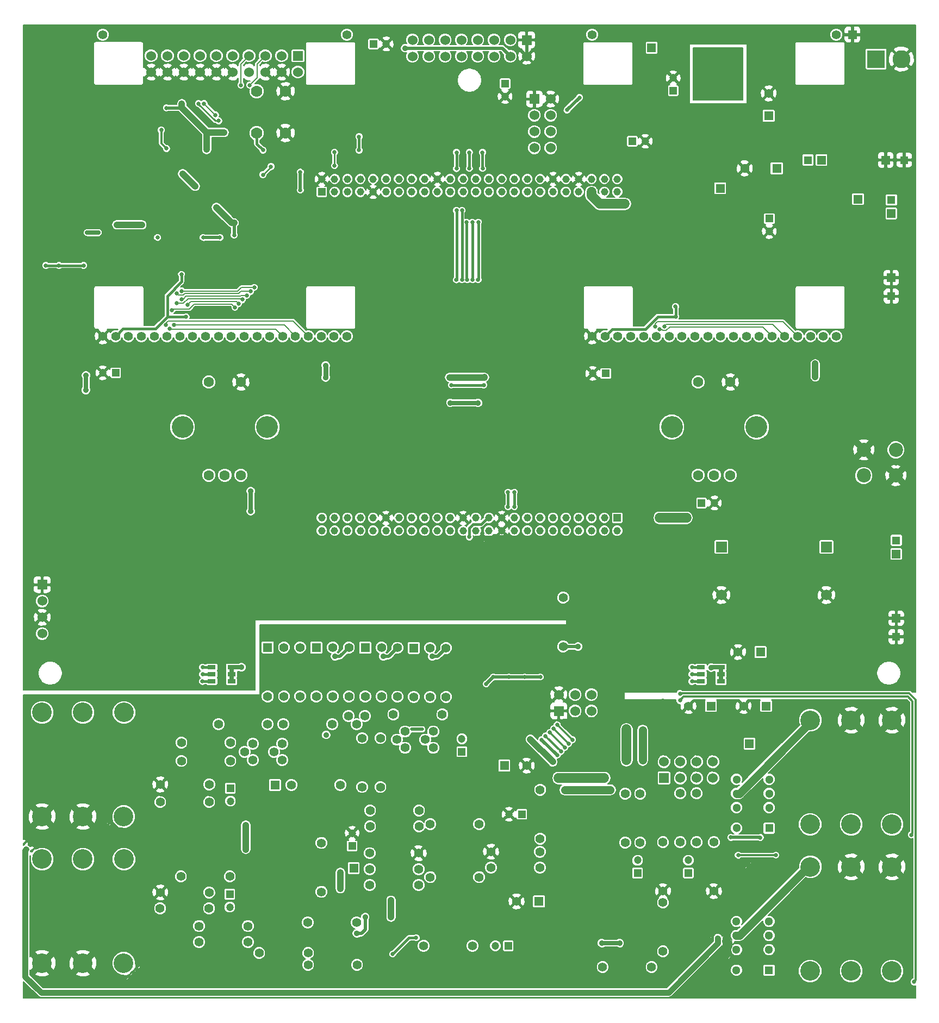
<source format=gbl>
G04 (created by PCBNEW (2013-07-07 BZR 4022)-stable) date 14/05/2014 09:54:22*
%MOIN*%
G04 Gerber Fmt 3.4, Leading zero omitted, Abs format*
%FSLAX34Y34*%
G01*
G70*
G90*
G04 APERTURE LIST*
%ADD10C,0.00590551*%
%ADD11C,0.0472441*%
%ADD12R,0.0472441X0.0472441*%
%ADD13C,0.012*%
%ADD14R,0.055X0.055*%
%ADD15C,0.055*%
%ADD16C,0.0551181*%
%ADD17R,0.056X0.056*%
%ADD18C,0.056*%
%ADD19R,0.06X0.06*%
%ADD20C,0.06*%
%ADD21R,0.0511811X0.0275591*%
%ADD22R,0.11X0.11*%
%ADD23C,0.11*%
%ADD24R,0.0551181X0.0551181*%
%ADD25C,0.0570866*%
%ADD26R,0.0570866X0.0570866*%
%ADD27R,0.0511811X0.0511811*%
%ADD28C,0.0629921*%
%ADD29C,0.133858*%
%ADD30C,0.12*%
%ADD31R,0.0452756X0.0452756*%
%ADD32C,0.0452756*%
%ADD33C,0.07*%
%ADD34C,0.0511811*%
%ADD35R,0.0531496X0.0531496*%
%ADD36C,0.0866142*%
%ADD37R,0.0669291X0.0669291*%
%ADD38C,0.0669291*%
%ADD39C,0.035*%
%ADD40C,0.025*%
%ADD41C,0.04*%
%ADD42C,0.02*%
%ADD43C,0.025*%
%ADD44C,0.02*%
%ADD45C,0.04*%
%ADD46C,0.015*%
%ADD47C,0.06*%
%ADD48C,0.03*%
%ADD49C,0.05*%
%ADD50C,0.01*%
%ADD51C,0.012*%
%ADD52C,0.035*%
%ADD53C,0.008*%
G04 APERTURE END LIST*
G54D10*
G54D11*
X27030Y-43961D03*
G54D12*
X27030Y-44748D03*
G54D13*
X27490Y-45070D03*
G54D14*
X44660Y-44260D03*
G54D15*
X25090Y-52440D03*
X28090Y-52440D03*
X21380Y-52930D03*
X24380Y-52930D03*
X31810Y-51860D03*
X28810Y-51860D03*
X31830Y-47080D03*
X31830Y-50080D03*
X21400Y-49330D03*
X24400Y-49330D03*
X25090Y-49190D03*
X28090Y-49190D03*
X21380Y-51950D03*
X24380Y-51950D03*
X31810Y-50880D03*
X28810Y-50880D03*
X21380Y-50970D03*
X24380Y-50970D03*
X24400Y-48350D03*
X21400Y-48350D03*
G54D11*
X29916Y-48580D03*
G54D12*
X30703Y-48580D03*
G54D11*
X20300Y-49746D03*
G54D12*
X20300Y-50533D03*
G54D15*
X9800Y-52400D03*
X12800Y-52400D03*
G54D11*
X12800Y-54273D03*
G54D12*
X12800Y-53486D03*
G54D15*
X11530Y-54360D03*
X8530Y-54360D03*
X11540Y-53380D03*
X8540Y-53380D03*
X17580Y-55220D03*
X20580Y-55220D03*
X13920Y-56420D03*
X10920Y-56420D03*
X17600Y-57820D03*
X20600Y-57820D03*
X17600Y-57100D03*
X14600Y-57100D03*
X18420Y-53340D03*
X18420Y-50340D03*
X13920Y-55440D03*
X10920Y-55440D03*
G54D16*
X25275Y-44505D03*
X24775Y-44005D03*
X25275Y-43505D03*
X21085Y-42560D03*
X20585Y-43060D03*
X20085Y-42560D03*
X23550Y-44505D03*
X23050Y-44005D03*
X23550Y-43505D03*
X16010Y-45260D03*
X15510Y-44760D03*
X16010Y-44260D03*
X14210Y-45260D03*
X13710Y-44760D03*
X14210Y-44260D03*
G54D15*
X23075Y-38370D03*
X23075Y-41370D03*
X25830Y-42455D03*
X22830Y-42455D03*
X17107Y-38347D03*
X17107Y-41347D03*
X20910Y-43910D03*
X20910Y-46910D03*
X19585Y-46785D03*
X16585Y-46785D03*
X26060Y-38380D03*
X26060Y-41380D03*
X16127Y-38347D03*
X16127Y-41347D03*
X22100Y-38360D03*
X22100Y-41360D03*
X20100Y-38350D03*
X20100Y-41350D03*
X19120Y-38350D03*
X19120Y-41350D03*
X25080Y-38380D03*
X25080Y-41380D03*
X9835Y-45310D03*
X12835Y-45310D03*
X22035Y-46910D03*
X22035Y-43910D03*
X11535Y-47835D03*
X8535Y-47835D03*
X11540Y-46760D03*
X8540Y-46760D03*
X9835Y-44185D03*
X12835Y-44185D03*
X12110Y-43060D03*
X15110Y-43060D03*
X16085Y-43060D03*
X19085Y-43060D03*
G54D17*
X18100Y-38360D03*
G54D18*
X18100Y-41360D03*
G54D17*
X21100Y-38360D03*
G54D18*
X21100Y-41360D03*
G54D17*
X24080Y-38380D03*
G54D18*
X24080Y-41380D03*
G54D17*
X15127Y-38347D03*
G54D18*
X15127Y-41347D03*
G54D11*
X12835Y-47773D03*
G54D12*
X12835Y-46986D03*
G54D16*
X19189Y-19254D03*
X19977Y-19254D03*
X5016Y-751D03*
X16040Y-19254D03*
X16827Y-19254D03*
X17615Y-19254D03*
X12890Y-19254D03*
X13678Y-19254D03*
X14465Y-19254D03*
X10528Y-19254D03*
X11315Y-19254D03*
X12103Y-19254D03*
X7378Y-19254D03*
X8166Y-19254D03*
X8953Y-19254D03*
X5016Y-19254D03*
X5804Y-19254D03*
X19977Y-751D03*
X15252Y-19254D03*
X18402Y-19254D03*
X6591Y-19254D03*
X9741Y-19254D03*
G54D14*
X50977Y-748D03*
X51316Y-10840D03*
X38660Y-1555D03*
X42865Y-10175D03*
G54D19*
X31000Y-1075D03*
G54D20*
X31000Y-2075D03*
X30000Y-1075D03*
X30000Y-2075D03*
X29000Y-1075D03*
X29000Y-2075D03*
X28000Y-1075D03*
X28000Y-2075D03*
X27000Y-1075D03*
X27000Y-2075D03*
X26000Y-1075D03*
X26000Y-2075D03*
X25000Y-1075D03*
X25000Y-2075D03*
X24000Y-1075D03*
X24000Y-2075D03*
G54D19*
X31475Y-4700D03*
G54D20*
X32475Y-4700D03*
X31475Y-5700D03*
X32475Y-5700D03*
X31475Y-6700D03*
X32475Y-6700D03*
X31475Y-7700D03*
X32475Y-7700D03*
X15980Y-2045D03*
X14980Y-2045D03*
X15980Y-3045D03*
X14980Y-3045D03*
X12980Y-2045D03*
X11980Y-2045D03*
X12980Y-3045D03*
X11980Y-3045D03*
X9980Y-2045D03*
X8980Y-2045D03*
X9980Y-3045D03*
X8980Y-3045D03*
G54D19*
X16980Y-2045D03*
G54D20*
X13980Y-2045D03*
X16980Y-3045D03*
X13980Y-3045D03*
X10980Y-2045D03*
X7980Y-2045D03*
X10980Y-3045D03*
X7980Y-3045D03*
G54D21*
X12910Y-39566D03*
X12910Y-40000D03*
X12910Y-40433D03*
X11689Y-40433D03*
X11689Y-40000D03*
X11689Y-39566D03*
X42910Y-39566D03*
X42910Y-40000D03*
X42910Y-40433D03*
X41689Y-40433D03*
X41689Y-40000D03*
X41689Y-39566D03*
G54D22*
X52418Y-2247D03*
G54D23*
X53977Y-2247D03*
G54D16*
X43961Y-38630D03*
G54D24*
X45338Y-38630D03*
G54D16*
X45840Y-4356D03*
G54D24*
X45840Y-5733D03*
G54D11*
X38273Y-7290D03*
G54D12*
X37486Y-7290D03*
G54D11*
X22396Y-1321D03*
G54D12*
X21609Y-1321D03*
G54D11*
X29680Y-4543D03*
G54D12*
X29680Y-3756D03*
G54D11*
X35056Y-21538D03*
G54D12*
X35843Y-21538D03*
G54D11*
X42511Y-29488D03*
G54D12*
X41724Y-29488D03*
G54D11*
X5016Y-21499D03*
G54D12*
X5804Y-21499D03*
G54D11*
X45880Y-12824D03*
G54D12*
X45880Y-12037D03*
G54D11*
X39988Y-3406D03*
G54D12*
X39988Y-4193D03*
G54D25*
X44365Y-8955D03*
G54D26*
X46334Y-8955D03*
G54D27*
X53659Y-31779D03*
X53659Y-37685D03*
X48247Y-8440D03*
X54152Y-8440D03*
X53358Y-10896D03*
X53358Y-16801D03*
G54D28*
X11513Y-27776D03*
X11513Y-22067D03*
X13482Y-27776D03*
X13482Y-22067D03*
X12497Y-27776D03*
G54D29*
X9898Y-24825D03*
X15095Y-24825D03*
G54D28*
X41513Y-27776D03*
X41513Y-22067D03*
X43482Y-27776D03*
X43482Y-22067D03*
X42497Y-27776D03*
G54D29*
X39898Y-24825D03*
X45095Y-24825D03*
G54D30*
X3797Y-42333D03*
X1297Y-42333D03*
X6312Y-42333D03*
X3797Y-48723D03*
X1297Y-48723D03*
X6297Y-48723D03*
X3797Y-51333D03*
X1297Y-51333D03*
X6312Y-51333D03*
X3797Y-57723D03*
X1297Y-57723D03*
X6297Y-57723D03*
X50897Y-49198D03*
X53397Y-49198D03*
X48382Y-49198D03*
X50897Y-42808D03*
X53397Y-42808D03*
X48397Y-42808D03*
X50897Y-58198D03*
X53397Y-58198D03*
X48382Y-58198D03*
X50897Y-51808D03*
X53397Y-51808D03*
X48397Y-51808D03*
G54D16*
X49189Y-19254D03*
X49977Y-19254D03*
X35016Y-751D03*
X46040Y-19254D03*
X46827Y-19254D03*
X47615Y-19254D03*
X42890Y-19254D03*
X43678Y-19254D03*
X44465Y-19254D03*
X40528Y-19254D03*
X41315Y-19254D03*
X42103Y-19254D03*
X37378Y-19254D03*
X38166Y-19254D03*
X38953Y-19254D03*
X35016Y-19254D03*
X35804Y-19254D03*
X49977Y-751D03*
X45252Y-19254D03*
X48402Y-19254D03*
X36591Y-19254D03*
X39741Y-19254D03*
G54D31*
X18441Y-10397D03*
G54D32*
X18441Y-9609D03*
X19229Y-10397D03*
X19229Y-9609D03*
X20016Y-10397D03*
X20016Y-9609D03*
X20804Y-10397D03*
X20804Y-9609D03*
X21591Y-10397D03*
X21591Y-9609D03*
X22378Y-10397D03*
X22378Y-9609D03*
X23166Y-10397D03*
X23166Y-9609D03*
X23953Y-10397D03*
X23953Y-9609D03*
X24741Y-10397D03*
X24741Y-9609D03*
X25528Y-10397D03*
X25528Y-9609D03*
X26315Y-10397D03*
X26315Y-9609D03*
X27103Y-10397D03*
X27103Y-9609D03*
X27890Y-10397D03*
X27890Y-9609D03*
X28678Y-10397D03*
X28678Y-9609D03*
X29465Y-10397D03*
X29465Y-9609D03*
X30252Y-10397D03*
X30252Y-9609D03*
X31040Y-10397D03*
X31040Y-9609D03*
X31827Y-10397D03*
X31827Y-9609D03*
X32615Y-10397D03*
X32615Y-9609D03*
X33402Y-10397D03*
X33402Y-9609D03*
X34189Y-10397D03*
X34189Y-9609D03*
X34977Y-10397D03*
X34977Y-9609D03*
X35764Y-10397D03*
X35764Y-9609D03*
X36552Y-10397D03*
X36552Y-9609D03*
G54D31*
X36552Y-30397D03*
G54D32*
X36552Y-31184D03*
X35764Y-30397D03*
X35764Y-31184D03*
X34977Y-30397D03*
X34977Y-31184D03*
X34189Y-30397D03*
X34189Y-31184D03*
X33402Y-30397D03*
X33402Y-31184D03*
X32615Y-30397D03*
X32615Y-31184D03*
X31827Y-30397D03*
X31827Y-31184D03*
X31040Y-30397D03*
X31040Y-31184D03*
X30252Y-30397D03*
X30252Y-31184D03*
X29465Y-30397D03*
X29465Y-31184D03*
X28678Y-30397D03*
X28678Y-31184D03*
X27890Y-30397D03*
X27890Y-31184D03*
X27103Y-30397D03*
X27103Y-31184D03*
X26315Y-30397D03*
X26315Y-31184D03*
X25528Y-30397D03*
X25528Y-31184D03*
X24741Y-30397D03*
X24741Y-31184D03*
X23953Y-30397D03*
X23953Y-31184D03*
X23166Y-30397D03*
X23166Y-31184D03*
X22378Y-30397D03*
X22378Y-31184D03*
X21591Y-30397D03*
X21591Y-31184D03*
X20804Y-30397D03*
X20804Y-31184D03*
X20016Y-30397D03*
X20016Y-31184D03*
X19229Y-30397D03*
X19229Y-31184D03*
X18441Y-30397D03*
X18441Y-31184D03*
G54D19*
X1300Y-34500D03*
G54D20*
X1300Y-35500D03*
X1300Y-36500D03*
X1300Y-37500D03*
G54D33*
X14449Y-4225D03*
X16221Y-4225D03*
X14449Y-6785D03*
X16221Y-6785D03*
G54D15*
X27680Y-56660D03*
X24680Y-56660D03*
G54D11*
X29086Y-56660D03*
G54D12*
X29873Y-56660D03*
G54D15*
X39360Y-54000D03*
X39360Y-57000D03*
X37960Y-50320D03*
X37960Y-47320D03*
X39360Y-50300D03*
X39360Y-53300D03*
X40420Y-47300D03*
X40420Y-50300D03*
X38660Y-57960D03*
X35660Y-57960D03*
X37040Y-50320D03*
X37040Y-47320D03*
X42480Y-50300D03*
X42480Y-53300D03*
X41420Y-47300D03*
X41420Y-50300D03*
G54D11*
X37800Y-51406D03*
G54D12*
X37800Y-52193D03*
G54D11*
X40920Y-51406D03*
G54D12*
X40920Y-52193D03*
G54D19*
X39420Y-46360D03*
G54D20*
X39420Y-45360D03*
X40420Y-46360D03*
X40420Y-45360D03*
X41420Y-46360D03*
X41420Y-45360D03*
X42420Y-46360D03*
X42420Y-45360D03*
G54D19*
X32970Y-42240D03*
G54D20*
X32970Y-41240D03*
X33970Y-42240D03*
X33970Y-41240D03*
X34970Y-42240D03*
X34970Y-41240D03*
G54D13*
X28060Y-31630D03*
X28500Y-31630D03*
X28850Y-31630D03*
X29290Y-31630D03*
X35550Y-38450D03*
X35990Y-38450D03*
X36190Y-38450D03*
X36630Y-38450D03*
X36430Y-40850D03*
X35990Y-40850D03*
X35550Y-40850D03*
X35280Y-42740D03*
X34640Y-42740D03*
X34310Y-42740D03*
X33670Y-42740D03*
X40220Y-44870D03*
X39910Y-45180D03*
X41000Y-44870D03*
X30590Y-56340D03*
X31300Y-56980D03*
X28850Y-44430D03*
X7060Y-58050D03*
X6600Y-58490D03*
X43500Y-57210D03*
X43500Y-56570D03*
X5990Y-49490D03*
X5540Y-49040D03*
X160Y-50430D03*
X650Y-50840D03*
X42400Y-56370D03*
X43040Y-56370D03*
X44540Y-51670D03*
X43920Y-51390D03*
G54D14*
X15570Y-46790D03*
X20400Y-51890D03*
G54D15*
X33240Y-38295D03*
X33240Y-35295D03*
G54D34*
X45870Y-46443D03*
X45870Y-48176D03*
X43870Y-47310D03*
X43870Y-48176D03*
X43870Y-46443D03*
X45870Y-47310D03*
X43870Y-49436D03*
G54D27*
X45870Y-49436D03*
G54D34*
X45860Y-55158D03*
X45860Y-56891D03*
X43860Y-56025D03*
X43860Y-56891D03*
X43860Y-55158D03*
X45860Y-56025D03*
X43860Y-58151D03*
G54D27*
X45860Y-58151D03*
G54D35*
X53358Y-11724D03*
X53358Y-15661D03*
X49074Y-8440D03*
X53011Y-8440D03*
X53659Y-32619D03*
X53659Y-36556D03*
G54D36*
X51665Y-26222D03*
X53634Y-26222D03*
X53634Y-27797D03*
X51665Y-27797D03*
G54D16*
X44301Y-41940D03*
G54D24*
X45678Y-41940D03*
G54D16*
X40921Y-41940D03*
G54D24*
X42298Y-41940D03*
G54D16*
X31008Y-45600D03*
G54D24*
X29631Y-45600D03*
G54D16*
X30381Y-53930D03*
G54D24*
X31758Y-53930D03*
G54D37*
X42940Y-32183D03*
G54D38*
X42940Y-35136D03*
G54D37*
X49380Y-32183D03*
G54D38*
X49380Y-35136D03*
G54D39*
X42310Y-39587D03*
X26330Y-23340D03*
X28030Y-23340D03*
X14090Y-28760D03*
X14086Y-29983D03*
X13518Y-39565D03*
X3986Y-21663D03*
X3972Y-22559D03*
X5872Y-12411D03*
X7408Y-12417D03*
G54D40*
X20728Y-7839D03*
X20726Y-7007D03*
X33476Y-5369D03*
X34240Y-4611D03*
X3840Y-14907D03*
X2322Y-14907D03*
X1530Y-14907D03*
X4750Y-12895D03*
X4048Y-12895D03*
G54D39*
X9915Y-9285D03*
X10680Y-10050D03*
X11980Y-11350D03*
G54D40*
X12195Y-13195D03*
X11170Y-13195D03*
X13070Y-13040D03*
X13070Y-12300D03*
G54D39*
X11385Y-7795D03*
X12450Y-6750D03*
G54D40*
X8914Y-5240D03*
G54D39*
X9860Y-4975D03*
G54D40*
X8370Y-13195D03*
X17125Y-9181D03*
X17125Y-10289D03*
G54D39*
X39158Y-30393D03*
X40798Y-30393D03*
X28420Y-21770D03*
X18680Y-21780D03*
X18680Y-21043D03*
X26280Y-21780D03*
X23555Y-1575D03*
G54D40*
X9840Y-15455D03*
G54D39*
X48692Y-20937D03*
X48694Y-21747D03*
G54D40*
X40130Y-17435D03*
X10120Y-18065D03*
X40150Y-18050D03*
G54D39*
X37030Y-11135D03*
G54D41*
X33340Y-47080D03*
G54D39*
X36130Y-47080D03*
G54D41*
X38110Y-45270D03*
X38110Y-43420D03*
G54D40*
X28520Y-40590D03*
X32870Y-44960D03*
X31920Y-44010D03*
G54D39*
X20590Y-55890D03*
X21100Y-54900D03*
X22690Y-54900D03*
X13780Y-49244D03*
X13780Y-50740D03*
G54D40*
X45320Y-50010D03*
X43520Y-50000D03*
X31840Y-40160D03*
X30880Y-40160D03*
X29920Y-40160D03*
X28960Y-40160D03*
G54D39*
X22690Y-53860D03*
X19580Y-52150D03*
X19580Y-53150D03*
X53650Y-27010D03*
X52650Y-27010D03*
X54450Y-27010D03*
X52650Y-27810D03*
X52650Y-28610D03*
X52650Y-26210D03*
X52650Y-25410D03*
X51650Y-27010D03*
G54D13*
X35275Y-52590D03*
X34640Y-52600D03*
X35275Y-53850D03*
X34642Y-53602D03*
X34462Y-54672D03*
X33977Y-54267D03*
X33272Y-54972D03*
X33762Y-55372D03*
X33052Y-56082D03*
X32610Y-55630D03*
X32155Y-56980D03*
X31904Y-56340D03*
G54D39*
X30850Y-58160D03*
G54D13*
X35275Y-51530D03*
X35275Y-50530D03*
X35275Y-49530D03*
X35275Y-48530D03*
X35275Y-47530D03*
X35275Y-44810D03*
X35275Y-45865D03*
X35275Y-43785D03*
X34644Y-43785D03*
X34644Y-45865D03*
X34644Y-44810D03*
X34644Y-47530D03*
X34644Y-48530D03*
X34644Y-49530D03*
X34644Y-50530D03*
X34644Y-51530D03*
G54D39*
X28440Y-43020D03*
G54D13*
X33785Y-43550D03*
X31555Y-45063D03*
X30555Y-45063D03*
X29555Y-45063D03*
X28550Y-45070D03*
X29555Y-44433D03*
X30555Y-44433D03*
X33302Y-43142D03*
G54D39*
X25130Y-51820D03*
X39350Y-41640D03*
X40810Y-38220D03*
X39401Y-28937D03*
G54D42*
X48398Y-39574D03*
X49198Y-40374D03*
X50798Y-40374D03*
X51598Y-39574D03*
X51598Y-37974D03*
X50798Y-37174D03*
X49198Y-37174D03*
X48398Y-37974D03*
X48398Y-38774D03*
X48398Y-37174D03*
X49998Y-37174D03*
X51598Y-37174D03*
X51598Y-38774D03*
X51598Y-40374D03*
X49998Y-40374D03*
X48398Y-40374D03*
X48798Y-38774D03*
X48866Y-14965D03*
X44366Y-9615D03*
X45366Y-9615D03*
X51866Y-11615D03*
X50866Y-9615D03*
X51866Y-14615D03*
X51866Y-15615D03*
X50866Y-14615D03*
X52866Y-14615D03*
X51866Y-13615D03*
X51866Y-12615D03*
X52866Y-13615D03*
X50865Y-13615D03*
X50866Y-11615D03*
X48866Y-11615D03*
X49866Y-11615D03*
X50866Y-12615D03*
X45366Y-10615D03*
X44366Y-10615D03*
X47866Y-9615D03*
X48866Y-10615D03*
X48866Y-9615D03*
X46366Y-9615D03*
X46366Y-14615D03*
X45366Y-13615D03*
X47366Y-13615D03*
X46366Y-13615D03*
X45366Y-14615D03*
X49266Y-13615D03*
X48466Y-13615D03*
X48866Y-13615D03*
X49665Y-14015D03*
X49265Y-14415D03*
X48465Y-14415D03*
X48065Y-14015D03*
X49665Y-12815D03*
X49665Y-13215D03*
X49265Y-13215D03*
X49265Y-12815D03*
X48465Y-12815D03*
X48065Y-13215D03*
X48065Y-12815D03*
X48465Y-13215D03*
X48065Y-14415D03*
X48465Y-14015D03*
X49665Y-14415D03*
X49265Y-14015D03*
X48865Y-14415D03*
X48865Y-14015D03*
X48865Y-12815D03*
X48865Y-13215D03*
X48065Y-13615D03*
X49665Y-13615D03*
X47366Y-11615D03*
X47366Y-14615D03*
X47366Y-12615D03*
G54D39*
X39491Y-5765D03*
X41841Y-5140D03*
X42416Y-5990D03*
X41266Y-5990D03*
G54D42*
X50795Y-39575D03*
X50395Y-39575D03*
X49995Y-39575D03*
X49595Y-39575D03*
X49195Y-39575D03*
X49195Y-39175D03*
X49595Y-39175D03*
X49995Y-39175D03*
X50395Y-39175D03*
X50795Y-39175D03*
X50795Y-37975D03*
X50795Y-38375D03*
X50395Y-38375D03*
X50395Y-37975D03*
X49995Y-37975D03*
X49995Y-38375D03*
X49595Y-38375D03*
X49595Y-37975D03*
X49195Y-37975D03*
X49195Y-38375D03*
X49195Y-38775D03*
X49595Y-38775D03*
X50795Y-38775D03*
X50395Y-38775D03*
G54D39*
X34880Y-39600D03*
X33480Y-39600D03*
X32290Y-37720D03*
X8590Y-11940D03*
G54D13*
X43955Y-52250D03*
X43324Y-51985D03*
X43324Y-52740D03*
X43955Y-53040D03*
X43955Y-53930D03*
X43512Y-54372D03*
X42862Y-54132D03*
X43324Y-53669D03*
X43040Y-54845D03*
X42400Y-54594D03*
X43035Y-55370D03*
X42400Y-55370D03*
X20200Y-59204D03*
X7597Y-58592D03*
X10200Y-59204D03*
X11200Y-59204D03*
X12200Y-59204D03*
X13200Y-59204D03*
X14200Y-59204D03*
X15190Y-59204D03*
X16200Y-59204D03*
X17170Y-59204D03*
X18190Y-59204D03*
X19200Y-59204D03*
X21200Y-59204D03*
X22190Y-59204D03*
X23200Y-59204D03*
X24200Y-59204D03*
X25200Y-59204D03*
X26200Y-59204D03*
X27200Y-59204D03*
X28200Y-59204D03*
X29200Y-59204D03*
X30200Y-59204D03*
X31200Y-59204D03*
X32200Y-59204D03*
X33200Y-59204D03*
X34200Y-59204D03*
X35190Y-59204D03*
X36210Y-59204D03*
X37200Y-59204D03*
X38200Y-59204D03*
X39200Y-59204D03*
X39782Y-58992D03*
X40382Y-58392D03*
X41107Y-57667D03*
X42198Y-56576D03*
X9200Y-59204D03*
X8210Y-59204D03*
X7192Y-59077D03*
X42455Y-57210D03*
X7945Y-59835D03*
X9200Y-59835D03*
X10200Y-59835D03*
X11200Y-59835D03*
X12200Y-59835D03*
X13200Y-59835D03*
X14200Y-59835D03*
X15200Y-59835D03*
X16200Y-59835D03*
X17200Y-59835D03*
X18200Y-59835D03*
X19200Y-59835D03*
X20200Y-59835D03*
X21200Y-59835D03*
X22200Y-59835D03*
X23200Y-59835D03*
X24200Y-59835D03*
X25200Y-59835D03*
X26200Y-59835D03*
X27200Y-59835D03*
X28200Y-59835D03*
X29200Y-59835D03*
X30200Y-59835D03*
X31200Y-59835D03*
X32200Y-59835D03*
X33200Y-59835D03*
X34200Y-59835D03*
X35200Y-59835D03*
X36200Y-59835D03*
X37200Y-59835D03*
X38200Y-59835D03*
X39200Y-59835D03*
X40202Y-59462D03*
X40912Y-58752D03*
X41607Y-58057D03*
X4180Y-50300D03*
X597Y-49997D03*
X1190Y-50295D03*
X1180Y-49664D03*
X2180Y-50295D03*
X2180Y-49664D03*
X3180Y-50295D03*
X3180Y-49664D03*
X4180Y-49664D03*
X5180Y-50295D03*
X4919Y-49664D03*
G54D39*
X36410Y-55620D03*
X38580Y-56230D03*
X18750Y-56380D03*
G54D13*
X40462Y-44337D03*
X36430Y-41850D03*
X36430Y-42850D03*
X36430Y-43617D03*
X38860Y-43889D03*
X39860Y-43889D03*
X39480Y-44750D03*
X35550Y-43850D03*
X36345Y-44750D03*
X38860Y-44750D03*
X39664Y-44319D03*
X35985Y-41850D03*
X35985Y-42850D03*
X35985Y-43780D03*
X36524Y-44319D03*
X38860Y-44319D03*
X35554Y-42850D03*
X35550Y-41850D03*
X35985Y-37840D03*
X35985Y-36840D03*
X35985Y-35700D03*
X34864Y-34580D03*
X34239Y-33955D03*
X33607Y-33322D03*
X33050Y-33024D03*
X32025Y-33024D03*
X31035Y-33024D03*
X29429Y-33024D03*
X28789Y-32385D03*
X32980Y-33455D03*
X32035Y-33455D03*
X31055Y-33455D03*
X29250Y-33455D03*
X28480Y-32684D03*
X33277Y-33602D03*
X33907Y-34232D03*
X34585Y-34909D03*
X35550Y-35874D03*
X35550Y-36840D03*
X35554Y-37845D03*
X36190Y-37840D03*
X36625Y-37840D03*
X29664Y-32010D03*
X30039Y-32384D03*
X31040Y-32384D03*
X32040Y-32384D03*
X33040Y-32384D03*
X34054Y-32810D03*
X35342Y-34097D03*
X34679Y-33435D03*
X36142Y-34897D03*
X36625Y-35840D03*
X36625Y-36840D03*
X36185Y-36840D03*
X36190Y-35840D03*
X35870Y-35234D03*
X35047Y-34412D03*
X34420Y-33784D03*
X33760Y-33124D03*
X33040Y-32815D03*
X32040Y-32815D03*
X31040Y-32815D03*
X29342Y-32297D03*
X29860Y-32815D03*
G54D39*
X37955Y-41785D03*
X39100Y-47830D03*
X29230Y-49120D03*
X43180Y-47300D03*
X9700Y-50650D03*
X27150Y-37590D03*
X28570Y-37590D03*
X31410Y-37590D03*
X29990Y-37590D03*
X9690Y-49050D03*
X20170Y-43710D03*
X25530Y-55150D03*
X14050Y-52140D03*
X15340Y-53560D03*
X17700Y-52940D03*
X22180Y-58160D03*
X17570Y-45760D03*
X24700Y-37500D03*
X18750Y-37560D03*
X21705Y-37515D03*
X15740Y-37570D03*
X14140Y-39575D03*
X39420Y-27175D03*
G54D40*
X12496Y-514D03*
G54D42*
X49998Y-38774D03*
G54D39*
X38492Y-31513D03*
X47864Y-20081D03*
X45020Y-20077D03*
G54D40*
X17810Y-20195D03*
X15064Y-20195D03*
G54D39*
X37230Y-15943D03*
X11090Y-28755D03*
X9370Y-27185D03*
X11530Y-27095D03*
X41570Y-27115D03*
X51940Y-21205D03*
X21960Y-21155D03*
X18850Y-4220D03*
X12160Y-10875D03*
X14290Y-9955D03*
X7900Y-8845D03*
G54D40*
X41590Y-15445D03*
X41300Y-18025D03*
G54D39*
X15475Y-18000D03*
X45575Y-18050D03*
X7225Y-15950D03*
X23350Y-3600D03*
G54D40*
X12690Y-5540D03*
G54D39*
X14210Y-8780D03*
X5330Y-10610D03*
X4970Y-4825D03*
X4030Y-4830D03*
X20850Y-3475D03*
X5340Y-7995D03*
X10440Y-4975D03*
X9705Y-6605D03*
X7985Y-10355D03*
G54D40*
X16175Y-7890D03*
G54D39*
X11700Y-15365D03*
X34735Y-11880D03*
X25730Y-4705D03*
G54D40*
X11270Y-12125D03*
X11310Y-17990D03*
X8481Y-514D03*
X8370Y-14425D03*
X11170Y-14495D03*
X26380Y-22250D03*
X28370Y-22250D03*
X54750Y-58870D03*
X40400Y-41180D03*
X46280Y-51090D03*
X40400Y-41600D03*
X54580Y-49840D03*
X43970Y-51090D03*
X27316Y-12255D03*
X27362Y-15793D03*
X27679Y-12254D03*
X27693Y-15793D03*
X28043Y-12253D03*
X28024Y-15791D03*
X27490Y-31570D03*
G54D39*
X42720Y-56180D03*
X310Y-50730D03*
G54D40*
X9120Y-18785D03*
X9380Y-18565D03*
X8870Y-18565D03*
X39155Y-18815D03*
X39445Y-18640D03*
X38870Y-18645D03*
X14080Y-16505D03*
X9545Y-16615D03*
X14305Y-16255D03*
X9850Y-16475D03*
X9545Y-17230D03*
X13585Y-17000D03*
X13115Y-17475D03*
X9255Y-17655D03*
X9860Y-16980D03*
X13835Y-16755D03*
X10230Y-17315D03*
X13350Y-17240D03*
X28298Y-8961D03*
X28296Y-7975D03*
G54D39*
X34160Y-38295D03*
G54D42*
X41366Y-4665D03*
X42740Y-4645D03*
X41366Y-1665D03*
X41366Y-3155D03*
X44116Y-1665D03*
X44116Y-4665D03*
X44116Y-3155D03*
X42725Y-1645D03*
X43125Y-3950D03*
X43525Y-3550D03*
X42325Y-3950D03*
X41925Y-3550D03*
X42325Y-2350D03*
X41925Y-2750D03*
X43525Y-2750D03*
X43125Y-2350D03*
X43525Y-2350D03*
X43125Y-2750D03*
X41925Y-2350D03*
X42325Y-2750D03*
X41925Y-3950D03*
X42325Y-3550D03*
X43525Y-3950D03*
X43125Y-3550D03*
X42725Y-3950D03*
X42725Y-3550D03*
X43525Y-3150D03*
X43125Y-3150D03*
X42725Y-2350D03*
X42725Y-2750D03*
X41925Y-3150D03*
X42325Y-3150D03*
X42725Y-3150D03*
G54D40*
X24230Y-56160D03*
X22790Y-57160D03*
X32875Y-43085D03*
X33800Y-44010D03*
X32160Y-43780D03*
X33110Y-44730D03*
X33340Y-44490D03*
X32415Y-43565D03*
X33575Y-44255D03*
X32650Y-43330D03*
X11132Y-39567D03*
X11132Y-40001D03*
X11130Y-40430D03*
X41132Y-40433D03*
X41132Y-39567D03*
X41132Y-39999D03*
X8920Y-7735D03*
X8600Y-6605D03*
X12120Y-6035D03*
X10880Y-4975D03*
X14840Y-7835D03*
X19220Y-8790D03*
X19220Y-7970D03*
X14835Y-9345D03*
X15330Y-8840D03*
X26680Y-15795D03*
X26700Y-11535D03*
X26700Y-8963D03*
X26700Y-7975D03*
X29860Y-28820D03*
X29860Y-29710D03*
X14030Y-3840D03*
X11220Y-4975D03*
X11920Y-5675D03*
X13480Y-3845D03*
X27488Y-7974D03*
X27488Y-8961D03*
X30250Y-29710D03*
X30250Y-28820D03*
X27031Y-11534D03*
X27031Y-15794D03*
G54D39*
X18710Y-43710D03*
G54D41*
X37120Y-43370D03*
X37120Y-45270D03*
G54D39*
X36700Y-56490D03*
X35610Y-56490D03*
G54D41*
X32600Y-45370D03*
X31220Y-43990D03*
X32960Y-46360D03*
X35760Y-46360D03*
G54D39*
X19250Y-38900D03*
X22210Y-38900D03*
X25200Y-38900D03*
G54D42*
X24610Y-43365D03*
X23940Y-43365D03*
G54D43*
X42910Y-39566D02*
X42330Y-39566D01*
X42310Y-39587D02*
X42330Y-39566D01*
X26330Y-23340D02*
X28030Y-23340D01*
X14086Y-28764D02*
X14090Y-28760D01*
X14086Y-29983D02*
X14086Y-28764D01*
X12910Y-40000D02*
X12910Y-40433D01*
X13516Y-39566D02*
X12910Y-39566D01*
G54D44*
X13518Y-39565D02*
X13516Y-39566D01*
G54D43*
X3986Y-21663D02*
X3986Y-22545D01*
X3986Y-22545D02*
X3972Y-22559D01*
G54D45*
X5878Y-12417D02*
X5872Y-12411D01*
X7408Y-12417D02*
X5878Y-12417D01*
G54D46*
X20728Y-7839D02*
X20728Y-7009D01*
X20728Y-7009D02*
X20726Y-7007D01*
G54D44*
X33476Y-5369D02*
X34234Y-4611D01*
X34234Y-4611D02*
X34240Y-4611D01*
G54D43*
X12910Y-39566D02*
X12910Y-40000D01*
G54D46*
X3840Y-14907D02*
X2322Y-14907D01*
X1530Y-14907D02*
X2322Y-14907D01*
G54D43*
X4750Y-12895D02*
X4048Y-12895D01*
X42910Y-40000D02*
X42910Y-40433D01*
X42910Y-39566D02*
X42910Y-40000D01*
G54D45*
X10680Y-10050D02*
X9915Y-9285D01*
X11980Y-11350D02*
X12930Y-12300D01*
X13070Y-12300D02*
X12930Y-12300D01*
G54D44*
X11170Y-13195D02*
X12195Y-13195D01*
X13070Y-13040D02*
X13070Y-12300D01*
G54D45*
X11385Y-7795D02*
X11385Y-6750D01*
X11385Y-6750D02*
X9860Y-5225D01*
X12450Y-6750D02*
X11385Y-6750D01*
G54D44*
X8914Y-5240D02*
X9845Y-5240D01*
X9845Y-5240D02*
X9860Y-5225D01*
G54D45*
X9860Y-5225D02*
X9860Y-4975D01*
G54D44*
X17125Y-10289D02*
X17125Y-9181D01*
G54D47*
X40798Y-30393D02*
X39158Y-30393D01*
G54D45*
X26280Y-21780D02*
X28410Y-21780D01*
X28410Y-21780D02*
X28420Y-21770D01*
G54D48*
X18680Y-21043D02*
X18680Y-21780D01*
G54D44*
X23555Y-1575D02*
X29500Y-1575D01*
X29500Y-1575D02*
X30000Y-2075D01*
G54D46*
X8970Y-16775D02*
X9840Y-15905D01*
X9840Y-15905D02*
X9840Y-15455D01*
X8970Y-18065D02*
X8970Y-16775D01*
G54D45*
X48692Y-20937D02*
X48692Y-21745D01*
X48692Y-21745D02*
X48694Y-21747D01*
G54D46*
X40150Y-17455D02*
X40130Y-17435D01*
X40150Y-17455D02*
X40150Y-18050D01*
X8235Y-18800D02*
X8970Y-18065D01*
X8970Y-18065D02*
X10120Y-18065D01*
X5804Y-19254D02*
X6259Y-18800D01*
X6259Y-18800D02*
X8235Y-18800D01*
X40150Y-18050D02*
X39034Y-18050D01*
X36244Y-18815D02*
X35804Y-19254D01*
X38269Y-18815D02*
X36244Y-18815D01*
X39034Y-18050D02*
X38269Y-18815D01*
G54D47*
X37030Y-11135D02*
X35475Y-11135D01*
X35475Y-11135D02*
X34977Y-10637D01*
X34977Y-10637D02*
X34977Y-10397D01*
G54D49*
X33340Y-47080D02*
X36130Y-47080D01*
X38110Y-45270D02*
X38110Y-43420D01*
G54D44*
X28960Y-40160D02*
X28950Y-40160D01*
X28950Y-40160D02*
X28520Y-40590D01*
X31920Y-44010D02*
X32870Y-44960D01*
X21120Y-54920D02*
X21100Y-54900D01*
X21120Y-55640D02*
X21120Y-54920D01*
X20870Y-55890D02*
X21120Y-55640D01*
X20590Y-55890D02*
X20870Y-55890D01*
G54D45*
X13780Y-50740D02*
X13780Y-49244D01*
G54D44*
X45310Y-50000D02*
X45320Y-50010D01*
X43520Y-50000D02*
X45310Y-50000D01*
X29920Y-40160D02*
X30880Y-40160D01*
X31840Y-40160D02*
X30880Y-40160D01*
X28960Y-40160D02*
X29920Y-40160D01*
G54D45*
X22690Y-54900D02*
X22690Y-53860D01*
X19580Y-53150D02*
X19580Y-52150D01*
G54D47*
X28850Y-44430D02*
X28900Y-44430D01*
X28900Y-44430D02*
X28910Y-44440D01*
G54D44*
X5540Y-49040D02*
X5540Y-49080D01*
X5950Y-49490D02*
X5990Y-49490D01*
X5540Y-49080D02*
X5950Y-49490D01*
X5540Y-49040D02*
X5540Y-48950D01*
X5510Y-48920D02*
X5510Y-48770D01*
X5540Y-48950D02*
X5510Y-48920D01*
X6140Y-49490D02*
X6250Y-49600D01*
X5990Y-49490D02*
X6140Y-49490D01*
X6150Y-49500D02*
X6200Y-49500D01*
X6140Y-49490D02*
X6150Y-49500D01*
G54D47*
X31300Y-56980D02*
X31300Y-56900D01*
X30590Y-56340D02*
X30590Y-56290D01*
X30590Y-56290D02*
X30570Y-56270D01*
G54D45*
X53634Y-27797D02*
X53632Y-27797D01*
X53632Y-27797D02*
X53040Y-28390D01*
X53634Y-27797D02*
X53637Y-27797D01*
X53637Y-27797D02*
X54190Y-28350D01*
X53634Y-27797D02*
X53642Y-27797D01*
X53642Y-27797D02*
X54140Y-27300D01*
X53634Y-27797D02*
X53634Y-27794D01*
X53634Y-27794D02*
X53020Y-27180D01*
X51665Y-26222D02*
X51665Y-26225D01*
X51665Y-26225D02*
X52250Y-26810D01*
X51665Y-26222D02*
X51665Y-26234D01*
X51665Y-26234D02*
X51070Y-26830D01*
X51665Y-26222D02*
X51677Y-26222D01*
X51677Y-26222D02*
X52310Y-25590D01*
X51665Y-26222D02*
X51665Y-26215D01*
X51665Y-26215D02*
X51070Y-25620D01*
G54D44*
X27490Y-45070D02*
X27490Y-44950D01*
X27490Y-44950D02*
X27590Y-44850D01*
X27490Y-45070D02*
X27630Y-45070D01*
X27630Y-45070D02*
X27770Y-45210D01*
X27490Y-45070D02*
X27650Y-45070D01*
X27650Y-45070D02*
X27700Y-45020D01*
X27450Y-45240D02*
X27570Y-45240D01*
X27570Y-45240D02*
X27630Y-45300D01*
X27450Y-44950D02*
X27450Y-45240D01*
X27450Y-45240D02*
X27450Y-45290D01*
X27450Y-45290D02*
X27470Y-45310D01*
X27450Y-44850D02*
X27450Y-44950D01*
X27450Y-44950D02*
X27450Y-45100D01*
X27380Y-45170D02*
X27110Y-45170D01*
X27450Y-45100D02*
X27380Y-45170D01*
X27490Y-45070D02*
X27490Y-45030D01*
X27450Y-44990D02*
X27450Y-44850D01*
X27450Y-44850D02*
X27450Y-44780D01*
X27490Y-45030D02*
X27450Y-44990D01*
X31000Y-1075D02*
X31000Y-2075D01*
G54D46*
X35554Y-42850D02*
X35480Y-42850D01*
X35480Y-42850D02*
X35370Y-42740D01*
X35280Y-42740D02*
X35370Y-42740D01*
X35370Y-42740D02*
X35400Y-42740D01*
X35400Y-42740D02*
X35510Y-42630D01*
X33550Y-42800D02*
X33250Y-42800D01*
X33550Y-42440D02*
X33550Y-42800D01*
X33550Y-42800D02*
X33550Y-42830D01*
G54D44*
X33670Y-42950D02*
X33780Y-43060D01*
X33670Y-42740D02*
X33670Y-42950D01*
G54D46*
X33550Y-42490D02*
X33670Y-42610D01*
X33550Y-42490D02*
X33550Y-42440D01*
X33550Y-42830D02*
X33780Y-43060D01*
X34310Y-42740D02*
X33800Y-42740D01*
X33800Y-42740D02*
X33670Y-42610D01*
X35280Y-42740D02*
X34820Y-42740D01*
X34820Y-42740D02*
X34565Y-42485D01*
X34640Y-42740D02*
X34640Y-42710D01*
X34640Y-42710D02*
X34650Y-42700D01*
X35160Y-42700D02*
X35430Y-42430D01*
X34650Y-42700D02*
X35160Y-42700D01*
X35080Y-42840D02*
X34860Y-42840D01*
X35180Y-42740D02*
X35080Y-42840D01*
X35280Y-42740D02*
X35180Y-42740D01*
X34860Y-42840D02*
X34790Y-42840D01*
X34640Y-42740D02*
X35280Y-42740D01*
X34640Y-42740D02*
X34600Y-42740D01*
X34600Y-42740D02*
X34490Y-42850D01*
X34640Y-42710D02*
X34490Y-42560D01*
X34310Y-42740D02*
X34490Y-42560D01*
X34490Y-42560D02*
X34565Y-42485D01*
X34565Y-42485D02*
X34570Y-42480D01*
X34570Y-42490D02*
X34690Y-42610D01*
X34570Y-42480D02*
X34570Y-42490D01*
X33670Y-42740D02*
X33690Y-42740D01*
X33690Y-42740D02*
X33730Y-42700D01*
X34160Y-42700D02*
X34410Y-42450D01*
X33730Y-42700D02*
X34160Y-42700D01*
X39910Y-45080D02*
X39920Y-45080D01*
X40100Y-44900D02*
X40210Y-44900D01*
X39920Y-45080D02*
X40100Y-44900D01*
X40210Y-44900D02*
X40220Y-44870D01*
X39720Y-45010D02*
X39880Y-45170D01*
X39880Y-45170D02*
X39910Y-45180D01*
X39880Y-45570D02*
X39880Y-45170D01*
X39720Y-45010D02*
X39690Y-44980D01*
X39910Y-45180D02*
X39950Y-45180D01*
X39950Y-45180D02*
X39960Y-45190D01*
X39960Y-45190D02*
X39960Y-45510D01*
X39910Y-45180D02*
X39910Y-45210D01*
X39880Y-45570D02*
X39910Y-45600D01*
X39880Y-45240D02*
X39880Y-45570D01*
X39910Y-45210D02*
X39880Y-45240D01*
X39910Y-45600D02*
X39900Y-45610D01*
X39910Y-45180D02*
X39930Y-45180D01*
X39930Y-45180D02*
X40210Y-44900D01*
X40610Y-44900D02*
X40610Y-44870D01*
X40210Y-44900D02*
X40610Y-44900D01*
X40220Y-44910D02*
X40220Y-44870D01*
X39950Y-45180D02*
X40220Y-44910D01*
X29220Y-31520D02*
X29670Y-31520D01*
X29220Y-31560D02*
X29220Y-31520D01*
X29220Y-31520D02*
X29220Y-31429D01*
X29220Y-31429D02*
X29465Y-31184D01*
X29130Y-31500D02*
X29160Y-31500D01*
X29160Y-31500D02*
X29220Y-31560D01*
X29220Y-31560D02*
X29290Y-31630D01*
X27790Y-31630D02*
X27880Y-31630D01*
X27880Y-31630D02*
X27940Y-31690D01*
X28060Y-31630D02*
X28060Y-31560D01*
X27790Y-31630D02*
X27770Y-31630D01*
X27850Y-31570D02*
X27790Y-31630D01*
X28050Y-31570D02*
X27850Y-31570D01*
X28060Y-31560D02*
X28050Y-31570D01*
X28500Y-31630D02*
X28500Y-31590D01*
X28790Y-31570D02*
X28850Y-31630D01*
X28520Y-31570D02*
X28790Y-31570D01*
X28500Y-31590D02*
X28520Y-31570D01*
X29130Y-31470D02*
X29130Y-31500D01*
X29130Y-31500D02*
X28940Y-31690D01*
X28850Y-31630D02*
X28850Y-31600D01*
X28850Y-31600D02*
X28980Y-31470D01*
X28980Y-31470D02*
X29130Y-31470D01*
X29130Y-31470D02*
X29290Y-31630D01*
X28060Y-31630D02*
X28190Y-31630D01*
X28190Y-31630D02*
X28280Y-31540D01*
X28060Y-31630D02*
X28060Y-31920D01*
X28060Y-31920D02*
X28040Y-31940D01*
X28060Y-31630D02*
X28060Y-31820D01*
X28060Y-31820D02*
X28140Y-31900D01*
X28060Y-31630D02*
X28060Y-31770D01*
X28060Y-31770D02*
X27960Y-31870D01*
X28430Y-31630D02*
X28430Y-31690D01*
X28430Y-31690D02*
X28535Y-31795D01*
X28320Y-31630D02*
X28320Y-31670D01*
X28320Y-31670D02*
X28250Y-31740D01*
X27770Y-31630D02*
X27770Y-31630D01*
X27770Y-31630D02*
X27770Y-31650D01*
X27770Y-31650D02*
X27840Y-31720D01*
X28850Y-31630D02*
X28830Y-31630D01*
X28830Y-31630D02*
X28550Y-31910D01*
X28850Y-31630D02*
X28700Y-31630D01*
X28700Y-31630D02*
X28535Y-31795D01*
X28535Y-31795D02*
X28420Y-31910D01*
X28500Y-31630D02*
X28430Y-31630D01*
X28430Y-31630D02*
X28850Y-31630D01*
X28060Y-31630D02*
X28320Y-31630D01*
X28320Y-31630D02*
X28500Y-31630D01*
G54D44*
X43500Y-56570D02*
X43500Y-56490D01*
G54D50*
X43520Y-56470D02*
X43420Y-56370D01*
G54D44*
X43500Y-56490D02*
X43520Y-56470D01*
G54D46*
X43500Y-56570D02*
X43500Y-56690D01*
X43470Y-57090D02*
X43590Y-57210D01*
X43470Y-57030D02*
X43470Y-57090D01*
X43450Y-57010D02*
X43470Y-57030D01*
X43450Y-56950D02*
X43450Y-57010D01*
X43440Y-56940D02*
X43450Y-56950D01*
X43440Y-56860D02*
X43440Y-56940D01*
X43450Y-56850D02*
X43440Y-56860D01*
X43450Y-56770D02*
X43450Y-56850D01*
X43470Y-56750D02*
X43450Y-56770D01*
X43470Y-56720D02*
X43470Y-56750D01*
X43500Y-56690D02*
X43470Y-56720D01*
X43500Y-57210D02*
X43590Y-57210D01*
X43590Y-57210D02*
X43600Y-57210D01*
X43780Y-57320D02*
X43860Y-57320D01*
X43750Y-57290D02*
X43780Y-57320D01*
X43680Y-57290D02*
X43750Y-57290D01*
X43600Y-57210D02*
X43680Y-57290D01*
X28670Y-31840D02*
X28920Y-31840D01*
X28920Y-31840D02*
X28930Y-31850D01*
X28810Y-31750D02*
X28760Y-31750D01*
X28810Y-31750D02*
X28850Y-31790D01*
X28760Y-31750D02*
X28670Y-31840D01*
X28850Y-31630D02*
X28850Y-31790D01*
X28850Y-31790D02*
X28770Y-31870D01*
X29290Y-31630D02*
X29170Y-31630D01*
X29170Y-31630D02*
X29060Y-31740D01*
X29290Y-31630D02*
X29290Y-31790D01*
X29290Y-31790D02*
X29220Y-31860D01*
X29290Y-31630D02*
X29290Y-31780D01*
X29290Y-31780D02*
X29370Y-31860D01*
X29290Y-31630D02*
X29480Y-31630D01*
X29480Y-31630D02*
X29530Y-31680D01*
X41000Y-44870D02*
X40900Y-44870D01*
X40900Y-44870D02*
X40780Y-44990D01*
X41000Y-44870D02*
X41000Y-44950D01*
X41000Y-44950D02*
X40890Y-45060D01*
X41280Y-44870D02*
X41250Y-44870D01*
X41250Y-44870D02*
X41180Y-44940D01*
X41180Y-44940D02*
X41250Y-44870D01*
X41000Y-45120D02*
X41180Y-44940D01*
X41180Y-44940D02*
X41250Y-44870D01*
X41000Y-44870D02*
X41000Y-45120D01*
X41000Y-45120D02*
X41000Y-45130D01*
X41000Y-45130D02*
X40960Y-45170D01*
X44320Y-51305D02*
X44150Y-51305D01*
X44065Y-51390D02*
X44150Y-51305D01*
X44065Y-51390D02*
X43990Y-51390D01*
X43920Y-51390D02*
X43990Y-51390D01*
X43990Y-51390D02*
X44050Y-51390D01*
X44050Y-51390D02*
X44140Y-51480D01*
X43920Y-51390D02*
X44410Y-51390D01*
X44540Y-51520D02*
X44470Y-51450D01*
X44540Y-51520D02*
X44540Y-51600D01*
X44410Y-51390D02*
X44470Y-51450D01*
X43920Y-51390D02*
X43920Y-51530D01*
X43920Y-51530D02*
X44010Y-51620D01*
X43920Y-51390D02*
X43920Y-51570D01*
X43920Y-51570D02*
X43840Y-51650D01*
X43920Y-51390D02*
X43740Y-51390D01*
X43740Y-51390D02*
X43650Y-51480D01*
X43920Y-51390D02*
X43730Y-51390D01*
X43730Y-51390D02*
X43660Y-51320D01*
X44540Y-51670D02*
X44360Y-51670D01*
X44360Y-51670D02*
X44280Y-51750D01*
X44540Y-51670D02*
X44390Y-51670D01*
X44390Y-51670D02*
X44320Y-51600D01*
X44540Y-51670D02*
X44540Y-51860D01*
X44540Y-51860D02*
X44470Y-51930D01*
X44540Y-51670D02*
X44540Y-51790D01*
X44540Y-51790D02*
X44650Y-51900D01*
X44540Y-51670D02*
X44690Y-51670D01*
X44690Y-51670D02*
X44800Y-51780D01*
X44540Y-51670D02*
X44720Y-51670D01*
X44720Y-51670D02*
X44780Y-51610D01*
X44540Y-51600D02*
X44540Y-51490D01*
X44540Y-51490D02*
X44620Y-51410D01*
X44540Y-51670D02*
X44540Y-51600D01*
X5990Y-49490D02*
X5990Y-49650D01*
X5990Y-49650D02*
X6090Y-49750D01*
X5990Y-49490D02*
X5990Y-49670D01*
X5990Y-49670D02*
X5910Y-49750D01*
X5990Y-49490D02*
X5800Y-49490D01*
X5800Y-49490D02*
X5720Y-49410D01*
X5990Y-49490D02*
X5860Y-49490D01*
X5860Y-49490D02*
X5770Y-49580D01*
X5540Y-49040D02*
X5540Y-49220D01*
X5540Y-49220D02*
X5450Y-49310D01*
X5540Y-49040D02*
X5540Y-49190D01*
X5540Y-49190D02*
X5630Y-49280D01*
X5540Y-49040D02*
X5340Y-49040D01*
X5340Y-49040D02*
X5270Y-48970D01*
G54D45*
X53397Y-42808D02*
X53397Y-42813D01*
X53397Y-42813D02*
X52730Y-43480D01*
X53397Y-42808D02*
X53408Y-42808D01*
X54080Y-43480D02*
X54080Y-43550D01*
X53408Y-42808D02*
X54080Y-43480D01*
X53397Y-42808D02*
X53397Y-42803D01*
X53397Y-42803D02*
X54030Y-42170D01*
X53397Y-42808D02*
X53397Y-42787D01*
X53397Y-42787D02*
X52720Y-42110D01*
X50897Y-42808D02*
X50897Y-42807D01*
X50897Y-42807D02*
X50300Y-42210D01*
X50897Y-42808D02*
X50897Y-42803D01*
X50897Y-42803D02*
X51480Y-42220D01*
X50897Y-42808D02*
X50908Y-42808D01*
X50908Y-42808D02*
X51520Y-43420D01*
X50897Y-42808D02*
X50892Y-42808D01*
X50892Y-42808D02*
X50250Y-43450D01*
X53397Y-51808D02*
X53392Y-51808D01*
X53392Y-51808D02*
X52710Y-52490D01*
X53397Y-51808D02*
X53408Y-51808D01*
X53408Y-51808D02*
X54130Y-52530D01*
X53397Y-51808D02*
X53402Y-51808D01*
X53402Y-51808D02*
X54060Y-51150D01*
X53397Y-51808D02*
X53397Y-51777D01*
X53397Y-51777D02*
X52660Y-51040D01*
X50897Y-51808D02*
X50897Y-51787D01*
X50897Y-51787D02*
X50060Y-50950D01*
X50897Y-51808D02*
X50897Y-51817D01*
X50897Y-51817D02*
X51710Y-52630D01*
X50897Y-51808D02*
X50897Y-51783D01*
X50897Y-51783D02*
X51660Y-51020D01*
X50897Y-51808D02*
X50862Y-51808D01*
X50862Y-51808D02*
X50220Y-52450D01*
X1297Y-48723D02*
X1293Y-48723D01*
X1293Y-48723D02*
X600Y-48030D01*
X1297Y-48723D02*
X1297Y-48743D01*
X1297Y-48743D02*
X680Y-49360D01*
X1297Y-48723D02*
X1313Y-48723D01*
X1313Y-48723D02*
X2010Y-49420D01*
X1297Y-48723D02*
X1297Y-48713D01*
X1297Y-48713D02*
X1960Y-48050D01*
X3797Y-48723D02*
X3797Y-48717D01*
X3170Y-48090D02*
X3120Y-48090D01*
X3797Y-48717D02*
X3170Y-48090D01*
X3797Y-48723D02*
X4440Y-48080D01*
X3797Y-48723D02*
X3813Y-48723D01*
X3813Y-48723D02*
X4450Y-49360D01*
X3797Y-48723D02*
X3797Y-48753D01*
X3797Y-48753D02*
X3250Y-49300D01*
X3797Y-57723D02*
X3777Y-57723D01*
X3777Y-57723D02*
X3040Y-58460D01*
X3797Y-57723D02*
X3823Y-57723D01*
X3823Y-57723D02*
X4540Y-58440D01*
X3797Y-57723D02*
X3827Y-57723D01*
X3827Y-57723D02*
X4530Y-57020D01*
X3797Y-57723D02*
X3783Y-57723D01*
X3783Y-57723D02*
X3100Y-57040D01*
X1297Y-57723D02*
X1303Y-57723D01*
X1303Y-57723D02*
X1900Y-58320D01*
X1297Y-57723D02*
X1287Y-57723D01*
X1287Y-57723D02*
X730Y-58280D01*
X1297Y-57723D02*
X1297Y-57721D01*
X1297Y-57721D02*
X715Y-57140D01*
X1297Y-57723D02*
X1307Y-57723D01*
X2150Y-56880D02*
X2170Y-56880D01*
X1307Y-57723D02*
X2150Y-56880D01*
G54D50*
X7060Y-58050D02*
X7060Y-57900D01*
X7060Y-57900D02*
X7150Y-57810D01*
X7060Y-58050D02*
X7060Y-57710D01*
X7060Y-57710D02*
X7070Y-57700D01*
X7315Y-58050D02*
X7315Y-58125D01*
X7315Y-58125D02*
X7260Y-58180D01*
X7170Y-58050D02*
X7315Y-58050D01*
X7315Y-58050D02*
X7280Y-58050D01*
X7280Y-58050D02*
X7330Y-58100D01*
X7060Y-58050D02*
X7170Y-58050D01*
X7170Y-58050D02*
X7240Y-58050D01*
X7240Y-58050D02*
X7320Y-57970D01*
X7060Y-58190D02*
X7060Y-58320D01*
X7060Y-58180D02*
X7060Y-58190D01*
X7060Y-58190D02*
X7060Y-58200D01*
X7060Y-58200D02*
X7150Y-58290D01*
X7060Y-58050D02*
X7060Y-58180D01*
X7060Y-58200D02*
X6970Y-58290D01*
X6850Y-58490D02*
X6850Y-58570D01*
X6730Y-58490D02*
X6830Y-58590D01*
X6730Y-58490D02*
X6600Y-58490D01*
X6850Y-58570D02*
X6830Y-58590D01*
X6850Y-58490D02*
X6880Y-58490D01*
X6670Y-58490D02*
X6880Y-58490D01*
X6880Y-58490D02*
X6890Y-58500D01*
X6600Y-58490D02*
X6670Y-58490D01*
X6670Y-58490D02*
X6740Y-58490D01*
X6740Y-58490D02*
X6840Y-58390D01*
X6600Y-58490D02*
X6600Y-58800D01*
X6600Y-58490D02*
X6600Y-58630D01*
X6600Y-58630D02*
X6720Y-58750D01*
X6600Y-58490D02*
X6600Y-58650D01*
X6600Y-58650D02*
X6490Y-58760D01*
X6600Y-58490D02*
X6460Y-58490D01*
X6460Y-58490D02*
X6360Y-58590D01*
X6600Y-58490D02*
X6270Y-58490D01*
X6270Y-58490D02*
X6260Y-58480D01*
X43040Y-56200D02*
X43040Y-56170D01*
X43040Y-56170D02*
X43160Y-56050D01*
X43040Y-56220D02*
X43040Y-56200D01*
X43040Y-56200D02*
X43040Y-56150D01*
X43060Y-56130D02*
X43060Y-56200D01*
X43040Y-56150D02*
X43060Y-56130D01*
X43040Y-56370D02*
X43040Y-56220D01*
X43060Y-56200D02*
X43110Y-56150D01*
X42400Y-56370D02*
X42400Y-56220D01*
X42400Y-56220D02*
X42380Y-56200D01*
X42380Y-56200D02*
X42400Y-56200D01*
X42400Y-56370D02*
X42400Y-56200D01*
X42400Y-56200D02*
X42400Y-56220D01*
X42400Y-56220D02*
X42320Y-56140D01*
X43500Y-57210D02*
X43500Y-57360D01*
X43500Y-57360D02*
X43580Y-57440D01*
X43500Y-57210D02*
X43500Y-57470D01*
X43500Y-57470D02*
X43490Y-57480D01*
X43500Y-57360D02*
X43400Y-57460D01*
X43500Y-57210D02*
X43360Y-57210D01*
X43360Y-57210D02*
X43270Y-57300D01*
X43500Y-57210D02*
X43230Y-57210D01*
X43230Y-57210D02*
X43220Y-57200D01*
X43500Y-57210D02*
X43350Y-57210D01*
X43350Y-57210D02*
X43240Y-57100D01*
X43500Y-56570D02*
X43630Y-56570D01*
X43630Y-56570D02*
X43700Y-56500D01*
X43700Y-56500D02*
X43780Y-56500D01*
X43040Y-56370D02*
X43420Y-56370D01*
X43040Y-56370D02*
X43530Y-56370D01*
X43530Y-56370D02*
X43560Y-56340D01*
X43420Y-56370D02*
X43480Y-56310D01*
X43040Y-56370D02*
X43180Y-56370D01*
X43180Y-56370D02*
X43290Y-56260D01*
X43040Y-56370D02*
X43300Y-56370D01*
X43300Y-56370D02*
X43500Y-56570D01*
X43040Y-56370D02*
X43170Y-56370D01*
X43170Y-56370D02*
X43410Y-56610D01*
X43040Y-56370D02*
X43090Y-56370D01*
X43090Y-56370D02*
X43340Y-56620D01*
X43040Y-56370D02*
X43040Y-56430D01*
X43040Y-56430D02*
X43280Y-56670D01*
X43040Y-56370D02*
X43040Y-56490D01*
X43040Y-56490D02*
X43150Y-56600D01*
X43040Y-56370D02*
X43040Y-56580D01*
X43040Y-56580D02*
X43130Y-56670D01*
X43040Y-56370D02*
X43040Y-56611D01*
X43040Y-56611D02*
X42880Y-56770D01*
X42400Y-56370D02*
X42400Y-55990D01*
X42400Y-56370D02*
X42270Y-56370D01*
X42270Y-56370D02*
X42160Y-56260D01*
X42400Y-56370D02*
X42160Y-56370D01*
X42160Y-56370D02*
X42120Y-56330D01*
X42400Y-56370D02*
X42230Y-56370D01*
X42230Y-56370D02*
X42150Y-56450D01*
G54D44*
X41000Y-44870D02*
X41070Y-44870D01*
X41070Y-44870D02*
X41200Y-44740D01*
X41000Y-44870D02*
X41000Y-44700D01*
X41000Y-44700D02*
X41090Y-44610D01*
X41000Y-44870D02*
X41000Y-44730D01*
X41000Y-44730D02*
X40920Y-44650D01*
X41000Y-44870D02*
X41280Y-44870D01*
X41280Y-44870D02*
X41360Y-44870D01*
X41360Y-44870D02*
X41540Y-44690D01*
X40220Y-44705D02*
X40445Y-44705D01*
X40445Y-44705D02*
X40500Y-44760D01*
X41000Y-44870D02*
X40820Y-44870D01*
X40820Y-44870D02*
X40700Y-44750D01*
X40220Y-44870D02*
X40330Y-44870D01*
X40330Y-44870D02*
X40610Y-44870D01*
X40610Y-44870D02*
X41000Y-44870D01*
X40220Y-44870D02*
X40220Y-44705D01*
X40220Y-44705D02*
X40220Y-44760D01*
X40220Y-44760D02*
X40330Y-44650D01*
X39910Y-45180D02*
X39910Y-45080D01*
X39910Y-45080D02*
X39910Y-44930D01*
X39910Y-44930D02*
X40190Y-44650D01*
X39910Y-45180D02*
X39910Y-44970D01*
X39910Y-44970D02*
X39860Y-44920D01*
X34230Y-42820D02*
X34310Y-42740D01*
X33770Y-42820D02*
X34230Y-42820D01*
X33690Y-42740D02*
X33770Y-42820D01*
X35280Y-42740D02*
X35560Y-42740D01*
X35280Y-42740D02*
X35280Y-42900D01*
X35280Y-42900D02*
X35370Y-42990D01*
X35280Y-42740D02*
X35280Y-42940D01*
X35280Y-42940D02*
X35250Y-42970D01*
X34640Y-42740D02*
X34310Y-42740D01*
X34640Y-42740D02*
X34640Y-42900D01*
X34640Y-42900D02*
X34710Y-42970D01*
X34640Y-42740D02*
X34640Y-42850D01*
X34640Y-42850D02*
X34485Y-43005D01*
X34310Y-42740D02*
X34310Y-42830D01*
X34310Y-42830D02*
X34485Y-43005D01*
X34485Y-43005D02*
X34500Y-43020D01*
X34310Y-42740D02*
X34310Y-42950D01*
X34310Y-42950D02*
X34250Y-43010D01*
X33670Y-42740D02*
X33670Y-42820D01*
X33670Y-42820D02*
X33490Y-43000D01*
G54D47*
X35550Y-38450D02*
X36630Y-38450D01*
X36430Y-40850D02*
X35990Y-40850D01*
X35550Y-40850D02*
X35990Y-40850D01*
G54D51*
X43035Y-55370D02*
X43040Y-55370D01*
X35554Y-42850D02*
X35550Y-42850D01*
X35554Y-37845D02*
X35550Y-37845D01*
X35870Y-35234D02*
X35870Y-35235D01*
G54D44*
X21705Y-37515D02*
X21705Y-37505D01*
G54D51*
X16190Y-7905D02*
X16190Y-7910D01*
X16175Y-7890D02*
X16190Y-7905D01*
G54D46*
X26380Y-22250D02*
X28370Y-22250D01*
G54D51*
X54860Y-41560D02*
X54860Y-58760D01*
X54860Y-58760D02*
X54750Y-58870D01*
X40484Y-41154D02*
X54454Y-41154D01*
X40400Y-41180D02*
X40510Y-41180D01*
X40510Y-41180D02*
X40484Y-41154D01*
X54454Y-41154D02*
X54860Y-41560D01*
X46280Y-51090D02*
X43970Y-51090D01*
X40615Y-41365D02*
X54382Y-41365D01*
X40400Y-41600D02*
X40400Y-41580D01*
X40400Y-41580D02*
X40615Y-41365D01*
X54659Y-49760D02*
X54580Y-49840D01*
X54659Y-41642D02*
X54659Y-49760D01*
X54382Y-41365D02*
X54659Y-41642D01*
G54D46*
X27316Y-12255D02*
X27316Y-15747D01*
X27316Y-15747D02*
X27362Y-15793D01*
X27679Y-12254D02*
X27679Y-15779D01*
X27679Y-15779D02*
X27693Y-15793D01*
X28043Y-12253D02*
X28043Y-15772D01*
X28043Y-15772D02*
X28024Y-15791D01*
X28603Y-30397D02*
X28210Y-30790D01*
X28210Y-30790D02*
X27710Y-30790D01*
X27710Y-30790D02*
X27490Y-31010D01*
X27490Y-31010D02*
X27490Y-31570D01*
X28603Y-30397D02*
X28678Y-30397D01*
G54D52*
X260Y-50780D02*
X260Y-58540D01*
X310Y-50730D02*
X260Y-50780D01*
X260Y-58540D02*
X1240Y-59520D01*
X1240Y-59520D02*
X39700Y-59520D01*
X42720Y-56500D02*
X39700Y-59520D01*
X42720Y-56180D02*
X42720Y-56500D01*
G54D53*
X9120Y-18785D02*
X9160Y-18785D01*
X15600Y-18815D02*
X16040Y-19254D01*
X9190Y-18815D02*
X15600Y-18815D01*
X9160Y-18785D02*
X9190Y-18815D01*
X9380Y-18565D02*
X16137Y-18565D01*
X16137Y-18565D02*
X16827Y-19254D01*
X9010Y-18315D02*
X16675Y-18315D01*
X8870Y-18455D02*
X9010Y-18315D01*
X8870Y-18565D02*
X8870Y-18455D01*
X16675Y-18315D02*
X17615Y-19254D01*
X39155Y-18815D02*
X39260Y-18815D01*
X45465Y-18680D02*
X46040Y-19254D01*
X39769Y-18680D02*
X45465Y-18680D01*
X39560Y-18890D02*
X39769Y-18680D01*
X39335Y-18890D02*
X39560Y-18890D01*
X39260Y-18815D02*
X39335Y-18890D01*
X39560Y-18520D02*
X46092Y-18520D01*
X39445Y-18635D02*
X39560Y-18520D01*
X39445Y-18640D02*
X39445Y-18635D01*
X46092Y-18520D02*
X46827Y-19254D01*
X38870Y-18645D02*
X38870Y-18490D01*
X46720Y-18360D02*
X47615Y-19254D01*
X39000Y-18360D02*
X46720Y-18360D01*
X38870Y-18490D02*
X39000Y-18360D01*
X38870Y-18645D02*
X38880Y-18635D01*
X13359Y-16635D02*
X13490Y-16505D01*
X13490Y-16505D02*
X14080Y-16505D01*
X9950Y-16730D02*
X10045Y-16635D01*
X9660Y-16730D02*
X9950Y-16730D01*
X9545Y-16615D02*
X9660Y-16730D01*
X10045Y-16635D02*
X13359Y-16635D01*
X13280Y-16475D02*
X13500Y-16255D01*
X13500Y-16255D02*
X14305Y-16255D01*
X9850Y-16475D02*
X13280Y-16475D01*
X10234Y-16955D02*
X13540Y-16955D01*
X9545Y-17230D02*
X9550Y-17235D01*
X9550Y-17235D02*
X9955Y-17235D01*
X9955Y-17235D02*
X10234Y-16955D01*
X13540Y-16955D02*
X13585Y-17000D01*
X12915Y-17275D02*
X13115Y-17475D01*
X10624Y-17275D02*
X12915Y-17275D01*
X10325Y-17575D02*
X10624Y-17275D01*
X9335Y-17575D02*
X10325Y-17575D01*
X9255Y-17655D02*
X9335Y-17575D01*
X10124Y-16795D02*
X13439Y-16795D01*
X9940Y-16980D02*
X10124Y-16795D01*
X9860Y-16980D02*
X9940Y-16980D01*
X13830Y-16750D02*
X13835Y-16755D01*
X13485Y-16750D02*
X13830Y-16750D01*
X13439Y-16795D02*
X13485Y-16750D01*
X10429Y-17115D02*
X13225Y-17115D01*
X10230Y-17315D02*
X10429Y-17115D01*
X13225Y-17115D02*
X13350Y-17240D01*
G54D46*
X28296Y-8959D02*
X28298Y-8961D01*
X28296Y-7975D02*
X28296Y-8959D01*
G54D44*
X34160Y-38295D02*
X33240Y-38295D01*
G54D51*
X41366Y-3155D02*
X41366Y-3165D01*
X44116Y-3155D02*
X44116Y-3165D01*
G54D46*
X23790Y-56160D02*
X24230Y-56160D01*
X22790Y-57160D02*
X23790Y-56160D01*
G54D51*
X33800Y-44010D02*
X32875Y-43085D01*
X33110Y-44730D02*
X32160Y-43780D01*
X33340Y-44490D02*
X32415Y-43565D01*
X33575Y-44255D02*
X32650Y-43330D01*
X32650Y-43330D02*
X32645Y-43330D01*
G54D49*
X43870Y-47310D02*
X44034Y-47310D01*
X48397Y-42948D02*
X48397Y-42808D01*
X44034Y-47310D02*
X48397Y-42948D01*
X43860Y-56025D02*
X44044Y-56025D01*
X48262Y-51808D02*
X48397Y-51808D01*
X44044Y-56025D02*
X48262Y-51808D01*
G54D46*
X11132Y-39566D02*
X11132Y-39567D01*
X11132Y-39566D02*
X11689Y-39566D01*
X11133Y-40000D02*
X11132Y-40001D01*
X11689Y-40000D02*
X11133Y-40000D01*
X11133Y-40433D02*
X11689Y-40433D01*
X11130Y-40430D02*
X11133Y-40433D01*
X41132Y-40433D02*
X41689Y-40433D01*
X41132Y-40433D02*
X41132Y-40433D01*
X41689Y-39566D02*
X41132Y-39566D01*
X41132Y-39566D02*
X41132Y-39567D01*
X41133Y-40000D02*
X41689Y-40000D01*
X41133Y-40000D02*
X41132Y-39999D01*
G54D51*
X8600Y-6605D02*
X8600Y-7415D01*
X8600Y-7415D02*
X8920Y-7735D01*
G54D50*
X11900Y-6035D02*
X10880Y-5015D01*
X12120Y-6035D02*
X11900Y-6035D01*
X10880Y-5015D02*
X10880Y-4975D01*
G54D46*
X14449Y-6785D02*
X14449Y-7444D01*
X14449Y-7444D02*
X14840Y-7835D01*
G54D51*
X14845Y-7830D02*
X14840Y-7835D01*
G54D50*
X19220Y-7970D02*
X19220Y-8790D01*
X14835Y-9345D02*
X15330Y-8850D01*
X15330Y-8850D02*
X15330Y-8840D01*
G54D46*
X26700Y-15775D02*
X26680Y-15795D01*
X26700Y-11535D02*
X26700Y-15775D01*
X26700Y-8963D02*
X26700Y-7975D01*
X29860Y-29710D02*
X29860Y-28820D01*
G54D53*
X14980Y-2045D02*
X14470Y-2555D01*
X14470Y-3400D02*
X14470Y-2555D01*
X14030Y-3840D02*
X14470Y-3400D01*
X11920Y-5675D02*
X11220Y-4975D01*
X13480Y-2545D02*
X13980Y-2045D01*
X13480Y-3845D02*
X13480Y-2545D01*
G54D46*
X27488Y-7974D02*
X27488Y-8961D01*
X30250Y-28820D02*
X30250Y-29710D01*
X27031Y-15794D02*
X27031Y-11534D01*
G54D47*
X37120Y-43370D02*
X37120Y-45270D01*
G54D43*
X35610Y-56490D02*
X36700Y-56490D01*
G54D45*
X32600Y-45370D02*
X31220Y-43990D01*
G54D47*
X35760Y-46360D02*
X32960Y-46360D01*
G54D44*
X19250Y-38900D02*
X19550Y-38900D01*
X19550Y-38900D02*
X20100Y-38350D01*
X23075Y-38370D02*
X22545Y-38900D01*
X22210Y-38900D02*
X22545Y-38900D01*
X25200Y-38900D02*
X25540Y-38900D01*
X26060Y-38380D02*
X25540Y-38900D01*
X24610Y-43365D02*
X23940Y-43365D01*
G54D10*
G36*
X14070Y-3050D02*
X13985Y-3135D01*
X13980Y-3129D01*
X13974Y-3135D01*
X13889Y-3050D01*
X13895Y-3045D01*
X13889Y-3039D01*
X13974Y-2954D01*
X13980Y-2960D01*
X13985Y-2954D01*
X14070Y-3039D01*
X14064Y-3045D01*
X14070Y-3050D01*
X14070Y-3050D01*
G37*
G54D53*
X14070Y-3050D02*
X13985Y-3135D01*
X13980Y-3129D01*
X13974Y-3135D01*
X13889Y-3050D01*
X13895Y-3045D01*
X13889Y-3039D01*
X13974Y-2954D01*
X13980Y-2960D01*
X13985Y-2954D01*
X14070Y-3039D01*
X14064Y-3045D01*
X14070Y-3050D01*
G54D10*
G36*
X54840Y-59840D02*
X54241Y-59840D01*
X54241Y-51949D01*
X54241Y-42949D01*
X54231Y-42615D01*
X54123Y-42354D01*
X54001Y-42288D01*
X53916Y-42373D01*
X53916Y-42203D01*
X53850Y-42081D01*
X53538Y-41963D01*
X53204Y-41973D01*
X52943Y-42081D01*
X52877Y-42203D01*
X53397Y-42723D01*
X53916Y-42203D01*
X53916Y-42373D01*
X53481Y-42808D01*
X54001Y-43327D01*
X54123Y-43261D01*
X54241Y-42949D01*
X54241Y-51949D01*
X54231Y-51615D01*
X54123Y-51354D01*
X54117Y-51350D01*
X54117Y-49055D01*
X54007Y-48790D01*
X53916Y-48698D01*
X53916Y-43412D01*
X53397Y-42892D01*
X53312Y-42977D01*
X53312Y-42808D01*
X52792Y-42288D01*
X52670Y-42354D01*
X52552Y-42666D01*
X52562Y-43000D01*
X52670Y-43261D01*
X52792Y-43327D01*
X53312Y-42808D01*
X53312Y-42977D01*
X52877Y-43412D01*
X52943Y-43534D01*
X53255Y-43652D01*
X53589Y-43642D01*
X53850Y-43534D01*
X53916Y-43412D01*
X53916Y-48698D01*
X53805Y-48587D01*
X53540Y-48478D01*
X53254Y-48477D01*
X52989Y-48587D01*
X52786Y-48789D01*
X52677Y-49054D01*
X52676Y-49340D01*
X52786Y-49605D01*
X52988Y-49808D01*
X53253Y-49917D01*
X53539Y-49918D01*
X53804Y-49808D01*
X54007Y-49606D01*
X54116Y-49341D01*
X54117Y-49055D01*
X54117Y-51350D01*
X54001Y-51288D01*
X53916Y-51373D01*
X53916Y-51203D01*
X53850Y-51081D01*
X53538Y-50963D01*
X53204Y-50973D01*
X52943Y-51081D01*
X52877Y-51203D01*
X53397Y-51723D01*
X53916Y-51203D01*
X53916Y-51373D01*
X53481Y-51808D01*
X54001Y-52327D01*
X54123Y-52261D01*
X54241Y-51949D01*
X54241Y-59840D01*
X54117Y-59840D01*
X54117Y-58055D01*
X54007Y-57790D01*
X53916Y-57698D01*
X53916Y-52412D01*
X53397Y-51892D01*
X53312Y-51977D01*
X53312Y-51808D01*
X52792Y-51288D01*
X52670Y-51354D01*
X52552Y-51666D01*
X52562Y-52000D01*
X52670Y-52261D01*
X52792Y-52327D01*
X53312Y-51808D01*
X53312Y-51977D01*
X52877Y-52412D01*
X52943Y-52534D01*
X53255Y-52652D01*
X53589Y-52642D01*
X53850Y-52534D01*
X53916Y-52412D01*
X53916Y-57698D01*
X53805Y-57587D01*
X53540Y-57478D01*
X53254Y-57477D01*
X52989Y-57587D01*
X52786Y-57789D01*
X52677Y-58054D01*
X52676Y-58340D01*
X52786Y-58605D01*
X52988Y-58808D01*
X53253Y-58917D01*
X53539Y-58918D01*
X53804Y-58808D01*
X54007Y-58606D01*
X54116Y-58341D01*
X54117Y-58055D01*
X54117Y-59840D01*
X51741Y-59840D01*
X51741Y-51949D01*
X51741Y-42949D01*
X51731Y-42615D01*
X51623Y-42354D01*
X51501Y-42288D01*
X51416Y-42373D01*
X51416Y-42203D01*
X51350Y-42081D01*
X51038Y-41963D01*
X50704Y-41973D01*
X50443Y-42081D01*
X50377Y-42203D01*
X50897Y-42723D01*
X51416Y-42203D01*
X51416Y-42373D01*
X50981Y-42808D01*
X51501Y-43327D01*
X51623Y-43261D01*
X51741Y-42949D01*
X51741Y-51949D01*
X51731Y-51615D01*
X51623Y-51354D01*
X51617Y-51350D01*
X51617Y-49055D01*
X51507Y-48790D01*
X51416Y-48698D01*
X51416Y-43412D01*
X50897Y-42892D01*
X50812Y-42977D01*
X50812Y-42808D01*
X50292Y-42288D01*
X50170Y-42354D01*
X50052Y-42666D01*
X50062Y-43000D01*
X50170Y-43261D01*
X50292Y-43327D01*
X50812Y-42808D01*
X50812Y-42977D01*
X50377Y-43412D01*
X50443Y-43534D01*
X50755Y-43652D01*
X51089Y-43642D01*
X51350Y-43534D01*
X51416Y-43412D01*
X51416Y-48698D01*
X51305Y-48587D01*
X51040Y-48478D01*
X50754Y-48477D01*
X50489Y-48587D01*
X50286Y-48789D01*
X50177Y-49054D01*
X50176Y-49340D01*
X50286Y-49605D01*
X50488Y-49808D01*
X50753Y-49917D01*
X51039Y-49918D01*
X51304Y-49808D01*
X51507Y-49606D01*
X51616Y-49341D01*
X51617Y-49055D01*
X51617Y-51350D01*
X51501Y-51288D01*
X51416Y-51373D01*
X51416Y-51203D01*
X51350Y-51081D01*
X51038Y-50963D01*
X50704Y-50973D01*
X50443Y-51081D01*
X50377Y-51203D01*
X50897Y-51723D01*
X51416Y-51203D01*
X51416Y-51373D01*
X50981Y-51808D01*
X51501Y-52327D01*
X51623Y-52261D01*
X51741Y-51949D01*
X51741Y-59840D01*
X51617Y-59840D01*
X51617Y-58055D01*
X51507Y-57790D01*
X51416Y-57698D01*
X51416Y-52412D01*
X50897Y-51892D01*
X50812Y-51977D01*
X50812Y-51808D01*
X50292Y-51288D01*
X50170Y-51354D01*
X50052Y-51666D01*
X50062Y-52000D01*
X50170Y-52261D01*
X50292Y-52327D01*
X50812Y-51808D01*
X50812Y-51977D01*
X50377Y-52412D01*
X50443Y-52534D01*
X50755Y-52652D01*
X51089Y-52642D01*
X51350Y-52534D01*
X51416Y-52412D01*
X51416Y-57698D01*
X51305Y-57587D01*
X51040Y-57478D01*
X50754Y-57477D01*
X50489Y-57587D01*
X50286Y-57789D01*
X50177Y-58054D01*
X50176Y-58340D01*
X50286Y-58605D01*
X50488Y-58808D01*
X50753Y-58917D01*
X51039Y-58918D01*
X51304Y-58808D01*
X51507Y-58606D01*
X51616Y-58341D01*
X51617Y-58055D01*
X51617Y-59840D01*
X49117Y-59840D01*
X49102Y-59840D01*
X49102Y-58055D01*
X48992Y-57790D01*
X48790Y-57587D01*
X48525Y-57478D01*
X48239Y-57477D01*
X47974Y-57587D01*
X47771Y-57789D01*
X47662Y-58054D01*
X47661Y-58340D01*
X47771Y-58605D01*
X47973Y-58808D01*
X48238Y-58917D01*
X48524Y-58918D01*
X48789Y-58808D01*
X48992Y-58606D01*
X49101Y-58341D01*
X49102Y-58055D01*
X49102Y-59840D01*
X46235Y-59840D01*
X46235Y-56816D01*
X46235Y-55950D01*
X46178Y-55812D01*
X46073Y-55706D01*
X45935Y-55649D01*
X45785Y-55649D01*
X45647Y-55706D01*
X45541Y-55811D01*
X45484Y-55949D01*
X45484Y-56099D01*
X45541Y-56237D01*
X45646Y-56343D01*
X45784Y-56400D01*
X45934Y-56401D01*
X46072Y-56343D01*
X46178Y-56238D01*
X46235Y-56100D01*
X46235Y-55950D01*
X46235Y-56816D01*
X46178Y-56678D01*
X46073Y-56572D01*
X45935Y-56515D01*
X45785Y-56515D01*
X45647Y-56572D01*
X45541Y-56678D01*
X45484Y-56816D01*
X45484Y-56965D01*
X45541Y-57103D01*
X45646Y-57209D01*
X45784Y-57267D01*
X45934Y-57267D01*
X46072Y-57210D01*
X46178Y-57104D01*
X46235Y-56966D01*
X46235Y-56816D01*
X46235Y-59840D01*
X46235Y-59840D01*
X46235Y-58383D01*
X46235Y-57871D01*
X46217Y-57827D01*
X46183Y-57793D01*
X46139Y-57775D01*
X46092Y-57775D01*
X45580Y-57775D01*
X45536Y-57793D01*
X45502Y-57827D01*
X45484Y-57871D01*
X45484Y-57918D01*
X45484Y-58430D01*
X45502Y-58474D01*
X45536Y-58508D01*
X45580Y-58526D01*
X45627Y-58526D01*
X46139Y-58526D01*
X46183Y-58508D01*
X46217Y-58475D01*
X46235Y-58430D01*
X46235Y-58383D01*
X46235Y-59840D01*
X44235Y-59840D01*
X44235Y-58076D01*
X44178Y-57938D01*
X44073Y-57832D01*
X43935Y-57775D01*
X43785Y-57775D01*
X43654Y-57829D01*
X43654Y-57473D01*
X43651Y-57403D01*
X43500Y-57252D01*
X43457Y-57294D01*
X43457Y-57210D01*
X43306Y-57058D01*
X43236Y-57055D01*
X43197Y-57168D01*
X43204Y-57287D01*
X43236Y-57364D01*
X43306Y-57361D01*
X43457Y-57210D01*
X43457Y-57294D01*
X43348Y-57403D01*
X43345Y-57473D01*
X43458Y-57512D01*
X43577Y-57505D01*
X43654Y-57473D01*
X43654Y-57829D01*
X43647Y-57832D01*
X43541Y-57937D01*
X43484Y-58075D01*
X43484Y-58225D01*
X43541Y-58363D01*
X43646Y-58469D01*
X43784Y-58526D01*
X43934Y-58527D01*
X44072Y-58469D01*
X44178Y-58364D01*
X44235Y-58226D01*
X44235Y-58076D01*
X44235Y-59840D01*
X159Y-59840D01*
X159Y-58856D01*
X1031Y-59728D01*
X1127Y-59792D01*
X1240Y-59815D01*
X39700Y-59815D01*
X39812Y-59792D01*
X39908Y-59728D01*
X42928Y-56708D01*
X42960Y-56660D01*
X42998Y-56672D01*
X43117Y-56665D01*
X43194Y-56633D01*
X43193Y-56608D01*
X43202Y-56617D01*
X43204Y-56647D01*
X43236Y-56724D01*
X43306Y-56721D01*
X43457Y-56570D01*
X43436Y-56548D01*
X43478Y-56506D01*
X43500Y-56527D01*
X43521Y-56506D01*
X43563Y-56548D01*
X43542Y-56570D01*
X43563Y-56591D01*
X43521Y-56633D01*
X43500Y-56612D01*
X43457Y-56654D01*
X43348Y-56763D01*
X43345Y-56833D01*
X43458Y-56872D01*
X43484Y-56871D01*
X43484Y-56910D01*
X43422Y-56914D01*
X43345Y-56946D01*
X43348Y-57016D01*
X43500Y-57167D01*
X43521Y-57146D01*
X43563Y-57188D01*
X43542Y-57210D01*
X43693Y-57361D01*
X43763Y-57364D01*
X43797Y-57267D01*
X43934Y-57267D01*
X44072Y-57210D01*
X44178Y-57104D01*
X44235Y-56966D01*
X44235Y-56816D01*
X44178Y-56678D01*
X44073Y-56572D01*
X43935Y-56515D01*
X43797Y-56515D01*
X43795Y-56492D01*
X43763Y-56415D01*
X43738Y-56416D01*
X43758Y-56396D01*
X43746Y-56384D01*
X43784Y-56400D01*
X43934Y-56401D01*
X43948Y-56395D01*
X44044Y-56395D01*
X44186Y-56366D01*
X44306Y-56286D01*
X45484Y-55109D01*
X45484Y-55233D01*
X45541Y-55371D01*
X45646Y-55477D01*
X45784Y-55534D01*
X45934Y-55534D01*
X46072Y-55477D01*
X46178Y-55372D01*
X46235Y-55234D01*
X46235Y-55084D01*
X46178Y-54946D01*
X46073Y-54840D01*
X45935Y-54783D01*
X45810Y-54782D01*
X48120Y-52472D01*
X48253Y-52527D01*
X48539Y-52528D01*
X48804Y-52418D01*
X49007Y-52216D01*
X49116Y-51951D01*
X49117Y-51665D01*
X49117Y-42665D01*
X49007Y-42400D01*
X48805Y-42197D01*
X48540Y-42088D01*
X48254Y-42087D01*
X47989Y-42197D01*
X47786Y-42399D01*
X47677Y-42664D01*
X47676Y-42950D01*
X47733Y-43088D01*
X45055Y-45766D01*
X45055Y-44511D01*
X45055Y-43961D01*
X45036Y-43917D01*
X45003Y-43883D01*
X44958Y-43865D01*
X44911Y-43864D01*
X44822Y-43864D01*
X44822Y-42003D01*
X44807Y-41799D01*
X44758Y-41681D01*
X44669Y-41655D01*
X44385Y-41940D01*
X44669Y-42224D01*
X44758Y-42198D01*
X44822Y-42003D01*
X44822Y-43864D01*
X44585Y-43864D01*
X44585Y-42308D01*
X44301Y-42024D01*
X44216Y-42109D01*
X44216Y-41940D01*
X43932Y-41655D01*
X43843Y-41681D01*
X43779Y-41876D01*
X43794Y-42080D01*
X43843Y-42198D01*
X43932Y-42224D01*
X44216Y-41940D01*
X44216Y-42109D01*
X44016Y-42308D01*
X44042Y-42397D01*
X44237Y-42461D01*
X44441Y-42446D01*
X44559Y-42397D01*
X44585Y-42308D01*
X44585Y-43864D01*
X44361Y-43864D01*
X44317Y-43883D01*
X44283Y-43916D01*
X44265Y-43961D01*
X44264Y-44008D01*
X44264Y-44558D01*
X44283Y-44602D01*
X44316Y-44636D01*
X44361Y-44654D01*
X44408Y-44655D01*
X44958Y-44655D01*
X45002Y-44636D01*
X45036Y-44603D01*
X45054Y-44558D01*
X45055Y-44511D01*
X45055Y-45766D01*
X44205Y-46616D01*
X44245Y-46519D01*
X44245Y-46369D01*
X44188Y-46231D01*
X44083Y-46125D01*
X43945Y-46068D01*
X43795Y-46067D01*
X43657Y-46125D01*
X43551Y-46230D01*
X43494Y-46368D01*
X43494Y-46518D01*
X43551Y-46656D01*
X43656Y-46762D01*
X43794Y-46819D01*
X43944Y-46819D01*
X44042Y-46779D01*
X43887Y-46934D01*
X43795Y-46934D01*
X43657Y-46991D01*
X43551Y-47096D01*
X43494Y-47234D01*
X43494Y-47384D01*
X43551Y-47522D01*
X43656Y-47628D01*
X43794Y-47685D01*
X43944Y-47686D01*
X43958Y-47680D01*
X44034Y-47680D01*
X44176Y-47651D01*
X44296Y-47571D01*
X45494Y-46374D01*
X45494Y-46518D01*
X45551Y-46656D01*
X45656Y-46762D01*
X45794Y-46819D01*
X45944Y-46819D01*
X46082Y-46762D01*
X46188Y-46657D01*
X46245Y-46519D01*
X46245Y-46369D01*
X46188Y-46231D01*
X46083Y-46125D01*
X45945Y-46068D01*
X45800Y-46067D01*
X48340Y-43527D01*
X48539Y-43528D01*
X48804Y-43418D01*
X49007Y-43216D01*
X49116Y-42951D01*
X49117Y-42665D01*
X49117Y-51665D01*
X49102Y-51629D01*
X49102Y-49055D01*
X48992Y-48790D01*
X48790Y-48587D01*
X48525Y-48478D01*
X48239Y-48477D01*
X47974Y-48587D01*
X47771Y-48789D01*
X47662Y-49054D01*
X47661Y-49340D01*
X47771Y-49605D01*
X47973Y-49808D01*
X48238Y-49917D01*
X48524Y-49918D01*
X48789Y-49808D01*
X48992Y-49606D01*
X49101Y-49341D01*
X49102Y-49055D01*
X49102Y-51629D01*
X49007Y-51400D01*
X48805Y-51197D01*
X48540Y-51088D01*
X48254Y-51087D01*
X47989Y-51197D01*
X47786Y-51399D01*
X47677Y-51664D01*
X47676Y-51869D01*
X46525Y-53021D01*
X46525Y-51041D01*
X46487Y-50951D01*
X46418Y-50882D01*
X46328Y-50845D01*
X46245Y-50844D01*
X46245Y-48101D01*
X46245Y-47235D01*
X46188Y-47097D01*
X46083Y-46991D01*
X45945Y-46934D01*
X45795Y-46934D01*
X45657Y-46991D01*
X45551Y-47096D01*
X45494Y-47234D01*
X45494Y-47384D01*
X45551Y-47522D01*
X45656Y-47628D01*
X45794Y-47685D01*
X45944Y-47686D01*
X46082Y-47628D01*
X46188Y-47523D01*
X46245Y-47385D01*
X46245Y-47235D01*
X46245Y-48101D01*
X46188Y-47963D01*
X46083Y-47857D01*
X45945Y-47800D01*
X45795Y-47800D01*
X45657Y-47857D01*
X45551Y-47963D01*
X45494Y-48101D01*
X45494Y-48250D01*
X45551Y-48388D01*
X45656Y-48494D01*
X45794Y-48552D01*
X45944Y-48552D01*
X46082Y-48495D01*
X46188Y-48389D01*
X46245Y-48251D01*
X46245Y-48101D01*
X46245Y-50844D01*
X46245Y-50844D01*
X46245Y-49668D01*
X46245Y-49156D01*
X46227Y-49112D01*
X46193Y-49078D01*
X46149Y-49060D01*
X46102Y-49060D01*
X45590Y-49060D01*
X45546Y-49078D01*
X45512Y-49112D01*
X45494Y-49156D01*
X45494Y-49203D01*
X45494Y-49715D01*
X45512Y-49759D01*
X45546Y-49793D01*
X45590Y-49811D01*
X45637Y-49811D01*
X46149Y-49811D01*
X46193Y-49793D01*
X46227Y-49760D01*
X46245Y-49715D01*
X46245Y-49668D01*
X46245Y-50844D01*
X46231Y-50844D01*
X46141Y-50882D01*
X46113Y-50910D01*
X45565Y-50910D01*
X45565Y-49961D01*
X45527Y-49871D01*
X45458Y-49802D01*
X45368Y-49765D01*
X45271Y-49764D01*
X45235Y-49780D01*
X44021Y-49780D01*
X44082Y-49754D01*
X44188Y-49649D01*
X44245Y-49511D01*
X44245Y-49361D01*
X44245Y-48101D01*
X44188Y-47963D01*
X44083Y-47857D01*
X43945Y-47800D01*
X43795Y-47800D01*
X43657Y-47857D01*
X43551Y-47963D01*
X43494Y-48101D01*
X43494Y-48250D01*
X43551Y-48388D01*
X43656Y-48494D01*
X43794Y-48552D01*
X43944Y-48552D01*
X44082Y-48495D01*
X44188Y-48389D01*
X44245Y-48251D01*
X44245Y-48101D01*
X44245Y-49361D01*
X44188Y-49223D01*
X44083Y-49117D01*
X43945Y-49060D01*
X43795Y-49060D01*
X43657Y-49117D01*
X43551Y-49222D01*
X43494Y-49360D01*
X43494Y-49510D01*
X43551Y-49648D01*
X43656Y-49754D01*
X43718Y-49780D01*
X43629Y-49780D01*
X43568Y-49755D01*
X43471Y-49754D01*
X43381Y-49792D01*
X43312Y-49861D01*
X43275Y-49951D01*
X43274Y-50048D01*
X43312Y-50138D01*
X43381Y-50207D01*
X43471Y-50244D01*
X43568Y-50245D01*
X43629Y-50220D01*
X45186Y-50220D01*
X45271Y-50254D01*
X45368Y-50255D01*
X45458Y-50217D01*
X45527Y-50148D01*
X45564Y-50058D01*
X45565Y-49961D01*
X45565Y-50910D01*
X44136Y-50910D01*
X44108Y-50882D01*
X44018Y-50845D01*
X43921Y-50844D01*
X43831Y-50882D01*
X43762Y-50951D01*
X43725Y-51041D01*
X43724Y-51138D01*
X43762Y-51228D01*
X43831Y-51297D01*
X43897Y-51325D01*
X43920Y-51347D01*
X43932Y-51334D01*
X43949Y-51334D01*
X43983Y-51368D01*
X43962Y-51390D01*
X44113Y-51541D01*
X44183Y-51544D01*
X44222Y-51431D01*
X44215Y-51312D01*
X44198Y-51270D01*
X46113Y-51270D01*
X46141Y-51297D01*
X46231Y-51334D01*
X46328Y-51335D01*
X46418Y-51297D01*
X46487Y-51228D01*
X46524Y-51138D01*
X46525Y-51041D01*
X46525Y-53021D01*
X44842Y-54703D01*
X44842Y-51711D01*
X44835Y-51592D01*
X44803Y-51515D01*
X44733Y-51518D01*
X44694Y-51557D01*
X44694Y-51406D01*
X44581Y-51367D01*
X44462Y-51374D01*
X44385Y-51406D01*
X44388Y-51476D01*
X44540Y-51627D01*
X44691Y-51476D01*
X44694Y-51406D01*
X44694Y-51557D01*
X44582Y-51670D01*
X44733Y-51821D01*
X44803Y-51824D01*
X44842Y-51711D01*
X44842Y-54703D01*
X44694Y-54852D01*
X44694Y-51933D01*
X44691Y-51863D01*
X44540Y-51712D01*
X44497Y-51754D01*
X44497Y-51670D01*
X44346Y-51518D01*
X44276Y-51515D01*
X44237Y-51628D01*
X44244Y-51747D01*
X44276Y-51824D01*
X44346Y-51821D01*
X44497Y-51670D01*
X44497Y-51754D01*
X44388Y-51863D01*
X44385Y-51933D01*
X44498Y-51972D01*
X44617Y-51965D01*
X44694Y-51933D01*
X44694Y-54852D01*
X44181Y-55365D01*
X44235Y-55234D01*
X44235Y-55084D01*
X44178Y-54946D01*
X44074Y-54841D01*
X44074Y-51653D01*
X44071Y-51583D01*
X43920Y-51432D01*
X43877Y-51474D01*
X43877Y-51390D01*
X43726Y-51238D01*
X43656Y-51235D01*
X43617Y-51348D01*
X43624Y-51467D01*
X43656Y-51544D01*
X43726Y-51541D01*
X43877Y-51390D01*
X43877Y-51474D01*
X43768Y-51583D01*
X43765Y-51653D01*
X43878Y-51692D01*
X43997Y-51685D01*
X44074Y-51653D01*
X44074Y-54841D01*
X44073Y-54840D01*
X43935Y-54783D01*
X43785Y-54782D01*
X43647Y-54840D01*
X43541Y-54945D01*
X43484Y-55083D01*
X43484Y-55233D01*
X43541Y-55371D01*
X43646Y-55477D01*
X43784Y-55534D01*
X43934Y-55534D01*
X44066Y-55480D01*
X43897Y-55649D01*
X43785Y-55649D01*
X43647Y-55706D01*
X43541Y-55811D01*
X43484Y-55949D01*
X43484Y-56099D01*
X43541Y-56237D01*
X43585Y-56282D01*
X43541Y-56267D01*
X43422Y-56274D01*
X43345Y-56306D01*
X43346Y-56331D01*
X43337Y-56322D01*
X43335Y-56292D01*
X43303Y-56215D01*
X43233Y-56218D01*
X43082Y-56370D01*
X43103Y-56391D01*
X43061Y-56433D01*
X43040Y-56412D01*
X43018Y-56433D01*
X43015Y-56429D01*
X43015Y-56310D01*
X43018Y-56306D01*
X43040Y-56327D01*
X43191Y-56176D01*
X43194Y-56106D01*
X43081Y-56067D01*
X43001Y-56071D01*
X43001Y-53363D01*
X42985Y-53159D01*
X42937Y-53041D01*
X42875Y-53023D01*
X42875Y-50221D01*
X42840Y-50137D01*
X42840Y-46276D01*
X42840Y-45276D01*
X42776Y-45122D01*
X42658Y-45004D01*
X42503Y-44940D01*
X42336Y-44939D01*
X42182Y-45003D01*
X42064Y-45121D01*
X42000Y-45276D01*
X41999Y-45443D01*
X42063Y-45597D01*
X42181Y-45715D01*
X42336Y-45779D01*
X42503Y-45780D01*
X42657Y-45716D01*
X42775Y-45598D01*
X42839Y-45443D01*
X42840Y-45276D01*
X42840Y-46276D01*
X42776Y-46122D01*
X42658Y-46004D01*
X42503Y-45940D01*
X42336Y-45939D01*
X42182Y-46003D01*
X42064Y-46121D01*
X42000Y-46276D01*
X41999Y-46443D01*
X42063Y-46597D01*
X42181Y-46715D01*
X42336Y-46779D01*
X42503Y-46780D01*
X42657Y-46716D01*
X42775Y-46598D01*
X42839Y-46443D01*
X42840Y-46276D01*
X42840Y-50137D01*
X42815Y-50076D01*
X42704Y-49965D01*
X42558Y-49905D01*
X42401Y-49904D01*
X42256Y-49964D01*
X42145Y-50075D01*
X42085Y-50221D01*
X42084Y-50378D01*
X42144Y-50523D01*
X42255Y-50634D01*
X42401Y-50694D01*
X42558Y-50695D01*
X42703Y-50635D01*
X42814Y-50524D01*
X42874Y-50378D01*
X42875Y-50221D01*
X42875Y-53023D01*
X42848Y-53016D01*
X42763Y-53101D01*
X42763Y-52931D01*
X42738Y-52842D01*
X42543Y-52778D01*
X42339Y-52794D01*
X42221Y-52842D01*
X42196Y-52931D01*
X42480Y-53215D01*
X42763Y-52931D01*
X42763Y-53101D01*
X42564Y-53300D01*
X42848Y-53583D01*
X42937Y-53558D01*
X43001Y-53363D01*
X43001Y-56071D01*
X42994Y-56072D01*
X42992Y-56067D01*
X42970Y-56013D01*
X42887Y-55930D01*
X42778Y-55885D01*
X42763Y-55885D01*
X42763Y-53668D01*
X42480Y-53384D01*
X42395Y-53469D01*
X42395Y-53300D01*
X42111Y-53016D01*
X42022Y-53041D01*
X41958Y-53236D01*
X41974Y-53440D01*
X42022Y-53558D01*
X42111Y-53583D01*
X42395Y-53300D01*
X42395Y-53469D01*
X42196Y-53668D01*
X42221Y-53757D01*
X42416Y-53821D01*
X42620Y-53805D01*
X42738Y-53757D01*
X42763Y-53668D01*
X42763Y-55885D01*
X42661Y-55884D01*
X42553Y-55929D01*
X42470Y-56012D01*
X42446Y-56068D01*
X42441Y-56067D01*
X42322Y-56074D01*
X42245Y-56106D01*
X42248Y-56176D01*
X42400Y-56327D01*
X42421Y-56306D01*
X42425Y-56310D01*
X42425Y-56377D01*
X42357Y-56445D01*
X42357Y-56370D01*
X42206Y-56218D01*
X42136Y-56215D01*
X42097Y-56328D01*
X42104Y-56447D01*
X42136Y-56524D01*
X42206Y-56521D01*
X42357Y-56370D01*
X42357Y-56445D01*
X41840Y-56962D01*
X41840Y-46276D01*
X41840Y-45276D01*
X41776Y-45122D01*
X41658Y-45004D01*
X41503Y-44940D01*
X41442Y-44940D01*
X41442Y-42003D01*
X41427Y-41799D01*
X41378Y-41681D01*
X41289Y-41655D01*
X41005Y-41940D01*
X41289Y-42224D01*
X41378Y-42198D01*
X41442Y-42003D01*
X41442Y-44940D01*
X41336Y-44939D01*
X41285Y-44960D01*
X41302Y-44911D01*
X41295Y-44792D01*
X41263Y-44715D01*
X41205Y-44718D01*
X41205Y-42308D01*
X40921Y-42024D01*
X40636Y-42308D01*
X40662Y-42397D01*
X40857Y-42461D01*
X41061Y-42446D01*
X41179Y-42397D01*
X41205Y-42308D01*
X41205Y-44718D01*
X41193Y-44718D01*
X41154Y-44757D01*
X41154Y-44606D01*
X41041Y-44567D01*
X40922Y-44574D01*
X40845Y-44606D01*
X40848Y-44676D01*
X41000Y-44827D01*
X41151Y-44676D01*
X41154Y-44606D01*
X41154Y-44757D01*
X41042Y-44870D01*
X41063Y-44891D01*
X41021Y-44933D01*
X41000Y-44912D01*
X40957Y-44954D01*
X40957Y-44870D01*
X40806Y-44718D01*
X40736Y-44715D01*
X40697Y-44828D01*
X40704Y-44947D01*
X40736Y-45024D01*
X40806Y-45021D01*
X40957Y-44870D01*
X40957Y-44954D01*
X40848Y-45063D01*
X40845Y-45133D01*
X40958Y-45172D01*
X41045Y-45167D01*
X41000Y-45276D01*
X40999Y-45443D01*
X41063Y-45597D01*
X41181Y-45715D01*
X41336Y-45779D01*
X41503Y-45780D01*
X41657Y-45716D01*
X41775Y-45598D01*
X41839Y-45443D01*
X41840Y-45276D01*
X41840Y-46276D01*
X41776Y-46122D01*
X41658Y-46004D01*
X41503Y-45940D01*
X41336Y-45939D01*
X41182Y-46003D01*
X41064Y-46121D01*
X41000Y-46276D01*
X40999Y-46443D01*
X41063Y-46597D01*
X41181Y-46715D01*
X41336Y-46779D01*
X41503Y-46780D01*
X41657Y-46716D01*
X41775Y-46598D01*
X41839Y-46443D01*
X41840Y-46276D01*
X41840Y-56962D01*
X41815Y-56987D01*
X41815Y-50221D01*
X41815Y-47221D01*
X41755Y-47076D01*
X41644Y-46965D01*
X41498Y-46905D01*
X41341Y-46904D01*
X41196Y-46964D01*
X41085Y-47075D01*
X41025Y-47221D01*
X41024Y-47378D01*
X41084Y-47523D01*
X41195Y-47634D01*
X41341Y-47694D01*
X41498Y-47695D01*
X41643Y-47635D01*
X41754Y-47524D01*
X41814Y-47378D01*
X41815Y-47221D01*
X41815Y-50221D01*
X41755Y-50076D01*
X41644Y-49965D01*
X41498Y-49905D01*
X41341Y-49904D01*
X41196Y-49964D01*
X41085Y-50075D01*
X41025Y-50221D01*
X41024Y-50378D01*
X41084Y-50523D01*
X41195Y-50634D01*
X41341Y-50694D01*
X41498Y-50695D01*
X41643Y-50635D01*
X41754Y-50524D01*
X41814Y-50378D01*
X41815Y-50221D01*
X41815Y-56987D01*
X41276Y-57526D01*
X41276Y-51335D01*
X41222Y-51204D01*
X41122Y-51104D01*
X40991Y-51050D01*
X40849Y-51050D01*
X40840Y-51053D01*
X40840Y-46276D01*
X40840Y-45276D01*
X40776Y-45122D01*
X40658Y-45004D01*
X40512Y-44943D01*
X40522Y-44911D01*
X40515Y-44792D01*
X40483Y-44715D01*
X40413Y-44718D01*
X40374Y-44757D01*
X40374Y-44606D01*
X40261Y-44567D01*
X40142Y-44574D01*
X40065Y-44606D01*
X40068Y-44676D01*
X40220Y-44827D01*
X40371Y-44676D01*
X40374Y-44606D01*
X40374Y-44757D01*
X40262Y-44870D01*
X40283Y-44891D01*
X40241Y-44933D01*
X40220Y-44912D01*
X40177Y-44954D01*
X40177Y-44870D01*
X40026Y-44718D01*
X39956Y-44715D01*
X39917Y-44828D01*
X39920Y-44878D01*
X39832Y-44884D01*
X39755Y-44916D01*
X39758Y-44986D01*
X39910Y-45137D01*
X40026Y-45021D01*
X40061Y-44986D01*
X40177Y-44870D01*
X40177Y-44954D01*
X40103Y-45028D01*
X40068Y-45063D01*
X39952Y-45180D01*
X39973Y-45201D01*
X39931Y-45243D01*
X39910Y-45222D01*
X39888Y-45243D01*
X39846Y-45201D01*
X39867Y-45180D01*
X39716Y-45028D01*
X39681Y-45026D01*
X39658Y-45004D01*
X39503Y-44940D01*
X39336Y-44939D01*
X39182Y-45003D01*
X39064Y-45121D01*
X39000Y-45276D01*
X38999Y-45443D01*
X39063Y-45597D01*
X39181Y-45715D01*
X39336Y-45779D01*
X39503Y-45780D01*
X39657Y-45716D01*
X39775Y-45598D01*
X39829Y-45469D01*
X39868Y-45482D01*
X39987Y-45475D01*
X40009Y-45466D01*
X40063Y-45597D01*
X40181Y-45715D01*
X40336Y-45779D01*
X40503Y-45780D01*
X40657Y-45716D01*
X40775Y-45598D01*
X40839Y-45443D01*
X40840Y-45276D01*
X40840Y-46276D01*
X40776Y-46122D01*
X40658Y-46004D01*
X40503Y-45940D01*
X40336Y-45939D01*
X40182Y-46003D01*
X40064Y-46121D01*
X40000Y-46276D01*
X39999Y-46443D01*
X40063Y-46597D01*
X40181Y-46715D01*
X40336Y-46779D01*
X40503Y-46780D01*
X40657Y-46716D01*
X40775Y-46598D01*
X40839Y-46443D01*
X40840Y-46276D01*
X40840Y-51053D01*
X40815Y-51064D01*
X40815Y-50221D01*
X40815Y-47221D01*
X40755Y-47076D01*
X40644Y-46965D01*
X40498Y-46905D01*
X40341Y-46904D01*
X40196Y-46964D01*
X40085Y-47075D01*
X40025Y-47221D01*
X40024Y-47378D01*
X40084Y-47523D01*
X40195Y-47634D01*
X40341Y-47694D01*
X40498Y-47695D01*
X40643Y-47635D01*
X40754Y-47524D01*
X40814Y-47378D01*
X40815Y-47221D01*
X40815Y-50221D01*
X40755Y-50076D01*
X40644Y-49965D01*
X40498Y-49905D01*
X40341Y-49904D01*
X40196Y-49964D01*
X40085Y-50075D01*
X40025Y-50221D01*
X40024Y-50378D01*
X40084Y-50523D01*
X40195Y-50634D01*
X40341Y-50694D01*
X40498Y-50695D01*
X40643Y-50635D01*
X40754Y-50524D01*
X40814Y-50378D01*
X40815Y-50221D01*
X40815Y-51064D01*
X40718Y-51104D01*
X40618Y-51204D01*
X40563Y-51335D01*
X40563Y-51476D01*
X40617Y-51607D01*
X40717Y-51708D01*
X40848Y-51762D01*
X40990Y-51762D01*
X41121Y-51708D01*
X41221Y-51608D01*
X41276Y-51477D01*
X41276Y-51335D01*
X41276Y-57526D01*
X41276Y-57526D01*
X41276Y-52406D01*
X41276Y-51933D01*
X41258Y-51889D01*
X41224Y-51855D01*
X41180Y-51837D01*
X41132Y-51837D01*
X40660Y-51837D01*
X40615Y-51855D01*
X40582Y-51889D01*
X40563Y-51933D01*
X40563Y-51981D01*
X40563Y-52453D01*
X40581Y-52497D01*
X40615Y-52531D01*
X40659Y-52549D01*
X40707Y-52549D01*
X41179Y-52549D01*
X41224Y-52531D01*
X41257Y-52497D01*
X41276Y-52453D01*
X41276Y-52406D01*
X41276Y-57526D01*
X39881Y-58921D01*
X39881Y-53363D01*
X39865Y-53159D01*
X39840Y-53096D01*
X39840Y-46636D01*
X39840Y-46036D01*
X39821Y-45992D01*
X39788Y-45958D01*
X39743Y-45940D01*
X39696Y-45939D01*
X39096Y-45939D01*
X39052Y-45958D01*
X39018Y-45991D01*
X39000Y-46036D01*
X38999Y-46083D01*
X38999Y-46683D01*
X39018Y-46727D01*
X39051Y-46761D01*
X39096Y-46779D01*
X39143Y-46780D01*
X39743Y-46780D01*
X39787Y-46761D01*
X39821Y-46728D01*
X39839Y-46683D01*
X39840Y-46636D01*
X39840Y-53096D01*
X39817Y-53041D01*
X39755Y-53023D01*
X39755Y-50221D01*
X39695Y-50076D01*
X39584Y-49965D01*
X39438Y-49905D01*
X39281Y-49904D01*
X39136Y-49964D01*
X39025Y-50075D01*
X38965Y-50221D01*
X38964Y-50378D01*
X39024Y-50523D01*
X39135Y-50634D01*
X39281Y-50694D01*
X39438Y-50695D01*
X39583Y-50635D01*
X39694Y-50524D01*
X39754Y-50378D01*
X39755Y-50221D01*
X39755Y-53023D01*
X39728Y-53016D01*
X39643Y-53101D01*
X39643Y-52931D01*
X39618Y-52842D01*
X39423Y-52778D01*
X39219Y-52794D01*
X39101Y-52842D01*
X39076Y-52931D01*
X39360Y-53215D01*
X39643Y-52931D01*
X39643Y-53101D01*
X39444Y-53300D01*
X39728Y-53583D01*
X39817Y-53558D01*
X39881Y-53363D01*
X39881Y-58921D01*
X39755Y-59047D01*
X39755Y-56921D01*
X39755Y-53921D01*
X39695Y-53776D01*
X39631Y-53712D01*
X39643Y-53668D01*
X39360Y-53384D01*
X39275Y-53469D01*
X39275Y-53300D01*
X38991Y-53016D01*
X38902Y-53041D01*
X38838Y-53236D01*
X38854Y-53440D01*
X38902Y-53558D01*
X38991Y-53583D01*
X39275Y-53300D01*
X39275Y-53469D01*
X39076Y-53668D01*
X39088Y-53712D01*
X39025Y-53775D01*
X38965Y-53921D01*
X38964Y-54078D01*
X39024Y-54223D01*
X39135Y-54334D01*
X39281Y-54394D01*
X39438Y-54395D01*
X39583Y-54335D01*
X39694Y-54224D01*
X39754Y-54078D01*
X39755Y-53921D01*
X39755Y-56921D01*
X39695Y-56776D01*
X39584Y-56665D01*
X39438Y-56605D01*
X39281Y-56604D01*
X39136Y-56664D01*
X39025Y-56775D01*
X38965Y-56921D01*
X38964Y-57078D01*
X39024Y-57223D01*
X39135Y-57334D01*
X39281Y-57394D01*
X39438Y-57395D01*
X39583Y-57335D01*
X39694Y-57224D01*
X39754Y-57078D01*
X39755Y-56921D01*
X39755Y-59047D01*
X39577Y-59225D01*
X39055Y-59225D01*
X39055Y-57881D01*
X38995Y-57736D01*
X38884Y-57625D01*
X38738Y-57565D01*
X38581Y-57564D01*
X38480Y-57606D01*
X38480Y-45270D01*
X38480Y-43420D01*
X38451Y-43278D01*
X38371Y-43158D01*
X38251Y-43078D01*
X38110Y-43050D01*
X37968Y-43078D01*
X37848Y-43158D01*
X37768Y-43278D01*
X37740Y-43420D01*
X37740Y-45270D01*
X37768Y-45411D01*
X37848Y-45531D01*
X37968Y-45611D01*
X38110Y-45640D01*
X38251Y-45611D01*
X38371Y-45531D01*
X38451Y-45411D01*
X38480Y-45270D01*
X38480Y-57606D01*
X38436Y-57624D01*
X38355Y-57706D01*
X38355Y-50241D01*
X38355Y-47241D01*
X38295Y-47096D01*
X38184Y-46985D01*
X38038Y-46925D01*
X37881Y-46924D01*
X37736Y-46984D01*
X37625Y-47095D01*
X37565Y-47241D01*
X37564Y-47398D01*
X37624Y-47543D01*
X37735Y-47654D01*
X37881Y-47714D01*
X38038Y-47715D01*
X38183Y-47655D01*
X38294Y-47544D01*
X38354Y-47398D01*
X38355Y-47241D01*
X38355Y-50241D01*
X38295Y-50096D01*
X38184Y-49985D01*
X38038Y-49925D01*
X37881Y-49924D01*
X37736Y-49984D01*
X37625Y-50095D01*
X37565Y-50241D01*
X37564Y-50398D01*
X37624Y-50543D01*
X37735Y-50654D01*
X37881Y-50714D01*
X38038Y-50715D01*
X38183Y-50655D01*
X38294Y-50544D01*
X38354Y-50398D01*
X38355Y-50241D01*
X38355Y-57706D01*
X38325Y-57735D01*
X38265Y-57881D01*
X38264Y-58038D01*
X38324Y-58183D01*
X38435Y-58294D01*
X38581Y-58354D01*
X38738Y-58355D01*
X38883Y-58295D01*
X38994Y-58184D01*
X39054Y-58038D01*
X39055Y-57881D01*
X39055Y-59225D01*
X38156Y-59225D01*
X38156Y-51335D01*
X38102Y-51204D01*
X38002Y-51104D01*
X37871Y-51050D01*
X37729Y-51050D01*
X37598Y-51104D01*
X37540Y-51162D01*
X37540Y-45270D01*
X37540Y-43370D01*
X37508Y-43209D01*
X37416Y-43073D01*
X37280Y-42981D01*
X37120Y-42950D01*
X36959Y-42981D01*
X36932Y-42999D01*
X36932Y-38491D01*
X36925Y-38372D01*
X36898Y-38306D01*
X36898Y-31115D01*
X36898Y-31115D01*
X36898Y-30599D01*
X36898Y-30146D01*
X36880Y-30102D01*
X36846Y-30068D01*
X36802Y-30050D01*
X36754Y-30050D01*
X36301Y-30050D01*
X36257Y-30068D01*
X36224Y-30102D01*
X36205Y-30146D01*
X36205Y-30194D01*
X36205Y-30647D01*
X36223Y-30691D01*
X36257Y-30725D01*
X36301Y-30743D01*
X36349Y-30743D01*
X36802Y-30743D01*
X36846Y-30725D01*
X36880Y-30691D01*
X36898Y-30647D01*
X36898Y-30599D01*
X36898Y-31115D01*
X36845Y-30988D01*
X36748Y-30890D01*
X36621Y-30838D01*
X36483Y-30837D01*
X36356Y-30890D01*
X36258Y-30987D01*
X36205Y-31115D01*
X36205Y-31252D01*
X36258Y-31380D01*
X36355Y-31477D01*
X36482Y-31530D01*
X36620Y-31530D01*
X36748Y-31478D01*
X36845Y-31380D01*
X36898Y-31253D01*
X36898Y-31115D01*
X36898Y-38306D01*
X36893Y-38295D01*
X36823Y-38298D01*
X36784Y-38337D01*
X36784Y-38186D01*
X36671Y-38147D01*
X36552Y-38154D01*
X36475Y-38186D01*
X36478Y-38256D01*
X36630Y-38407D01*
X36781Y-38256D01*
X36784Y-38186D01*
X36784Y-38337D01*
X36672Y-38450D01*
X36823Y-38601D01*
X36893Y-38604D01*
X36932Y-38491D01*
X36932Y-42999D01*
X36823Y-43073D01*
X36784Y-43130D01*
X36784Y-38713D01*
X36781Y-38643D01*
X36630Y-38492D01*
X36587Y-38534D01*
X36587Y-38450D01*
X36468Y-38331D01*
X36453Y-38295D01*
X36410Y-38297D01*
X36366Y-38295D01*
X36354Y-38327D01*
X36287Y-38395D01*
X36285Y-38372D01*
X36268Y-38329D01*
X36341Y-38256D01*
X36344Y-38186D01*
X36231Y-38147D01*
X36199Y-38148D01*
X36199Y-21750D01*
X36199Y-21278D01*
X36181Y-21234D01*
X36147Y-21200D01*
X36103Y-21182D01*
X36055Y-21182D01*
X35583Y-21182D01*
X35539Y-21200D01*
X35505Y-21234D01*
X35487Y-21278D01*
X35487Y-21318D01*
X35481Y-21303D01*
X35396Y-21282D01*
X35311Y-21367D01*
X35311Y-21198D01*
X35300Y-21154D01*
X35300Y-19623D01*
X35016Y-19339D01*
X34931Y-19424D01*
X34931Y-19254D01*
X34647Y-18970D01*
X34558Y-18996D01*
X34494Y-19191D01*
X34510Y-19395D01*
X34558Y-19513D01*
X34647Y-19539D01*
X34931Y-19254D01*
X34931Y-19424D01*
X34732Y-19623D01*
X34758Y-19712D01*
X34953Y-19776D01*
X35157Y-19761D01*
X35275Y-19712D01*
X35300Y-19623D01*
X35300Y-21154D01*
X35290Y-21113D01*
X35110Y-21055D01*
X34921Y-21071D01*
X34821Y-21113D01*
X34800Y-21198D01*
X35056Y-21453D01*
X35311Y-21198D01*
X35311Y-21367D01*
X35140Y-21538D01*
X35396Y-21793D01*
X35481Y-21773D01*
X35487Y-21753D01*
X35487Y-21798D01*
X35505Y-21842D01*
X35539Y-21876D01*
X35583Y-21894D01*
X35631Y-21894D01*
X36103Y-21894D01*
X36147Y-21876D01*
X36181Y-21842D01*
X36199Y-21798D01*
X36199Y-21750D01*
X36199Y-38148D01*
X36112Y-38154D01*
X36111Y-38154D01*
X36111Y-31115D01*
X36111Y-30328D01*
X36058Y-30201D01*
X35961Y-30103D01*
X35833Y-30050D01*
X35696Y-30050D01*
X35568Y-30103D01*
X35471Y-30200D01*
X35418Y-30327D01*
X35418Y-30465D01*
X35470Y-30592D01*
X35568Y-30690D01*
X35695Y-30743D01*
X35833Y-30743D01*
X35960Y-30690D01*
X36058Y-30593D01*
X36111Y-30466D01*
X36111Y-30328D01*
X36111Y-31115D01*
X36058Y-30988D01*
X35961Y-30890D01*
X35833Y-30838D01*
X35696Y-30837D01*
X35568Y-30890D01*
X35471Y-30987D01*
X35418Y-31115D01*
X35418Y-31252D01*
X35470Y-31380D01*
X35568Y-31477D01*
X35695Y-31530D01*
X35833Y-31530D01*
X35960Y-31478D01*
X36058Y-31380D01*
X36111Y-31253D01*
X36111Y-31115D01*
X36111Y-38154D01*
X36085Y-38165D01*
X36031Y-38147D01*
X35912Y-38154D01*
X35835Y-38186D01*
X35838Y-38256D01*
X35913Y-38331D01*
X35891Y-38394D01*
X35828Y-38331D01*
X35813Y-38295D01*
X35770Y-38297D01*
X35726Y-38295D01*
X35714Y-38327D01*
X35704Y-38337D01*
X35704Y-38186D01*
X35591Y-38147D01*
X35472Y-38154D01*
X35395Y-38186D01*
X35398Y-38256D01*
X35550Y-38407D01*
X35701Y-38256D01*
X35704Y-38186D01*
X35704Y-38337D01*
X35592Y-38450D01*
X35711Y-38568D01*
X35726Y-38604D01*
X35770Y-38602D01*
X35813Y-38604D01*
X35825Y-38572D01*
X35892Y-38504D01*
X35894Y-38527D01*
X35911Y-38570D01*
X35838Y-38643D01*
X35835Y-38713D01*
X35948Y-38752D01*
X36067Y-38745D01*
X36094Y-38734D01*
X36148Y-38752D01*
X36267Y-38745D01*
X36344Y-38713D01*
X36341Y-38643D01*
X36266Y-38568D01*
X36288Y-38505D01*
X36351Y-38568D01*
X36366Y-38604D01*
X36410Y-38602D01*
X36453Y-38604D01*
X36465Y-38572D01*
X36587Y-38450D01*
X36587Y-38534D01*
X36478Y-38643D01*
X36475Y-38713D01*
X36588Y-38752D01*
X36707Y-38745D01*
X36784Y-38713D01*
X36784Y-43130D01*
X36732Y-43207D01*
X36732Y-40891D01*
X36725Y-40772D01*
X36693Y-40695D01*
X36623Y-40698D01*
X36584Y-40737D01*
X36584Y-40586D01*
X36471Y-40547D01*
X36352Y-40554D01*
X36275Y-40586D01*
X36278Y-40656D01*
X36430Y-40807D01*
X36581Y-40656D01*
X36584Y-40586D01*
X36584Y-40737D01*
X36472Y-40850D01*
X36623Y-41001D01*
X36693Y-41004D01*
X36732Y-40891D01*
X36732Y-43207D01*
X36731Y-43209D01*
X36700Y-43370D01*
X36700Y-45270D01*
X36731Y-45430D01*
X36823Y-45566D01*
X36959Y-45658D01*
X37120Y-45690D01*
X37280Y-45658D01*
X37416Y-45566D01*
X37508Y-45430D01*
X37540Y-45270D01*
X37540Y-51162D01*
X37498Y-51204D01*
X37443Y-51335D01*
X37443Y-51476D01*
X37497Y-51607D01*
X37597Y-51708D01*
X37728Y-51762D01*
X37870Y-51762D01*
X38001Y-51708D01*
X38101Y-51608D01*
X38156Y-51477D01*
X38156Y-51335D01*
X38156Y-59225D01*
X38156Y-59225D01*
X38156Y-52406D01*
X38156Y-51933D01*
X38138Y-51889D01*
X38104Y-51855D01*
X38060Y-51837D01*
X38012Y-51837D01*
X37540Y-51837D01*
X37495Y-51855D01*
X37462Y-51889D01*
X37443Y-51933D01*
X37443Y-51981D01*
X37443Y-52453D01*
X37461Y-52497D01*
X37495Y-52531D01*
X37539Y-52549D01*
X37587Y-52549D01*
X38059Y-52549D01*
X38104Y-52531D01*
X38137Y-52497D01*
X38156Y-52453D01*
X38156Y-52406D01*
X38156Y-59225D01*
X37435Y-59225D01*
X37435Y-50241D01*
X37435Y-47241D01*
X37375Y-47096D01*
X37264Y-46985D01*
X37118Y-46925D01*
X36961Y-46924D01*
X36816Y-46984D01*
X36705Y-47095D01*
X36645Y-47241D01*
X36644Y-47398D01*
X36704Y-47543D01*
X36815Y-47654D01*
X36961Y-47714D01*
X37118Y-47715D01*
X37263Y-47655D01*
X37374Y-47544D01*
X37434Y-47398D01*
X37435Y-47241D01*
X37435Y-50241D01*
X37375Y-50096D01*
X37264Y-49985D01*
X37118Y-49925D01*
X36961Y-49924D01*
X36816Y-49984D01*
X36705Y-50095D01*
X36645Y-50241D01*
X36644Y-50398D01*
X36704Y-50543D01*
X36815Y-50654D01*
X36961Y-50714D01*
X37118Y-50715D01*
X37263Y-50655D01*
X37374Y-50544D01*
X37434Y-50398D01*
X37435Y-50241D01*
X37435Y-59225D01*
X36995Y-59225D01*
X36995Y-56431D01*
X36950Y-56323D01*
X36867Y-56240D01*
X36758Y-56195D01*
X36641Y-56194D01*
X36584Y-56218D01*
X36584Y-41113D01*
X36581Y-41043D01*
X36430Y-40892D01*
X36387Y-40934D01*
X36387Y-40850D01*
X36268Y-40731D01*
X36253Y-40695D01*
X36210Y-40697D01*
X36166Y-40695D01*
X36154Y-40727D01*
X36144Y-40737D01*
X36144Y-40586D01*
X36031Y-40547D01*
X35912Y-40554D01*
X35835Y-40586D01*
X35838Y-40656D01*
X35990Y-40807D01*
X36141Y-40656D01*
X36144Y-40586D01*
X36144Y-40737D01*
X36032Y-40850D01*
X36151Y-40968D01*
X36166Y-41004D01*
X36210Y-41002D01*
X36253Y-41004D01*
X36265Y-40972D01*
X36387Y-40850D01*
X36387Y-40934D01*
X36278Y-41043D01*
X36275Y-41113D01*
X36388Y-41152D01*
X36507Y-41145D01*
X36584Y-41113D01*
X36584Y-56218D01*
X36533Y-56239D01*
X36527Y-56245D01*
X36500Y-56245D01*
X36500Y-47080D01*
X36471Y-46938D01*
X36391Y-46818D01*
X36271Y-46738D01*
X36130Y-46710D01*
X35977Y-46710D01*
X36056Y-46656D01*
X36148Y-46520D01*
X36180Y-46360D01*
X36148Y-46199D01*
X36144Y-46194D01*
X36144Y-41113D01*
X36141Y-41043D01*
X35990Y-40892D01*
X35947Y-40934D01*
X35947Y-40850D01*
X35828Y-40731D01*
X35813Y-40695D01*
X35770Y-40697D01*
X35726Y-40695D01*
X35714Y-40727D01*
X35704Y-40737D01*
X35704Y-40586D01*
X35704Y-38713D01*
X35701Y-38643D01*
X35550Y-38492D01*
X35507Y-38534D01*
X35507Y-38450D01*
X35356Y-38298D01*
X35323Y-38297D01*
X35323Y-31115D01*
X35323Y-30328D01*
X35311Y-30298D01*
X35311Y-21878D01*
X35056Y-21623D01*
X34971Y-21708D01*
X34971Y-21538D01*
X34715Y-21282D01*
X34630Y-21303D01*
X34573Y-21484D01*
X34589Y-21673D01*
X34630Y-21773D01*
X34715Y-21793D01*
X34971Y-21538D01*
X34971Y-21708D01*
X34800Y-21878D01*
X34821Y-21963D01*
X35001Y-22020D01*
X35190Y-22004D01*
X35290Y-21963D01*
X35311Y-21878D01*
X35311Y-30298D01*
X35271Y-30201D01*
X35173Y-30103D01*
X35046Y-30050D01*
X34908Y-30050D01*
X34781Y-30103D01*
X34683Y-30200D01*
X34630Y-30327D01*
X34630Y-30465D01*
X34683Y-30592D01*
X34780Y-30690D01*
X34908Y-30743D01*
X35045Y-30743D01*
X35173Y-30690D01*
X35270Y-30593D01*
X35323Y-30466D01*
X35323Y-30328D01*
X35323Y-31115D01*
X35271Y-30988D01*
X35173Y-30890D01*
X35046Y-30838D01*
X34908Y-30837D01*
X34781Y-30890D01*
X34683Y-30987D01*
X34630Y-31115D01*
X34630Y-31252D01*
X34683Y-31380D01*
X34780Y-31477D01*
X34908Y-31530D01*
X35045Y-31530D01*
X35173Y-31478D01*
X35270Y-31380D01*
X35323Y-31253D01*
X35323Y-31115D01*
X35323Y-38297D01*
X35286Y-38295D01*
X35247Y-38408D01*
X35254Y-38527D01*
X35286Y-38604D01*
X35356Y-38601D01*
X35507Y-38450D01*
X35507Y-38534D01*
X35398Y-38643D01*
X35395Y-38713D01*
X35508Y-38752D01*
X35627Y-38745D01*
X35704Y-38713D01*
X35704Y-40586D01*
X35591Y-40547D01*
X35472Y-40554D01*
X35395Y-40586D01*
X35398Y-40656D01*
X35550Y-40807D01*
X35701Y-40656D01*
X35704Y-40586D01*
X35704Y-40737D01*
X35592Y-40850D01*
X35711Y-40968D01*
X35726Y-41004D01*
X35770Y-41002D01*
X35813Y-41004D01*
X35825Y-40972D01*
X35947Y-40850D01*
X35947Y-40934D01*
X35838Y-41043D01*
X35835Y-41113D01*
X35948Y-41152D01*
X36067Y-41145D01*
X36144Y-41113D01*
X36144Y-46194D01*
X36056Y-46063D01*
X35920Y-45971D01*
X35760Y-45940D01*
X35704Y-45940D01*
X35704Y-41113D01*
X35701Y-41043D01*
X35550Y-40892D01*
X35528Y-40913D01*
X35507Y-40892D01*
X35486Y-40871D01*
X35507Y-40850D01*
X35356Y-40698D01*
X35286Y-40695D01*
X35247Y-40808D01*
X35254Y-40927D01*
X35256Y-40932D01*
X35208Y-40884D01*
X35053Y-40820D01*
X34886Y-40819D01*
X34732Y-40883D01*
X34614Y-41001D01*
X34550Y-41156D01*
X34549Y-41323D01*
X34613Y-41477D01*
X34731Y-41595D01*
X34886Y-41659D01*
X35053Y-41660D01*
X35207Y-41596D01*
X35325Y-41478D01*
X35389Y-41323D01*
X35390Y-41156D01*
X35365Y-41096D01*
X35376Y-41108D01*
X35396Y-41088D01*
X35395Y-41113D01*
X35508Y-41152D01*
X35627Y-41145D01*
X35704Y-41113D01*
X35704Y-45940D01*
X35582Y-45940D01*
X35582Y-42781D01*
X35575Y-42662D01*
X35543Y-42585D01*
X35473Y-42588D01*
X35434Y-42627D01*
X35434Y-42476D01*
X35340Y-42443D01*
X35389Y-42323D01*
X35390Y-42156D01*
X35326Y-42002D01*
X35208Y-41884D01*
X35053Y-41820D01*
X34886Y-41819D01*
X34732Y-41883D01*
X34614Y-42001D01*
X34550Y-42156D01*
X34549Y-42323D01*
X34598Y-42441D01*
X34562Y-42444D01*
X34536Y-42454D01*
X34536Y-31115D01*
X34536Y-30328D01*
X34483Y-30201D01*
X34386Y-30103D01*
X34259Y-30050D01*
X34121Y-30050D01*
X33993Y-30103D01*
X33896Y-30200D01*
X33843Y-30327D01*
X33843Y-30465D01*
X33896Y-30592D01*
X33993Y-30690D01*
X34120Y-30743D01*
X34258Y-30743D01*
X34385Y-30690D01*
X34483Y-30593D01*
X34536Y-30466D01*
X34536Y-30328D01*
X34536Y-31115D01*
X34483Y-30988D01*
X34386Y-30890D01*
X34259Y-30838D01*
X34121Y-30837D01*
X33993Y-30890D01*
X33896Y-30987D01*
X33843Y-31115D01*
X33843Y-31252D01*
X33896Y-31380D01*
X33993Y-31477D01*
X34120Y-31530D01*
X34258Y-31530D01*
X34385Y-31478D01*
X34483Y-31380D01*
X34536Y-31253D01*
X34536Y-31115D01*
X34536Y-42454D01*
X34485Y-42476D01*
X34485Y-42484D01*
X34483Y-42481D01*
X34475Y-42490D01*
X34466Y-42481D01*
X34464Y-42484D01*
X34464Y-42476D01*
X34455Y-42472D01*
X34455Y-38236D01*
X34410Y-38128D01*
X34327Y-38045D01*
X34218Y-38000D01*
X34101Y-37999D01*
X33993Y-38044D01*
X33962Y-38075D01*
X33748Y-38075D01*
X33748Y-31115D01*
X33748Y-30328D01*
X33748Y-10328D01*
X33696Y-10201D01*
X33598Y-10103D01*
X33471Y-10050D01*
X33333Y-10050D01*
X33206Y-10103D01*
X33109Y-10200D01*
X33056Y-10327D01*
X33056Y-10465D01*
X33108Y-10592D01*
X33206Y-10690D01*
X33333Y-10743D01*
X33471Y-10743D01*
X33598Y-10690D01*
X33695Y-10593D01*
X33748Y-10466D01*
X33748Y-10328D01*
X33748Y-30328D01*
X33696Y-30201D01*
X33598Y-30103D01*
X33471Y-30050D01*
X33333Y-30050D01*
X33206Y-30103D01*
X33109Y-30200D01*
X33056Y-30327D01*
X33056Y-30465D01*
X33108Y-30592D01*
X33206Y-30690D01*
X33333Y-30743D01*
X33471Y-30743D01*
X33598Y-30690D01*
X33695Y-30593D01*
X33748Y-30466D01*
X33748Y-30328D01*
X33748Y-31115D01*
X33696Y-30988D01*
X33598Y-30890D01*
X33471Y-30838D01*
X33333Y-30837D01*
X33206Y-30890D01*
X33109Y-30987D01*
X33056Y-31115D01*
X33056Y-31252D01*
X33108Y-31380D01*
X33206Y-31477D01*
X33333Y-31530D01*
X33471Y-31530D01*
X33598Y-31478D01*
X33695Y-31380D01*
X33748Y-31253D01*
X33748Y-31115D01*
X33748Y-38075D01*
X33635Y-38075D01*
X33635Y-35216D01*
X33575Y-35071D01*
X33464Y-34960D01*
X33318Y-34900D01*
X33161Y-34899D01*
X33016Y-34959D01*
X32961Y-35014D01*
X32961Y-31115D01*
X32961Y-30328D01*
X32961Y-10328D01*
X32908Y-10201D01*
X32811Y-10103D01*
X32726Y-10068D01*
X32748Y-10066D01*
X32843Y-10026D01*
X32863Y-9942D01*
X32615Y-9694D01*
X32530Y-9779D01*
X32530Y-9609D01*
X32281Y-9361D01*
X32198Y-9380D01*
X32159Y-9504D01*
X32121Y-9413D01*
X32024Y-9316D01*
X31896Y-9263D01*
X31895Y-9263D01*
X31895Y-7616D01*
X31895Y-6616D01*
X31895Y-5616D01*
X31831Y-5462D01*
X31713Y-5344D01*
X31558Y-5280D01*
X31415Y-5279D01*
X31415Y-5180D01*
X31415Y-4760D01*
X31415Y-4640D01*
X31415Y-4220D01*
X31355Y-4160D01*
X31301Y-4159D01*
X31301Y-2461D01*
X31000Y-2159D01*
X30915Y-2244D01*
X30915Y-2075D01*
X30613Y-1773D01*
X30521Y-1801D01*
X30453Y-2005D01*
X30468Y-2219D01*
X30521Y-2348D01*
X30613Y-2376D01*
X30915Y-2075D01*
X30915Y-2244D01*
X30698Y-2461D01*
X30726Y-2553D01*
X30930Y-2621D01*
X31144Y-2606D01*
X31273Y-2553D01*
X31301Y-2461D01*
X31301Y-4159D01*
X31222Y-4159D01*
X31127Y-4160D01*
X31038Y-4196D01*
X30971Y-4264D01*
X30934Y-4352D01*
X30935Y-4580D01*
X30995Y-4640D01*
X31415Y-4640D01*
X31415Y-4760D01*
X30995Y-4760D01*
X30935Y-4820D01*
X30934Y-5047D01*
X30971Y-5135D01*
X31038Y-5203D01*
X31127Y-5239D01*
X31222Y-5240D01*
X31355Y-5240D01*
X31415Y-5180D01*
X31415Y-5279D01*
X31391Y-5279D01*
X31237Y-5343D01*
X31119Y-5461D01*
X31055Y-5616D01*
X31054Y-5783D01*
X31118Y-5937D01*
X31236Y-6055D01*
X31391Y-6119D01*
X31558Y-6120D01*
X31712Y-6056D01*
X31830Y-5938D01*
X31894Y-5783D01*
X31895Y-5616D01*
X31895Y-6616D01*
X31831Y-6462D01*
X31713Y-6344D01*
X31558Y-6280D01*
X31391Y-6279D01*
X31237Y-6343D01*
X31119Y-6461D01*
X31055Y-6616D01*
X31054Y-6783D01*
X31118Y-6937D01*
X31236Y-7055D01*
X31391Y-7119D01*
X31558Y-7120D01*
X31712Y-7056D01*
X31830Y-6938D01*
X31894Y-6783D01*
X31895Y-6616D01*
X31895Y-7616D01*
X31831Y-7462D01*
X31713Y-7344D01*
X31558Y-7280D01*
X31391Y-7279D01*
X31237Y-7343D01*
X31119Y-7461D01*
X31055Y-7616D01*
X31054Y-7783D01*
X31118Y-7937D01*
X31236Y-8055D01*
X31391Y-8119D01*
X31558Y-8120D01*
X31712Y-8056D01*
X31830Y-7938D01*
X31894Y-7783D01*
X31895Y-7616D01*
X31895Y-9263D01*
X31759Y-9263D01*
X31631Y-9315D01*
X31534Y-9413D01*
X31481Y-9540D01*
X31481Y-9678D01*
X31533Y-9805D01*
X31631Y-9903D01*
X31758Y-9955D01*
X31896Y-9956D01*
X32023Y-9903D01*
X32121Y-9806D01*
X32156Y-9720D01*
X32158Y-9742D01*
X32198Y-9838D01*
X32281Y-9857D01*
X32530Y-9609D01*
X32530Y-9779D01*
X32366Y-9942D01*
X32386Y-10026D01*
X32510Y-10065D01*
X32419Y-10103D01*
X32321Y-10200D01*
X32268Y-10327D01*
X32268Y-10465D01*
X32321Y-10592D01*
X32418Y-10690D01*
X32545Y-10743D01*
X32683Y-10743D01*
X32811Y-10690D01*
X32908Y-10593D01*
X32961Y-10466D01*
X32961Y-10328D01*
X32961Y-30328D01*
X32908Y-30201D01*
X32811Y-30103D01*
X32684Y-30050D01*
X32546Y-30050D01*
X32419Y-30103D01*
X32321Y-30200D01*
X32268Y-30327D01*
X32268Y-30465D01*
X32321Y-30592D01*
X32418Y-30690D01*
X32545Y-30743D01*
X32683Y-30743D01*
X32811Y-30690D01*
X32908Y-30593D01*
X32961Y-30466D01*
X32961Y-30328D01*
X32961Y-31115D01*
X32908Y-30988D01*
X32811Y-30890D01*
X32684Y-30838D01*
X32546Y-30837D01*
X32419Y-30890D01*
X32321Y-30987D01*
X32268Y-31115D01*
X32268Y-31252D01*
X32321Y-31380D01*
X32418Y-31477D01*
X32545Y-31530D01*
X32683Y-31530D01*
X32811Y-31478D01*
X32908Y-31380D01*
X32961Y-31253D01*
X32961Y-31115D01*
X32961Y-35014D01*
X32905Y-35070D01*
X32845Y-35216D01*
X32844Y-35373D01*
X32904Y-35518D01*
X33015Y-35629D01*
X33161Y-35689D01*
X33318Y-35690D01*
X33463Y-35630D01*
X33574Y-35519D01*
X33634Y-35373D01*
X33635Y-35216D01*
X33635Y-38075D01*
X33576Y-38075D01*
X33575Y-38071D01*
X33464Y-37960D01*
X33318Y-37900D01*
X33161Y-37899D01*
X33016Y-37959D01*
X32905Y-38070D01*
X32845Y-38216D01*
X32844Y-38373D01*
X32904Y-38518D01*
X33015Y-38629D01*
X33161Y-38689D01*
X33318Y-38690D01*
X33463Y-38630D01*
X33574Y-38519D01*
X33576Y-38515D01*
X33962Y-38515D01*
X33992Y-38544D01*
X34101Y-38589D01*
X34218Y-38590D01*
X34326Y-38545D01*
X34409Y-38462D01*
X34454Y-38353D01*
X34455Y-38236D01*
X34455Y-42472D01*
X34351Y-42437D01*
X34342Y-42437D01*
X34389Y-42323D01*
X34390Y-42156D01*
X34390Y-41156D01*
X34326Y-41002D01*
X34208Y-40884D01*
X34053Y-40820D01*
X33886Y-40819D01*
X33732Y-40883D01*
X33614Y-41001D01*
X33550Y-41156D01*
X33549Y-41323D01*
X33613Y-41477D01*
X33731Y-41595D01*
X33886Y-41659D01*
X34053Y-41660D01*
X34207Y-41596D01*
X34325Y-41478D01*
X34389Y-41323D01*
X34390Y-41156D01*
X34390Y-42156D01*
X34326Y-42002D01*
X34208Y-41884D01*
X34053Y-41820D01*
X33886Y-41819D01*
X33732Y-41883D01*
X33614Y-42001D01*
X33550Y-42156D01*
X33549Y-42323D01*
X33599Y-42443D01*
X33592Y-42444D01*
X33516Y-42475D01*
X33516Y-41309D01*
X33501Y-41095D01*
X33448Y-40966D01*
X33356Y-40938D01*
X33271Y-41022D01*
X33271Y-40853D01*
X33243Y-40761D01*
X33039Y-40693D01*
X32825Y-40708D01*
X32696Y-40761D01*
X32668Y-40853D01*
X32970Y-41155D01*
X33271Y-40853D01*
X33271Y-41022D01*
X33054Y-41240D01*
X33356Y-41541D01*
X33448Y-41513D01*
X33516Y-41309D01*
X33516Y-42475D01*
X33515Y-42476D01*
X33516Y-42501D01*
X33510Y-42495D01*
X33510Y-42492D01*
X33510Y-41987D01*
X33509Y-41892D01*
X33473Y-41803D01*
X33405Y-41736D01*
X33317Y-41699D01*
X33248Y-41699D01*
X33271Y-41626D01*
X32970Y-41324D01*
X32885Y-41409D01*
X32885Y-41240D01*
X32583Y-40938D01*
X32491Y-40966D01*
X32423Y-41170D01*
X32438Y-41384D01*
X32491Y-41513D01*
X32583Y-41541D01*
X32885Y-41240D01*
X32885Y-41409D01*
X32668Y-41626D01*
X32691Y-41699D01*
X32622Y-41699D01*
X32534Y-41736D01*
X32466Y-41803D01*
X32430Y-41892D01*
X32429Y-41987D01*
X32430Y-42120D01*
X32490Y-42180D01*
X32910Y-42180D01*
X32910Y-42172D01*
X33030Y-42172D01*
X33030Y-42180D01*
X33450Y-42180D01*
X33510Y-42120D01*
X33510Y-41987D01*
X33510Y-42492D01*
X33510Y-42360D01*
X33450Y-42300D01*
X33030Y-42300D01*
X33030Y-42720D01*
X33090Y-42780D01*
X33317Y-42780D01*
X33370Y-42758D01*
X33374Y-42817D01*
X33406Y-42894D01*
X33476Y-42891D01*
X33627Y-42740D01*
X33606Y-42718D01*
X33648Y-42676D01*
X33670Y-42697D01*
X33691Y-42676D01*
X33733Y-42718D01*
X33712Y-42740D01*
X33863Y-42891D01*
X33933Y-42894D01*
X33972Y-42781D01*
X33965Y-42662D01*
X33964Y-42659D01*
X34020Y-42660D01*
X34007Y-42698D01*
X34014Y-42817D01*
X34046Y-42894D01*
X34116Y-42891D01*
X34267Y-42740D01*
X34246Y-42718D01*
X34288Y-42676D01*
X34310Y-42697D01*
X34331Y-42676D01*
X34341Y-42686D01*
X34337Y-42698D01*
X34342Y-42792D01*
X34331Y-42803D01*
X34310Y-42782D01*
X34158Y-42933D01*
X34155Y-43003D01*
X34268Y-43042D01*
X34387Y-43035D01*
X34464Y-43003D01*
X34464Y-42995D01*
X34466Y-42998D01*
X34475Y-42989D01*
X34483Y-42998D01*
X34485Y-42995D01*
X34485Y-43003D01*
X34598Y-43042D01*
X34717Y-43035D01*
X34794Y-43003D01*
X34791Y-42933D01*
X34640Y-42782D01*
X34618Y-42803D01*
X34608Y-42793D01*
X34612Y-42781D01*
X34607Y-42687D01*
X34618Y-42676D01*
X34640Y-42697D01*
X34661Y-42676D01*
X34703Y-42718D01*
X34682Y-42740D01*
X34833Y-42891D01*
X34903Y-42894D01*
X34942Y-42781D01*
X34935Y-42662D01*
X34934Y-42659D01*
X34990Y-42660D01*
X34977Y-42698D01*
X34984Y-42817D01*
X35016Y-42894D01*
X35086Y-42891D01*
X35237Y-42740D01*
X35216Y-42718D01*
X35258Y-42676D01*
X35280Y-42697D01*
X35431Y-42546D01*
X35434Y-42476D01*
X35434Y-42627D01*
X35322Y-42740D01*
X35473Y-42891D01*
X35543Y-42894D01*
X35582Y-42781D01*
X35582Y-45940D01*
X35434Y-45940D01*
X35434Y-43003D01*
X35431Y-42933D01*
X35280Y-42782D01*
X35128Y-42933D01*
X35125Y-43003D01*
X35238Y-43042D01*
X35357Y-43035D01*
X35434Y-43003D01*
X35434Y-45940D01*
X34045Y-45940D01*
X34045Y-43961D01*
X34007Y-43871D01*
X33938Y-43802D01*
X33848Y-43765D01*
X33824Y-43765D01*
X33824Y-43003D01*
X33821Y-42933D01*
X33670Y-42782D01*
X33627Y-42824D01*
X33518Y-42933D01*
X33515Y-43003D01*
X33628Y-43042D01*
X33747Y-43035D01*
X33824Y-43003D01*
X33824Y-43765D01*
X33809Y-43765D01*
X33120Y-43075D01*
X33120Y-43036D01*
X33082Y-42946D01*
X33013Y-42877D01*
X32923Y-42840D01*
X32910Y-42840D01*
X32910Y-42720D01*
X32910Y-42300D01*
X32490Y-42300D01*
X32430Y-42360D01*
X32429Y-42492D01*
X32430Y-42587D01*
X32466Y-42676D01*
X32534Y-42743D01*
X32622Y-42780D01*
X32850Y-42780D01*
X32910Y-42720D01*
X32910Y-42840D01*
X32826Y-42839D01*
X32736Y-42877D01*
X32667Y-42946D01*
X32630Y-43036D01*
X32629Y-43084D01*
X32601Y-43084D01*
X32511Y-43122D01*
X32442Y-43191D01*
X32405Y-43281D01*
X32405Y-43319D01*
X32366Y-43319D01*
X32276Y-43357D01*
X32207Y-43426D01*
X32170Y-43516D01*
X32170Y-43535D01*
X32111Y-43534D01*
X32085Y-43545D01*
X32085Y-40111D01*
X32047Y-40021D01*
X31978Y-39952D01*
X31888Y-39915D01*
X31791Y-39914D01*
X31730Y-39940D01*
X30989Y-39940D01*
X30928Y-39915D01*
X30831Y-39914D01*
X30770Y-39940D01*
X30029Y-39940D01*
X29968Y-39915D01*
X29871Y-39914D01*
X29810Y-39940D01*
X29069Y-39940D01*
X29008Y-39915D01*
X28911Y-39914D01*
X28821Y-39952D01*
X28752Y-40021D01*
X28734Y-40064D01*
X28441Y-40357D01*
X28381Y-40382D01*
X28312Y-40451D01*
X28275Y-40541D01*
X28274Y-40638D01*
X28312Y-40728D01*
X28381Y-40797D01*
X28471Y-40834D01*
X28568Y-40835D01*
X28658Y-40797D01*
X28727Y-40728D01*
X28752Y-40668D01*
X29021Y-40399D01*
X29069Y-40380D01*
X29810Y-40380D01*
X29871Y-40404D01*
X29968Y-40405D01*
X30029Y-40380D01*
X30770Y-40380D01*
X30831Y-40404D01*
X30928Y-40405D01*
X30989Y-40380D01*
X31730Y-40380D01*
X31791Y-40404D01*
X31888Y-40405D01*
X31978Y-40367D01*
X32047Y-40298D01*
X32084Y-40208D01*
X32085Y-40111D01*
X32085Y-43545D01*
X32021Y-43572D01*
X31952Y-43641D01*
X31915Y-43731D01*
X31915Y-43764D01*
X31871Y-43764D01*
X31781Y-43802D01*
X31712Y-43871D01*
X31675Y-43961D01*
X31675Y-43992D01*
X31446Y-43764D01*
X31401Y-43718D01*
X31283Y-43670D01*
X31156Y-43669D01*
X31038Y-43718D01*
X30948Y-43808D01*
X30900Y-43926D01*
X30899Y-44053D01*
X30948Y-44171D01*
X31038Y-44261D01*
X31038Y-44261D01*
X32373Y-45596D01*
X32373Y-45596D01*
X32418Y-45641D01*
X32536Y-45689D01*
X32663Y-45690D01*
X32722Y-45665D01*
X32781Y-45641D01*
X32826Y-45596D01*
X32871Y-45551D01*
X32895Y-45492D01*
X32919Y-45433D01*
X32920Y-45306D01*
X32895Y-45247D01*
X32878Y-45205D01*
X32918Y-45205D01*
X33008Y-45167D01*
X33077Y-45098D01*
X33114Y-45008D01*
X33114Y-44975D01*
X33158Y-44975D01*
X33248Y-44937D01*
X33317Y-44868D01*
X33354Y-44778D01*
X33354Y-44735D01*
X33388Y-44735D01*
X33478Y-44697D01*
X33547Y-44628D01*
X33584Y-44538D01*
X33584Y-44500D01*
X33623Y-44500D01*
X33713Y-44462D01*
X33782Y-44393D01*
X33819Y-44303D01*
X33820Y-44255D01*
X33848Y-44255D01*
X33938Y-44217D01*
X34007Y-44148D01*
X34044Y-44058D01*
X34045Y-43961D01*
X34045Y-45940D01*
X32960Y-45940D01*
X32799Y-45971D01*
X32663Y-46063D01*
X32571Y-46199D01*
X32540Y-46360D01*
X32571Y-46520D01*
X32663Y-46656D01*
X32799Y-46748D01*
X32960Y-46780D01*
X33135Y-46780D01*
X33078Y-46818D01*
X32998Y-46938D01*
X32970Y-47080D01*
X32998Y-47221D01*
X33078Y-47341D01*
X33198Y-47421D01*
X33340Y-47450D01*
X36130Y-47450D01*
X36271Y-47421D01*
X36391Y-47341D01*
X36471Y-47221D01*
X36500Y-47080D01*
X36500Y-56245D01*
X35782Y-56245D01*
X35777Y-56240D01*
X35668Y-56195D01*
X35551Y-56194D01*
X35443Y-56239D01*
X35360Y-56322D01*
X35315Y-56431D01*
X35314Y-56548D01*
X35359Y-56656D01*
X35442Y-56739D01*
X35551Y-56784D01*
X35668Y-56785D01*
X35776Y-56740D01*
X35782Y-56735D01*
X36527Y-56735D01*
X36532Y-56739D01*
X36641Y-56784D01*
X36758Y-56785D01*
X36866Y-56740D01*
X36949Y-56657D01*
X36994Y-56548D01*
X36995Y-56431D01*
X36995Y-59225D01*
X36055Y-59225D01*
X36055Y-57881D01*
X35995Y-57736D01*
X35884Y-57625D01*
X35738Y-57565D01*
X35581Y-57564D01*
X35436Y-57624D01*
X35325Y-57735D01*
X35265Y-57881D01*
X35264Y-58038D01*
X35324Y-58183D01*
X35435Y-58294D01*
X35581Y-58354D01*
X35738Y-58355D01*
X35883Y-58295D01*
X35994Y-58184D01*
X36054Y-58038D01*
X36055Y-57881D01*
X36055Y-59225D01*
X32225Y-59225D01*
X32225Y-50001D01*
X32225Y-47001D01*
X32165Y-46856D01*
X32054Y-46745D01*
X31908Y-46685D01*
X31751Y-46684D01*
X31606Y-46744D01*
X31530Y-46820D01*
X31530Y-45663D01*
X31515Y-45459D01*
X31466Y-45341D01*
X31377Y-45315D01*
X31293Y-45400D01*
X31293Y-45231D01*
X31267Y-45142D01*
X31072Y-45078D01*
X30868Y-45093D01*
X30750Y-45142D01*
X30724Y-45231D01*
X31008Y-45515D01*
X31293Y-45231D01*
X31293Y-45400D01*
X31093Y-45600D01*
X31377Y-45884D01*
X31466Y-45858D01*
X31530Y-45663D01*
X31530Y-46820D01*
X31495Y-46855D01*
X31435Y-47001D01*
X31434Y-47158D01*
X31494Y-47303D01*
X31605Y-47414D01*
X31751Y-47474D01*
X31908Y-47475D01*
X32053Y-47415D01*
X32164Y-47304D01*
X32224Y-47158D01*
X32225Y-47001D01*
X32225Y-50001D01*
X32165Y-49856D01*
X32054Y-49745D01*
X31908Y-49685D01*
X31751Y-49684D01*
X31606Y-49744D01*
X31495Y-49855D01*
X31435Y-50001D01*
X31434Y-50158D01*
X31494Y-50303D01*
X31605Y-50414D01*
X31751Y-50474D01*
X31908Y-50475D01*
X32053Y-50415D01*
X32164Y-50304D01*
X32224Y-50158D01*
X32225Y-50001D01*
X32225Y-59225D01*
X32205Y-59225D01*
X32205Y-51781D01*
X32205Y-50801D01*
X32145Y-50656D01*
X32034Y-50545D01*
X31888Y-50485D01*
X31731Y-50484D01*
X31586Y-50544D01*
X31475Y-50655D01*
X31415Y-50801D01*
X31414Y-50958D01*
X31474Y-51103D01*
X31585Y-51214D01*
X31731Y-51274D01*
X31888Y-51275D01*
X32033Y-51215D01*
X32144Y-51104D01*
X32204Y-50958D01*
X32205Y-50801D01*
X32205Y-51781D01*
X32145Y-51636D01*
X32034Y-51525D01*
X31888Y-51465D01*
X31731Y-51464D01*
X31586Y-51524D01*
X31475Y-51635D01*
X31415Y-51781D01*
X31414Y-51938D01*
X31474Y-52083D01*
X31585Y-52194D01*
X31731Y-52254D01*
X31888Y-52255D01*
X32033Y-52195D01*
X32144Y-52084D01*
X32204Y-51938D01*
X32205Y-51781D01*
X32205Y-59225D01*
X32154Y-59225D01*
X32154Y-54181D01*
X32154Y-53630D01*
X32136Y-53586D01*
X32102Y-53552D01*
X32058Y-53534D01*
X32010Y-53534D01*
X31459Y-53534D01*
X31415Y-53552D01*
X31381Y-53586D01*
X31363Y-53630D01*
X31363Y-53678D01*
X31363Y-54229D01*
X31381Y-54273D01*
X31415Y-54307D01*
X31459Y-54325D01*
X31507Y-54325D01*
X32058Y-54325D01*
X32102Y-54307D01*
X32136Y-54273D01*
X32154Y-54229D01*
X32154Y-54181D01*
X32154Y-59225D01*
X31602Y-59225D01*
X31602Y-57021D01*
X31595Y-56902D01*
X31563Y-56825D01*
X31493Y-56828D01*
X31454Y-56867D01*
X31454Y-56716D01*
X31341Y-56677D01*
X31293Y-56679D01*
X31293Y-45968D01*
X31008Y-45684D01*
X30924Y-45769D01*
X30924Y-45600D01*
X30640Y-45315D01*
X30551Y-45341D01*
X30487Y-45536D01*
X30502Y-45740D01*
X30551Y-45858D01*
X30640Y-45884D01*
X30924Y-45600D01*
X30924Y-45769D01*
X30724Y-45968D01*
X30750Y-46057D01*
X30945Y-46121D01*
X31149Y-46106D01*
X31267Y-46057D01*
X31293Y-45968D01*
X31293Y-56679D01*
X31222Y-56684D01*
X31145Y-56716D01*
X31148Y-56786D01*
X31300Y-56937D01*
X31451Y-56786D01*
X31454Y-56716D01*
X31454Y-56867D01*
X31342Y-56980D01*
X31493Y-57131D01*
X31563Y-57134D01*
X31602Y-57021D01*
X31602Y-59225D01*
X31454Y-59225D01*
X31454Y-57243D01*
X31451Y-57173D01*
X31300Y-57022D01*
X31257Y-57064D01*
X31257Y-56980D01*
X31106Y-56828D01*
X31059Y-56826D01*
X31059Y-48792D01*
X31059Y-48320D01*
X31041Y-48275D01*
X31007Y-48242D01*
X30963Y-48223D01*
X30916Y-48223D01*
X30443Y-48223D01*
X30399Y-48241D01*
X30365Y-48275D01*
X30347Y-48319D01*
X30347Y-48360D01*
X30341Y-48345D01*
X30256Y-48324D01*
X30171Y-48409D01*
X30171Y-48239D01*
X30150Y-48154D01*
X30026Y-48115D01*
X30026Y-45851D01*
X30026Y-45300D01*
X30008Y-45256D01*
X29974Y-45222D01*
X29930Y-45204D01*
X29882Y-45204D01*
X29331Y-45204D01*
X29287Y-45222D01*
X29253Y-45256D01*
X29235Y-45300D01*
X29235Y-45348D01*
X29235Y-45899D01*
X29253Y-45943D01*
X29287Y-45977D01*
X29331Y-45995D01*
X29379Y-45995D01*
X29930Y-45995D01*
X29974Y-45977D01*
X30008Y-45943D01*
X30026Y-45899D01*
X30026Y-45851D01*
X30026Y-48115D01*
X29970Y-48097D01*
X29781Y-48113D01*
X29681Y-48154D01*
X29660Y-48239D01*
X29916Y-48495D01*
X30171Y-48239D01*
X30171Y-48409D01*
X30001Y-48580D01*
X30256Y-48835D01*
X30341Y-48814D01*
X30347Y-48795D01*
X30347Y-48839D01*
X30365Y-48884D01*
X30399Y-48917D01*
X30443Y-48936D01*
X30491Y-48936D01*
X30963Y-48936D01*
X31007Y-48918D01*
X31041Y-48884D01*
X31059Y-48840D01*
X31059Y-48792D01*
X31059Y-56826D01*
X31036Y-56825D01*
X30997Y-56938D01*
X31004Y-57057D01*
X31036Y-57134D01*
X31106Y-57131D01*
X31257Y-56980D01*
X31257Y-57064D01*
X31148Y-57173D01*
X31145Y-57243D01*
X31258Y-57282D01*
X31377Y-57275D01*
X31454Y-57243D01*
X31454Y-59225D01*
X30902Y-59225D01*
X30902Y-53993D01*
X30887Y-53789D01*
X30838Y-53671D01*
X30749Y-53645D01*
X30665Y-53730D01*
X30665Y-53561D01*
X30639Y-53472D01*
X30444Y-53408D01*
X30240Y-53423D01*
X30171Y-53451D01*
X30171Y-48920D01*
X29916Y-48664D01*
X29831Y-48749D01*
X29831Y-48580D01*
X29575Y-48324D01*
X29491Y-48345D01*
X29433Y-48525D01*
X29449Y-48714D01*
X29491Y-48814D01*
X29575Y-48835D01*
X29831Y-48580D01*
X29831Y-48749D01*
X29660Y-48920D01*
X29681Y-49005D01*
X29862Y-49062D01*
X30050Y-49046D01*
X30150Y-49005D01*
X30171Y-48920D01*
X30171Y-53451D01*
X30122Y-53472D01*
X30096Y-53561D01*
X30381Y-53845D01*
X30665Y-53561D01*
X30665Y-53730D01*
X30465Y-53930D01*
X30749Y-54214D01*
X30838Y-54188D01*
X30902Y-53993D01*
X30902Y-59225D01*
X30892Y-59225D01*
X30892Y-56381D01*
X30885Y-56262D01*
X30853Y-56185D01*
X30783Y-56188D01*
X30744Y-56227D01*
X30744Y-56076D01*
X30665Y-56048D01*
X30665Y-54298D01*
X30381Y-54014D01*
X30296Y-54099D01*
X30296Y-53930D01*
X30012Y-53645D01*
X29923Y-53671D01*
X29859Y-53866D01*
X29874Y-54070D01*
X29923Y-54188D01*
X30012Y-54214D01*
X30296Y-53930D01*
X30296Y-54099D01*
X30096Y-54298D01*
X30122Y-54387D01*
X30317Y-54451D01*
X30521Y-54436D01*
X30639Y-54387D01*
X30665Y-54298D01*
X30665Y-56048D01*
X30631Y-56037D01*
X30512Y-56044D01*
X30435Y-56076D01*
X30438Y-56146D01*
X30590Y-56297D01*
X30741Y-56146D01*
X30744Y-56076D01*
X30744Y-56227D01*
X30632Y-56340D01*
X30783Y-56491D01*
X30853Y-56494D01*
X30892Y-56381D01*
X30892Y-59225D01*
X30744Y-59225D01*
X30744Y-56603D01*
X30741Y-56533D01*
X30590Y-56382D01*
X30547Y-56424D01*
X30547Y-56340D01*
X30396Y-56188D01*
X30326Y-56185D01*
X30287Y-56298D01*
X30294Y-56417D01*
X30326Y-56494D01*
X30396Y-56491D01*
X30547Y-56340D01*
X30547Y-56424D01*
X30438Y-56533D01*
X30435Y-56603D01*
X30548Y-56642D01*
X30667Y-56635D01*
X30744Y-56603D01*
X30744Y-59225D01*
X30229Y-59225D01*
X30229Y-56872D01*
X30229Y-56400D01*
X30211Y-56355D01*
X30177Y-56322D01*
X30133Y-56303D01*
X30086Y-56303D01*
X29613Y-56303D01*
X29569Y-56321D01*
X29535Y-56355D01*
X29517Y-56399D01*
X29517Y-56447D01*
X29517Y-56919D01*
X29535Y-56964D01*
X29569Y-56997D01*
X29613Y-57016D01*
X29661Y-57016D01*
X30133Y-57016D01*
X30177Y-56998D01*
X30211Y-56964D01*
X30229Y-56920D01*
X30229Y-56872D01*
X30229Y-59225D01*
X29442Y-59225D01*
X29442Y-56589D01*
X29388Y-56458D01*
X29331Y-56401D01*
X29331Y-50943D01*
X29315Y-50739D01*
X29267Y-50621D01*
X29178Y-50596D01*
X29152Y-50621D01*
X29152Y-44471D01*
X29145Y-44352D01*
X29113Y-44275D01*
X29043Y-44278D01*
X29004Y-44317D01*
X29004Y-44166D01*
X28891Y-44127D01*
X28772Y-44134D01*
X28695Y-44166D01*
X28698Y-44236D01*
X28850Y-44387D01*
X29001Y-44236D01*
X29004Y-44166D01*
X29004Y-44317D01*
X28892Y-44430D01*
X29043Y-44581D01*
X29113Y-44584D01*
X29152Y-44471D01*
X29152Y-50621D01*
X29093Y-50681D01*
X29093Y-50511D01*
X29068Y-50422D01*
X29004Y-50401D01*
X29004Y-44693D01*
X29001Y-44623D01*
X28850Y-44472D01*
X28807Y-44514D01*
X28807Y-44430D01*
X28656Y-44278D01*
X28586Y-44275D01*
X28547Y-44388D01*
X28554Y-44507D01*
X28586Y-44584D01*
X28656Y-44581D01*
X28807Y-44430D01*
X28807Y-44514D01*
X28698Y-44623D01*
X28695Y-44693D01*
X28808Y-44732D01*
X28927Y-44725D01*
X29004Y-44693D01*
X29004Y-50401D01*
X28873Y-50358D01*
X28669Y-50374D01*
X28551Y-50422D01*
X28526Y-50511D01*
X28810Y-50795D01*
X29093Y-50511D01*
X29093Y-50681D01*
X28894Y-50880D01*
X29178Y-51163D01*
X29267Y-51138D01*
X29331Y-50943D01*
X29331Y-56401D01*
X29288Y-56358D01*
X29205Y-56323D01*
X29205Y-51781D01*
X29145Y-51636D01*
X29093Y-51585D01*
X29093Y-51248D01*
X28810Y-50964D01*
X28725Y-51049D01*
X28725Y-50880D01*
X28485Y-50639D01*
X28485Y-49111D01*
X28425Y-48966D01*
X28314Y-48855D01*
X28168Y-48795D01*
X28011Y-48794D01*
X27866Y-48854D01*
X27792Y-48928D01*
X27792Y-45111D01*
X27785Y-44992D01*
X27753Y-44915D01*
X27683Y-44918D01*
X27644Y-44957D01*
X27644Y-44806D01*
X27531Y-44767D01*
X27412Y-44774D01*
X27386Y-44785D01*
X27386Y-43890D01*
X27332Y-43759D01*
X27232Y-43659D01*
X27101Y-43605D01*
X26959Y-43605D01*
X26828Y-43659D01*
X26728Y-43759D01*
X26673Y-43890D01*
X26673Y-44031D01*
X26727Y-44162D01*
X26827Y-44263D01*
X26958Y-44317D01*
X27100Y-44317D01*
X27231Y-44263D01*
X27331Y-44163D01*
X27386Y-44032D01*
X27386Y-43890D01*
X27386Y-44785D01*
X27386Y-44785D01*
X27386Y-44488D01*
X27368Y-44444D01*
X27334Y-44410D01*
X27290Y-44392D01*
X27242Y-44392D01*
X26770Y-44392D01*
X26725Y-44410D01*
X26692Y-44444D01*
X26673Y-44488D01*
X26673Y-44536D01*
X26673Y-45008D01*
X26691Y-45052D01*
X26725Y-45086D01*
X26769Y-45104D01*
X26817Y-45104D01*
X27191Y-45104D01*
X27194Y-45147D01*
X27226Y-45224D01*
X27296Y-45221D01*
X27447Y-45070D01*
X27426Y-45048D01*
X27468Y-45006D01*
X27490Y-45027D01*
X27641Y-44876D01*
X27644Y-44806D01*
X27644Y-44957D01*
X27532Y-45070D01*
X27683Y-45221D01*
X27753Y-45224D01*
X27792Y-45111D01*
X27792Y-48928D01*
X27755Y-48965D01*
X27695Y-49111D01*
X27694Y-49268D01*
X27754Y-49413D01*
X27865Y-49524D01*
X28011Y-49584D01*
X28168Y-49585D01*
X28313Y-49525D01*
X28424Y-49414D01*
X28484Y-49268D01*
X28485Y-49111D01*
X28485Y-50639D01*
X28441Y-50596D01*
X28352Y-50621D01*
X28288Y-50816D01*
X28304Y-51020D01*
X28352Y-51138D01*
X28441Y-51163D01*
X28725Y-50880D01*
X28725Y-51049D01*
X28526Y-51248D01*
X28551Y-51337D01*
X28746Y-51401D01*
X28950Y-51385D01*
X29068Y-51337D01*
X29093Y-51248D01*
X29093Y-51585D01*
X29034Y-51525D01*
X28888Y-51465D01*
X28731Y-51464D01*
X28586Y-51524D01*
X28475Y-51635D01*
X28415Y-51781D01*
X28414Y-51938D01*
X28474Y-52083D01*
X28585Y-52194D01*
X28731Y-52254D01*
X28888Y-52255D01*
X29033Y-52195D01*
X29144Y-52084D01*
X29204Y-51938D01*
X29205Y-51781D01*
X29205Y-56323D01*
X29157Y-56303D01*
X29015Y-56303D01*
X28884Y-56357D01*
X28784Y-56457D01*
X28730Y-56588D01*
X28730Y-56730D01*
X28784Y-56861D01*
X28884Y-56961D01*
X29015Y-57016D01*
X29156Y-57016D01*
X29287Y-56962D01*
X29388Y-56862D01*
X29442Y-56731D01*
X29442Y-56589D01*
X29442Y-59225D01*
X28485Y-59225D01*
X28485Y-52361D01*
X28425Y-52216D01*
X28314Y-52105D01*
X28168Y-52045D01*
X28011Y-52044D01*
X27866Y-52104D01*
X27755Y-52215D01*
X27695Y-52361D01*
X27694Y-52518D01*
X27754Y-52663D01*
X27865Y-52774D01*
X28011Y-52834D01*
X28168Y-52835D01*
X28313Y-52775D01*
X28424Y-52664D01*
X28484Y-52518D01*
X28485Y-52361D01*
X28485Y-59225D01*
X28075Y-59225D01*
X28075Y-56581D01*
X28015Y-56436D01*
X27904Y-56325D01*
X27758Y-56265D01*
X27644Y-56264D01*
X27644Y-45333D01*
X27641Y-45263D01*
X27490Y-45112D01*
X27338Y-45263D01*
X27335Y-45333D01*
X27448Y-45372D01*
X27567Y-45365D01*
X27644Y-45333D01*
X27644Y-56264D01*
X27601Y-56264D01*
X27456Y-56324D01*
X27345Y-56435D01*
X27285Y-56581D01*
X27284Y-56738D01*
X27344Y-56883D01*
X27455Y-56994D01*
X27601Y-57054D01*
X27758Y-57055D01*
X27903Y-56995D01*
X28014Y-56884D01*
X28074Y-56738D01*
X28075Y-56581D01*
X28075Y-59225D01*
X26455Y-59225D01*
X26455Y-41301D01*
X26455Y-38301D01*
X26395Y-38156D01*
X26284Y-38045D01*
X26138Y-37985D01*
X25981Y-37984D01*
X25836Y-38044D01*
X25725Y-38155D01*
X25665Y-38301D01*
X25664Y-38458D01*
X25666Y-38462D01*
X25448Y-38680D01*
X25397Y-38680D01*
X25367Y-38650D01*
X25414Y-38604D01*
X25474Y-38458D01*
X25475Y-38301D01*
X25415Y-38156D01*
X25304Y-38045D01*
X25158Y-37985D01*
X25001Y-37984D01*
X24856Y-38044D01*
X24745Y-38155D01*
X24685Y-38301D01*
X24684Y-38458D01*
X24744Y-38603D01*
X24855Y-38714D01*
X24942Y-38750D01*
X24905Y-38841D01*
X24904Y-38958D01*
X24949Y-39066D01*
X25032Y-39149D01*
X25141Y-39194D01*
X25258Y-39195D01*
X25366Y-39150D01*
X25397Y-39120D01*
X25540Y-39120D01*
X25624Y-39103D01*
X25624Y-39103D01*
X25695Y-39055D01*
X25977Y-38773D01*
X25981Y-38774D01*
X26138Y-38775D01*
X26283Y-38715D01*
X26394Y-38604D01*
X26454Y-38458D01*
X26455Y-38301D01*
X26455Y-41301D01*
X26395Y-41156D01*
X26284Y-41045D01*
X26138Y-40985D01*
X25981Y-40984D01*
X25836Y-41044D01*
X25725Y-41155D01*
X25665Y-41301D01*
X25664Y-41458D01*
X25724Y-41603D01*
X25835Y-41714D01*
X25981Y-41774D01*
X26138Y-41775D01*
X26283Y-41715D01*
X26394Y-41604D01*
X26454Y-41458D01*
X26455Y-41301D01*
X26455Y-59225D01*
X26225Y-59225D01*
X26225Y-42376D01*
X26165Y-42231D01*
X26054Y-42120D01*
X25908Y-42060D01*
X25751Y-42059D01*
X25606Y-42119D01*
X25495Y-42230D01*
X25475Y-42279D01*
X25475Y-41301D01*
X25415Y-41156D01*
X25304Y-41045D01*
X25158Y-40985D01*
X25001Y-40984D01*
X24856Y-41044D01*
X24745Y-41155D01*
X24685Y-41301D01*
X24684Y-41458D01*
X24744Y-41603D01*
X24855Y-41714D01*
X25001Y-41774D01*
X25158Y-41775D01*
X25303Y-41715D01*
X25414Y-41604D01*
X25474Y-41458D01*
X25475Y-41301D01*
X25475Y-42279D01*
X25435Y-42376D01*
X25434Y-42533D01*
X25494Y-42678D01*
X25605Y-42789D01*
X25751Y-42849D01*
X25908Y-42850D01*
X26053Y-42790D01*
X26164Y-42679D01*
X26224Y-42533D01*
X26225Y-42376D01*
X26225Y-59225D01*
X25670Y-59225D01*
X25670Y-44426D01*
X25610Y-44281D01*
X25499Y-44169D01*
X25354Y-44109D01*
X25196Y-44109D01*
X25152Y-44127D01*
X25170Y-44084D01*
X25170Y-43926D01*
X25152Y-43882D01*
X25195Y-43900D01*
X25353Y-43900D01*
X25498Y-43840D01*
X25610Y-43729D01*
X25670Y-43584D01*
X25670Y-43426D01*
X25610Y-43281D01*
X25499Y-43169D01*
X25354Y-43109D01*
X25196Y-43109D01*
X25051Y-43169D01*
X24939Y-43280D01*
X24879Y-43425D01*
X24879Y-43583D01*
X24897Y-43627D01*
X24854Y-43609D01*
X24830Y-43609D01*
X24830Y-43321D01*
X24813Y-43280D01*
X24796Y-43240D01*
X24734Y-43178D01*
X24694Y-43161D01*
X24653Y-43145D01*
X24566Y-43144D01*
X24566Y-43145D01*
X24480Y-43145D01*
X24480Y-41300D01*
X24480Y-41300D01*
X24480Y-38636D01*
X24480Y-38076D01*
X24461Y-38032D01*
X24428Y-37998D01*
X24383Y-37980D01*
X24336Y-37979D01*
X23776Y-37979D01*
X23732Y-37998D01*
X23698Y-38031D01*
X23680Y-38076D01*
X23679Y-38123D01*
X23679Y-38683D01*
X23698Y-38727D01*
X23731Y-38761D01*
X23776Y-38779D01*
X23823Y-38780D01*
X24383Y-38780D01*
X24427Y-38761D01*
X24461Y-38728D01*
X24479Y-38683D01*
X24480Y-38636D01*
X24480Y-41300D01*
X24419Y-41153D01*
X24306Y-41041D01*
X24159Y-40980D01*
X24000Y-40979D01*
X23853Y-41040D01*
X23741Y-41153D01*
X23680Y-41300D01*
X23679Y-41459D01*
X23740Y-41606D01*
X23853Y-41718D01*
X24000Y-41779D01*
X24159Y-41780D01*
X24306Y-41719D01*
X24418Y-41606D01*
X24479Y-41459D01*
X24480Y-41300D01*
X24480Y-43145D01*
X23940Y-43145D01*
X23896Y-43144D01*
X23815Y-43178D01*
X23799Y-43194D01*
X23774Y-43169D01*
X23629Y-43109D01*
X23471Y-43109D01*
X23470Y-43109D01*
X23470Y-41291D01*
X23470Y-38291D01*
X23410Y-38146D01*
X23299Y-38035D01*
X23153Y-37975D01*
X22996Y-37974D01*
X22851Y-38034D01*
X22740Y-38145D01*
X22680Y-38291D01*
X22679Y-38448D01*
X22681Y-38452D01*
X22453Y-38680D01*
X22407Y-38680D01*
X22377Y-38650D01*
X22371Y-38647D01*
X22434Y-38584D01*
X22494Y-38438D01*
X22495Y-38281D01*
X22435Y-38136D01*
X22324Y-38025D01*
X22178Y-37965D01*
X22021Y-37964D01*
X21876Y-38024D01*
X21765Y-38135D01*
X21705Y-38281D01*
X21704Y-38438D01*
X21764Y-38583D01*
X21875Y-38694D01*
X21962Y-38730D01*
X21960Y-38732D01*
X21915Y-38841D01*
X21914Y-38958D01*
X21959Y-39066D01*
X22042Y-39149D01*
X22151Y-39194D01*
X22268Y-39195D01*
X22376Y-39150D01*
X22407Y-39120D01*
X22545Y-39120D01*
X22629Y-39103D01*
X22629Y-39103D01*
X22700Y-39055D01*
X22992Y-38763D01*
X22996Y-38764D01*
X23153Y-38765D01*
X23298Y-38705D01*
X23409Y-38594D01*
X23469Y-38448D01*
X23470Y-38291D01*
X23470Y-41291D01*
X23410Y-41146D01*
X23299Y-41035D01*
X23153Y-40975D01*
X22996Y-40974D01*
X22851Y-41034D01*
X22740Y-41145D01*
X22680Y-41291D01*
X22679Y-41448D01*
X22739Y-41593D01*
X22850Y-41704D01*
X22996Y-41764D01*
X23153Y-41765D01*
X23298Y-41705D01*
X23409Y-41594D01*
X23469Y-41448D01*
X23470Y-41291D01*
X23470Y-43109D01*
X23326Y-43169D01*
X23225Y-43270D01*
X23225Y-42376D01*
X23165Y-42231D01*
X23054Y-42120D01*
X22908Y-42060D01*
X22751Y-42059D01*
X22606Y-42119D01*
X22495Y-42230D01*
X22495Y-42231D01*
X22495Y-41281D01*
X22435Y-41136D01*
X22324Y-41025D01*
X22178Y-40965D01*
X22021Y-40964D01*
X21876Y-41024D01*
X21765Y-41135D01*
X21705Y-41281D01*
X21704Y-41438D01*
X21764Y-41583D01*
X21875Y-41694D01*
X22021Y-41754D01*
X22178Y-41755D01*
X22323Y-41695D01*
X22434Y-41584D01*
X22494Y-41438D01*
X22495Y-41281D01*
X22495Y-42231D01*
X22435Y-42376D01*
X22434Y-42533D01*
X22494Y-42678D01*
X22605Y-42789D01*
X22751Y-42849D01*
X22908Y-42850D01*
X23053Y-42790D01*
X23164Y-42679D01*
X23224Y-42533D01*
X23225Y-42376D01*
X23225Y-43270D01*
X23214Y-43280D01*
X23154Y-43425D01*
X23154Y-43583D01*
X23172Y-43627D01*
X23129Y-43609D01*
X22971Y-43609D01*
X22826Y-43669D01*
X22714Y-43780D01*
X22654Y-43925D01*
X22654Y-44083D01*
X22714Y-44228D01*
X22825Y-44340D01*
X22970Y-44400D01*
X23128Y-44400D01*
X23172Y-44382D01*
X23154Y-44425D01*
X23154Y-44583D01*
X23214Y-44728D01*
X23325Y-44840D01*
X23470Y-44900D01*
X23628Y-44900D01*
X23773Y-44840D01*
X23885Y-44729D01*
X23945Y-44584D01*
X23945Y-44426D01*
X23885Y-44281D01*
X23774Y-44169D01*
X23629Y-44109D01*
X23471Y-44109D01*
X23427Y-44127D01*
X23445Y-44084D01*
X23445Y-43926D01*
X23427Y-43882D01*
X23470Y-43900D01*
X23628Y-43900D01*
X23773Y-43840D01*
X23885Y-43729D01*
X23945Y-43585D01*
X23983Y-43585D01*
X23983Y-43585D01*
X24609Y-43585D01*
X24610Y-43585D01*
X24653Y-43585D01*
X24694Y-43568D01*
X24734Y-43551D01*
X24765Y-43520D01*
X24796Y-43489D01*
X24813Y-43449D01*
X24829Y-43408D01*
X24830Y-43365D01*
X24830Y-43321D01*
X24830Y-43609D01*
X24696Y-43609D01*
X24551Y-43669D01*
X24439Y-43780D01*
X24379Y-43925D01*
X24379Y-44083D01*
X24439Y-44228D01*
X24550Y-44340D01*
X24695Y-44400D01*
X24853Y-44400D01*
X24897Y-44382D01*
X24879Y-44425D01*
X24879Y-44583D01*
X24939Y-44728D01*
X25050Y-44840D01*
X25195Y-44900D01*
X25353Y-44900D01*
X25498Y-44840D01*
X25610Y-44729D01*
X25670Y-44584D01*
X25670Y-44426D01*
X25670Y-59225D01*
X25485Y-59225D01*
X25485Y-52361D01*
X25485Y-49111D01*
X25425Y-48966D01*
X25314Y-48855D01*
X25168Y-48795D01*
X25011Y-48794D01*
X24866Y-48854D01*
X24795Y-48926D01*
X24795Y-48271D01*
X24735Y-48126D01*
X24624Y-48015D01*
X24478Y-47955D01*
X24321Y-47954D01*
X24176Y-48014D01*
X24065Y-48125D01*
X24005Y-48271D01*
X24004Y-48428D01*
X24064Y-48573D01*
X24175Y-48684D01*
X24321Y-48744D01*
X24478Y-48745D01*
X24623Y-48685D01*
X24734Y-48574D01*
X24794Y-48428D01*
X24795Y-48271D01*
X24795Y-48926D01*
X24755Y-48965D01*
X24708Y-49079D01*
X24624Y-48995D01*
X24478Y-48935D01*
X24321Y-48934D01*
X24176Y-48994D01*
X24065Y-49105D01*
X24005Y-49251D01*
X24004Y-49408D01*
X24064Y-49553D01*
X24175Y-49664D01*
X24321Y-49724D01*
X24478Y-49725D01*
X24623Y-49665D01*
X24734Y-49554D01*
X24781Y-49440D01*
X24865Y-49524D01*
X25011Y-49584D01*
X25168Y-49585D01*
X25313Y-49525D01*
X25424Y-49414D01*
X25484Y-49268D01*
X25485Y-49111D01*
X25485Y-52361D01*
X25425Y-52216D01*
X25314Y-52105D01*
X25168Y-52045D01*
X25011Y-52044D01*
X24901Y-52090D01*
X24901Y-51033D01*
X24885Y-50829D01*
X24837Y-50711D01*
X24748Y-50686D01*
X24663Y-50771D01*
X24663Y-50601D01*
X24638Y-50512D01*
X24443Y-50448D01*
X24239Y-50464D01*
X24121Y-50512D01*
X24096Y-50601D01*
X24380Y-50885D01*
X24663Y-50601D01*
X24663Y-50771D01*
X24464Y-50970D01*
X24748Y-51253D01*
X24837Y-51228D01*
X24901Y-51033D01*
X24901Y-52090D01*
X24866Y-52104D01*
X24775Y-52196D01*
X24775Y-51871D01*
X24715Y-51726D01*
X24663Y-51675D01*
X24663Y-51338D01*
X24380Y-51054D01*
X24295Y-51139D01*
X24295Y-50970D01*
X24011Y-50686D01*
X23922Y-50711D01*
X23858Y-50906D01*
X23874Y-51110D01*
X23922Y-51228D01*
X24011Y-51253D01*
X24295Y-50970D01*
X24295Y-51139D01*
X24096Y-51338D01*
X24121Y-51427D01*
X24316Y-51491D01*
X24520Y-51475D01*
X24638Y-51427D01*
X24663Y-51338D01*
X24663Y-51675D01*
X24604Y-51615D01*
X24458Y-51555D01*
X24301Y-51554D01*
X24156Y-51614D01*
X24045Y-51725D01*
X23985Y-51871D01*
X23984Y-52028D01*
X24044Y-52173D01*
X24155Y-52284D01*
X24301Y-52344D01*
X24458Y-52345D01*
X24603Y-52285D01*
X24714Y-52174D01*
X24774Y-52028D01*
X24775Y-51871D01*
X24775Y-52196D01*
X24755Y-52215D01*
X24695Y-52361D01*
X24694Y-52518D01*
X24754Y-52663D01*
X24865Y-52774D01*
X25011Y-52834D01*
X25168Y-52835D01*
X25313Y-52775D01*
X25424Y-52664D01*
X25484Y-52518D01*
X25485Y-52361D01*
X25485Y-59225D01*
X25075Y-59225D01*
X25075Y-56581D01*
X25015Y-56436D01*
X24904Y-56325D01*
X24775Y-56271D01*
X24775Y-52851D01*
X24715Y-52706D01*
X24604Y-52595D01*
X24458Y-52535D01*
X24301Y-52534D01*
X24156Y-52594D01*
X24045Y-52705D01*
X23985Y-52851D01*
X23984Y-53008D01*
X24044Y-53153D01*
X24155Y-53264D01*
X24301Y-53324D01*
X24458Y-53325D01*
X24603Y-53265D01*
X24714Y-53154D01*
X24774Y-53008D01*
X24775Y-52851D01*
X24775Y-56271D01*
X24758Y-56265D01*
X24601Y-56264D01*
X24475Y-56317D01*
X24475Y-56111D01*
X24437Y-56021D01*
X24368Y-55952D01*
X24278Y-55915D01*
X24181Y-55914D01*
X24091Y-55952D01*
X24078Y-55965D01*
X23790Y-55965D01*
X23715Y-55979D01*
X23652Y-56022D01*
X23010Y-56664D01*
X23010Y-54900D01*
X23010Y-53860D01*
X22985Y-53737D01*
X22916Y-53633D01*
X22812Y-53564D01*
X22690Y-53540D01*
X22567Y-53564D01*
X22463Y-53633D01*
X22430Y-53684D01*
X22430Y-46831D01*
X22430Y-43831D01*
X22370Y-43686D01*
X22259Y-43575D01*
X22113Y-43515D01*
X21956Y-43514D01*
X21811Y-43574D01*
X21700Y-43685D01*
X21640Y-43831D01*
X21639Y-43988D01*
X21699Y-44133D01*
X21810Y-44244D01*
X21956Y-44304D01*
X22113Y-44305D01*
X22258Y-44245D01*
X22369Y-44134D01*
X22429Y-43988D01*
X22430Y-43831D01*
X22430Y-46831D01*
X22370Y-46686D01*
X22259Y-46575D01*
X22113Y-46515D01*
X21956Y-46514D01*
X21811Y-46574D01*
X21700Y-46685D01*
X21640Y-46831D01*
X21639Y-46988D01*
X21699Y-47133D01*
X21810Y-47244D01*
X21956Y-47304D01*
X22113Y-47305D01*
X22258Y-47245D01*
X22369Y-47134D01*
X22429Y-46988D01*
X22430Y-46831D01*
X22430Y-53684D01*
X22394Y-53737D01*
X22370Y-53860D01*
X22370Y-54900D01*
X22394Y-55022D01*
X22463Y-55126D01*
X22567Y-55195D01*
X22690Y-55220D01*
X22812Y-55195D01*
X22916Y-55126D01*
X22985Y-55022D01*
X23010Y-54900D01*
X23010Y-56664D01*
X22759Y-56914D01*
X22741Y-56914D01*
X22651Y-56952D01*
X22582Y-57021D01*
X22545Y-57111D01*
X22544Y-57208D01*
X22582Y-57298D01*
X22651Y-57367D01*
X22741Y-57404D01*
X22838Y-57405D01*
X22928Y-57367D01*
X22997Y-57298D01*
X23034Y-57208D01*
X23034Y-57190D01*
X23870Y-56355D01*
X24078Y-56355D01*
X24091Y-56367D01*
X24181Y-56404D01*
X24278Y-56405D01*
X24368Y-56367D01*
X24437Y-56298D01*
X24474Y-56208D01*
X24475Y-56111D01*
X24475Y-56317D01*
X24456Y-56324D01*
X24345Y-56435D01*
X24285Y-56581D01*
X24284Y-56738D01*
X24344Y-56883D01*
X24455Y-56994D01*
X24601Y-57054D01*
X24758Y-57055D01*
X24903Y-56995D01*
X25014Y-56884D01*
X25074Y-56738D01*
X25075Y-56581D01*
X25075Y-59225D01*
X21795Y-59225D01*
X21795Y-49251D01*
X21795Y-48271D01*
X21735Y-48126D01*
X21624Y-48015D01*
X21500Y-47963D01*
X21500Y-41280D01*
X21500Y-41280D01*
X21500Y-38616D01*
X21500Y-38056D01*
X21481Y-38012D01*
X21448Y-37978D01*
X21403Y-37960D01*
X21356Y-37959D01*
X20796Y-37959D01*
X20752Y-37978D01*
X20718Y-38011D01*
X20700Y-38056D01*
X20699Y-38103D01*
X20699Y-38663D01*
X20718Y-38707D01*
X20751Y-38741D01*
X20796Y-38759D01*
X20843Y-38760D01*
X21403Y-38760D01*
X21447Y-38741D01*
X21481Y-38708D01*
X21499Y-38663D01*
X21500Y-38616D01*
X21500Y-41280D01*
X21439Y-41133D01*
X21326Y-41021D01*
X21179Y-40960D01*
X21020Y-40959D01*
X20873Y-41020D01*
X20761Y-41133D01*
X20700Y-41280D01*
X20699Y-41439D01*
X20760Y-41586D01*
X20873Y-41698D01*
X21020Y-41759D01*
X21179Y-41760D01*
X21326Y-41699D01*
X21438Y-41586D01*
X21499Y-41439D01*
X21500Y-41280D01*
X21500Y-47963D01*
X21480Y-47955D01*
X21480Y-42481D01*
X21420Y-42336D01*
X21309Y-42224D01*
X21164Y-42164D01*
X21006Y-42164D01*
X20861Y-42224D01*
X20749Y-42335D01*
X20689Y-42480D01*
X20689Y-42638D01*
X20707Y-42682D01*
X20664Y-42664D01*
X20506Y-42664D01*
X20495Y-42669D01*
X20495Y-41271D01*
X20495Y-38271D01*
X20435Y-38126D01*
X20324Y-38015D01*
X20178Y-37955D01*
X20021Y-37954D01*
X19876Y-38014D01*
X19765Y-38125D01*
X19705Y-38271D01*
X19704Y-38428D01*
X19706Y-38432D01*
X19458Y-38680D01*
X19447Y-38680D01*
X19417Y-38650D01*
X19389Y-38638D01*
X19454Y-38574D01*
X19514Y-38428D01*
X19515Y-38271D01*
X19455Y-38126D01*
X19344Y-38015D01*
X19198Y-37955D01*
X19041Y-37954D01*
X18896Y-38014D01*
X18785Y-38125D01*
X18725Y-38271D01*
X18724Y-38428D01*
X18784Y-38573D01*
X18895Y-38684D01*
X19003Y-38729D01*
X19000Y-38732D01*
X18955Y-38841D01*
X18954Y-38958D01*
X18999Y-39066D01*
X19082Y-39149D01*
X19191Y-39194D01*
X19308Y-39195D01*
X19416Y-39150D01*
X19447Y-39120D01*
X19550Y-39120D01*
X19634Y-39103D01*
X19634Y-39103D01*
X19705Y-39055D01*
X20017Y-38743D01*
X20021Y-38744D01*
X20178Y-38745D01*
X20323Y-38685D01*
X20434Y-38574D01*
X20494Y-38428D01*
X20495Y-38271D01*
X20495Y-41271D01*
X20435Y-41126D01*
X20324Y-41015D01*
X20178Y-40955D01*
X20021Y-40954D01*
X19876Y-41014D01*
X19765Y-41125D01*
X19705Y-41271D01*
X19704Y-41428D01*
X19764Y-41573D01*
X19875Y-41684D01*
X20021Y-41744D01*
X20178Y-41745D01*
X20323Y-41685D01*
X20434Y-41574D01*
X20494Y-41428D01*
X20495Y-41271D01*
X20495Y-42669D01*
X20462Y-42682D01*
X20480Y-42639D01*
X20480Y-42481D01*
X20420Y-42336D01*
X20309Y-42224D01*
X20164Y-42164D01*
X20006Y-42164D01*
X19861Y-42224D01*
X19749Y-42335D01*
X19689Y-42480D01*
X19689Y-42638D01*
X19749Y-42783D01*
X19860Y-42895D01*
X20005Y-42955D01*
X20163Y-42955D01*
X20207Y-42937D01*
X20189Y-42980D01*
X20189Y-43138D01*
X20249Y-43283D01*
X20360Y-43395D01*
X20505Y-43455D01*
X20663Y-43455D01*
X20808Y-43395D01*
X20920Y-43284D01*
X20980Y-43139D01*
X20980Y-42981D01*
X20962Y-42937D01*
X21005Y-42955D01*
X21163Y-42955D01*
X21308Y-42895D01*
X21420Y-42784D01*
X21480Y-42639D01*
X21480Y-42481D01*
X21480Y-47955D01*
X21478Y-47955D01*
X21321Y-47954D01*
X21305Y-47961D01*
X21305Y-46831D01*
X21305Y-43831D01*
X21245Y-43686D01*
X21134Y-43575D01*
X20988Y-43515D01*
X20831Y-43514D01*
X20686Y-43574D01*
X20575Y-43685D01*
X20515Y-43831D01*
X20514Y-43988D01*
X20574Y-44133D01*
X20685Y-44244D01*
X20831Y-44304D01*
X20988Y-44305D01*
X21133Y-44245D01*
X21244Y-44134D01*
X21304Y-43988D01*
X21305Y-43831D01*
X21305Y-46831D01*
X21245Y-46686D01*
X21134Y-46575D01*
X20988Y-46515D01*
X20831Y-46514D01*
X20686Y-46574D01*
X20575Y-46685D01*
X20515Y-46831D01*
X20514Y-46988D01*
X20574Y-47133D01*
X20685Y-47244D01*
X20831Y-47304D01*
X20988Y-47305D01*
X21133Y-47245D01*
X21244Y-47134D01*
X21304Y-46988D01*
X21305Y-46831D01*
X21305Y-47961D01*
X21176Y-48014D01*
X21065Y-48125D01*
X21005Y-48271D01*
X21004Y-48428D01*
X21064Y-48573D01*
X21175Y-48684D01*
X21321Y-48744D01*
X21478Y-48745D01*
X21623Y-48685D01*
X21734Y-48574D01*
X21794Y-48428D01*
X21795Y-48271D01*
X21795Y-49251D01*
X21735Y-49106D01*
X21624Y-48995D01*
X21478Y-48935D01*
X21321Y-48934D01*
X21176Y-48994D01*
X21065Y-49105D01*
X21005Y-49251D01*
X21004Y-49408D01*
X21064Y-49553D01*
X21175Y-49664D01*
X21321Y-49724D01*
X21478Y-49725D01*
X21623Y-49665D01*
X21734Y-49554D01*
X21794Y-49408D01*
X21795Y-49251D01*
X21795Y-59225D01*
X21775Y-59225D01*
X21775Y-52851D01*
X21775Y-51871D01*
X21775Y-50891D01*
X21715Y-50746D01*
X21604Y-50635D01*
X21458Y-50575D01*
X21301Y-50574D01*
X21156Y-50634D01*
X21045Y-50745D01*
X20985Y-50891D01*
X20984Y-51048D01*
X21044Y-51193D01*
X21155Y-51304D01*
X21301Y-51364D01*
X21458Y-51365D01*
X21603Y-51305D01*
X21714Y-51194D01*
X21774Y-51048D01*
X21775Y-50891D01*
X21775Y-51871D01*
X21715Y-51726D01*
X21604Y-51615D01*
X21458Y-51555D01*
X21301Y-51554D01*
X21156Y-51614D01*
X21045Y-51725D01*
X20985Y-51871D01*
X20984Y-52028D01*
X21044Y-52173D01*
X21155Y-52284D01*
X21301Y-52344D01*
X21458Y-52345D01*
X21603Y-52285D01*
X21714Y-52174D01*
X21774Y-52028D01*
X21775Y-51871D01*
X21775Y-52851D01*
X21715Y-52706D01*
X21604Y-52595D01*
X21458Y-52535D01*
X21301Y-52534D01*
X21156Y-52594D01*
X21045Y-52705D01*
X20985Y-52851D01*
X20984Y-53008D01*
X21044Y-53153D01*
X21155Y-53264D01*
X21301Y-53324D01*
X21458Y-53325D01*
X21603Y-53265D01*
X21714Y-53154D01*
X21774Y-53008D01*
X21775Y-52851D01*
X21775Y-59225D01*
X21395Y-59225D01*
X21395Y-54841D01*
X21350Y-54733D01*
X21267Y-54650D01*
X21158Y-54605D01*
X21041Y-54604D01*
X20933Y-54649D01*
X20850Y-54732D01*
X20805Y-54841D01*
X20805Y-54886D01*
X20804Y-54885D01*
X20795Y-54881D01*
X20795Y-52141D01*
X20795Y-51591D01*
X20782Y-51560D01*
X20782Y-49800D01*
X20766Y-49611D01*
X20725Y-49511D01*
X20640Y-49490D01*
X20555Y-49575D01*
X20555Y-49405D01*
X20534Y-49321D01*
X20354Y-49263D01*
X20165Y-49279D01*
X20065Y-49321D01*
X20044Y-49405D01*
X20300Y-49661D01*
X20555Y-49405D01*
X20555Y-49575D01*
X20384Y-49746D01*
X20640Y-50001D01*
X20725Y-49980D01*
X20782Y-49800D01*
X20782Y-51560D01*
X20776Y-51547D01*
X20743Y-51513D01*
X20698Y-51495D01*
X20656Y-51494D01*
X20656Y-50746D01*
X20656Y-50273D01*
X20638Y-50229D01*
X20604Y-50195D01*
X20560Y-50177D01*
X20519Y-50177D01*
X20534Y-50171D01*
X20555Y-50086D01*
X20300Y-49831D01*
X20215Y-49916D01*
X20215Y-49746D01*
X19980Y-49511D01*
X19980Y-46706D01*
X19920Y-46561D01*
X19809Y-46450D01*
X19663Y-46390D01*
X19515Y-46389D01*
X19515Y-41271D01*
X19455Y-41126D01*
X19344Y-41015D01*
X19198Y-40955D01*
X19041Y-40954D01*
X18896Y-41014D01*
X18785Y-41125D01*
X18725Y-41271D01*
X18724Y-41428D01*
X18784Y-41573D01*
X18895Y-41684D01*
X19041Y-41744D01*
X19198Y-41745D01*
X19343Y-41685D01*
X19454Y-41574D01*
X19514Y-41428D01*
X19515Y-41271D01*
X19515Y-46389D01*
X19506Y-46389D01*
X19480Y-46400D01*
X19480Y-42981D01*
X19420Y-42836D01*
X19309Y-42725D01*
X19163Y-42665D01*
X19006Y-42664D01*
X18861Y-42724D01*
X18750Y-42835D01*
X18690Y-42981D01*
X18689Y-43138D01*
X18749Y-43283D01*
X18860Y-43394D01*
X19006Y-43454D01*
X19163Y-43455D01*
X19308Y-43395D01*
X19419Y-43284D01*
X19479Y-43138D01*
X19480Y-42981D01*
X19480Y-46400D01*
X19361Y-46449D01*
X19250Y-46560D01*
X19190Y-46706D01*
X19189Y-46863D01*
X19249Y-47008D01*
X19360Y-47119D01*
X19506Y-47179D01*
X19663Y-47180D01*
X19808Y-47120D01*
X19919Y-47009D01*
X19979Y-46863D01*
X19980Y-46706D01*
X19980Y-49511D01*
X19959Y-49490D01*
X19874Y-49511D01*
X19817Y-49692D01*
X19833Y-49880D01*
X19874Y-49980D01*
X19959Y-50001D01*
X20215Y-49746D01*
X20215Y-49916D01*
X20044Y-50086D01*
X20065Y-50171D01*
X20084Y-50177D01*
X20040Y-50177D01*
X19995Y-50195D01*
X19962Y-50229D01*
X19943Y-50273D01*
X19943Y-50321D01*
X19943Y-50793D01*
X19961Y-50837D01*
X19995Y-50871D01*
X20039Y-50889D01*
X20087Y-50889D01*
X20559Y-50889D01*
X20604Y-50871D01*
X20637Y-50837D01*
X20656Y-50793D01*
X20656Y-50746D01*
X20656Y-51494D01*
X20651Y-51494D01*
X20101Y-51494D01*
X20057Y-51513D01*
X20023Y-51546D01*
X20005Y-51591D01*
X20004Y-51638D01*
X20004Y-52188D01*
X20023Y-52232D01*
X20056Y-52266D01*
X20101Y-52284D01*
X20148Y-52285D01*
X20698Y-52285D01*
X20742Y-52266D01*
X20776Y-52233D01*
X20794Y-52188D01*
X20795Y-52141D01*
X20795Y-54881D01*
X20658Y-54825D01*
X20501Y-54824D01*
X20356Y-54884D01*
X20245Y-54995D01*
X20185Y-55141D01*
X20184Y-55298D01*
X20244Y-55443D01*
X20355Y-55554D01*
X20492Y-55611D01*
X20423Y-55639D01*
X20340Y-55722D01*
X20295Y-55831D01*
X20294Y-55948D01*
X20339Y-56056D01*
X20422Y-56139D01*
X20531Y-56184D01*
X20648Y-56185D01*
X20756Y-56140D01*
X20787Y-56110D01*
X20870Y-56110D01*
X20954Y-56093D01*
X20954Y-56093D01*
X21025Y-56045D01*
X21275Y-55795D01*
X21275Y-55795D01*
X21323Y-55724D01*
X21339Y-55640D01*
X21340Y-55640D01*
X21340Y-55077D01*
X21349Y-55067D01*
X21394Y-54958D01*
X21395Y-54841D01*
X21395Y-59225D01*
X20995Y-59225D01*
X20995Y-57741D01*
X20935Y-57596D01*
X20824Y-57485D01*
X20678Y-57425D01*
X20521Y-57424D01*
X20376Y-57484D01*
X20265Y-57595D01*
X20205Y-57741D01*
X20204Y-57898D01*
X20264Y-58043D01*
X20375Y-58154D01*
X20521Y-58214D01*
X20678Y-58215D01*
X20823Y-58155D01*
X20934Y-58044D01*
X20994Y-57898D01*
X20995Y-57741D01*
X20995Y-59225D01*
X19900Y-59225D01*
X19900Y-53150D01*
X19900Y-52150D01*
X19875Y-52027D01*
X19806Y-51923D01*
X19702Y-51854D01*
X19580Y-51830D01*
X19457Y-51854D01*
X19353Y-51923D01*
X19284Y-52027D01*
X19260Y-52150D01*
X19260Y-53150D01*
X19284Y-53272D01*
X19353Y-53376D01*
X19457Y-53445D01*
X19580Y-53470D01*
X19702Y-53445D01*
X19806Y-53376D01*
X19875Y-53272D01*
X19900Y-53150D01*
X19900Y-59225D01*
X19005Y-59225D01*
X19005Y-43651D01*
X18960Y-43543D01*
X18877Y-43460D01*
X18768Y-43415D01*
X18651Y-43414D01*
X18543Y-43459D01*
X18500Y-43502D01*
X18500Y-41280D01*
X18500Y-41280D01*
X18500Y-38616D01*
X18500Y-38056D01*
X18481Y-38012D01*
X18448Y-37978D01*
X18403Y-37960D01*
X18356Y-37959D01*
X17796Y-37959D01*
X17752Y-37978D01*
X17718Y-38011D01*
X17700Y-38056D01*
X17699Y-38103D01*
X17699Y-38663D01*
X17718Y-38707D01*
X17751Y-38741D01*
X17796Y-38759D01*
X17843Y-38760D01*
X18403Y-38760D01*
X18447Y-38741D01*
X18481Y-38708D01*
X18499Y-38663D01*
X18500Y-38616D01*
X18500Y-41280D01*
X18439Y-41133D01*
X18326Y-41021D01*
X18179Y-40960D01*
X18020Y-40959D01*
X17873Y-41020D01*
X17761Y-41133D01*
X17700Y-41280D01*
X17699Y-41439D01*
X17760Y-41586D01*
X17873Y-41698D01*
X18020Y-41759D01*
X18179Y-41760D01*
X18326Y-41699D01*
X18438Y-41586D01*
X18499Y-41439D01*
X18500Y-41280D01*
X18500Y-43502D01*
X18460Y-43542D01*
X18415Y-43651D01*
X18414Y-43768D01*
X18459Y-43876D01*
X18542Y-43959D01*
X18651Y-44004D01*
X18768Y-44005D01*
X18876Y-43960D01*
X18959Y-43877D01*
X19004Y-43768D01*
X19005Y-43651D01*
X19005Y-59225D01*
X18815Y-59225D01*
X18815Y-53261D01*
X18815Y-50261D01*
X18755Y-50116D01*
X18644Y-50005D01*
X18498Y-49945D01*
X18341Y-49944D01*
X18196Y-50004D01*
X18085Y-50115D01*
X18025Y-50261D01*
X18024Y-50418D01*
X18084Y-50563D01*
X18195Y-50674D01*
X18341Y-50734D01*
X18498Y-50735D01*
X18643Y-50675D01*
X18754Y-50564D01*
X18814Y-50418D01*
X18815Y-50261D01*
X18815Y-53261D01*
X18755Y-53116D01*
X18644Y-53005D01*
X18498Y-52945D01*
X18341Y-52944D01*
X18196Y-53004D01*
X18085Y-53115D01*
X18025Y-53261D01*
X18024Y-53418D01*
X18084Y-53563D01*
X18195Y-53674D01*
X18341Y-53734D01*
X18498Y-53735D01*
X18643Y-53675D01*
X18754Y-53564D01*
X18814Y-53418D01*
X18815Y-53261D01*
X18815Y-59225D01*
X17995Y-59225D01*
X17995Y-57741D01*
X17935Y-57596D01*
X17824Y-57485D01*
X17763Y-57460D01*
X17823Y-57435D01*
X17934Y-57324D01*
X17994Y-57178D01*
X17995Y-57021D01*
X17975Y-56973D01*
X17975Y-55141D01*
X17915Y-54996D01*
X17804Y-54885D01*
X17658Y-54825D01*
X17502Y-54824D01*
X17502Y-41269D01*
X17502Y-38269D01*
X17442Y-38124D01*
X17331Y-38012D01*
X17186Y-37952D01*
X17029Y-37952D01*
X16884Y-38012D01*
X16772Y-38123D01*
X16712Y-38268D01*
X16712Y-38425D01*
X16772Y-38570D01*
X16883Y-38682D01*
X17028Y-38742D01*
X17185Y-38742D01*
X17330Y-38682D01*
X17442Y-38571D01*
X17502Y-38426D01*
X17502Y-38269D01*
X17502Y-41269D01*
X17442Y-41124D01*
X17331Y-41012D01*
X17186Y-40952D01*
X17029Y-40952D01*
X16884Y-41012D01*
X16772Y-41123D01*
X16712Y-41268D01*
X16712Y-41425D01*
X16772Y-41570D01*
X16883Y-41682D01*
X17028Y-41742D01*
X17185Y-41742D01*
X17330Y-41682D01*
X17442Y-41571D01*
X17502Y-41426D01*
X17502Y-41269D01*
X17502Y-54824D01*
X17501Y-54824D01*
X17356Y-54884D01*
X17245Y-54995D01*
X17185Y-55141D01*
X17184Y-55298D01*
X17244Y-55443D01*
X17355Y-55554D01*
X17501Y-55614D01*
X17658Y-55615D01*
X17803Y-55555D01*
X17914Y-55444D01*
X17974Y-55298D01*
X17975Y-55141D01*
X17975Y-56973D01*
X17935Y-56876D01*
X17824Y-56765D01*
X17678Y-56705D01*
X17521Y-56704D01*
X17376Y-56764D01*
X17265Y-56875D01*
X17205Y-57021D01*
X17204Y-57178D01*
X17264Y-57323D01*
X17375Y-57434D01*
X17436Y-57459D01*
X17376Y-57484D01*
X17265Y-57595D01*
X17205Y-57741D01*
X17204Y-57898D01*
X17264Y-58043D01*
X17375Y-58154D01*
X17521Y-58214D01*
X17678Y-58215D01*
X17823Y-58155D01*
X17934Y-58044D01*
X17994Y-57898D01*
X17995Y-57741D01*
X17995Y-59225D01*
X16980Y-59225D01*
X16980Y-46706D01*
X16920Y-46561D01*
X16809Y-46450D01*
X16663Y-46390D01*
X16522Y-46389D01*
X16522Y-41269D01*
X16522Y-38269D01*
X16462Y-38124D01*
X16351Y-38012D01*
X16206Y-37952D01*
X16049Y-37952D01*
X15904Y-38012D01*
X15792Y-38123D01*
X15732Y-38268D01*
X15732Y-38425D01*
X15792Y-38570D01*
X15903Y-38682D01*
X16048Y-38742D01*
X16205Y-38742D01*
X16350Y-38682D01*
X16462Y-38571D01*
X16522Y-38426D01*
X16522Y-38269D01*
X16522Y-41269D01*
X16462Y-41124D01*
X16351Y-41012D01*
X16206Y-40952D01*
X16049Y-40952D01*
X15904Y-41012D01*
X15792Y-41123D01*
X15732Y-41268D01*
X15732Y-41425D01*
X15792Y-41570D01*
X15903Y-41682D01*
X16048Y-41742D01*
X16205Y-41742D01*
X16350Y-41682D01*
X16462Y-41571D01*
X16522Y-41426D01*
X16522Y-41269D01*
X16522Y-46389D01*
X16506Y-46389D01*
X16480Y-46400D01*
X16480Y-42981D01*
X16420Y-42836D01*
X16309Y-42725D01*
X16163Y-42665D01*
X16006Y-42664D01*
X15861Y-42724D01*
X15750Y-42835D01*
X15690Y-42981D01*
X15689Y-43138D01*
X15749Y-43283D01*
X15860Y-43394D01*
X16006Y-43454D01*
X16163Y-43455D01*
X16308Y-43395D01*
X16419Y-43284D01*
X16479Y-43138D01*
X16480Y-42981D01*
X16480Y-46400D01*
X16405Y-46431D01*
X16405Y-45181D01*
X16345Y-45036D01*
X16234Y-44924D01*
X16089Y-44864D01*
X15931Y-44864D01*
X15887Y-44882D01*
X15905Y-44839D01*
X15905Y-44681D01*
X15887Y-44637D01*
X15930Y-44655D01*
X16088Y-44655D01*
X16233Y-44595D01*
X16345Y-44484D01*
X16405Y-44339D01*
X16405Y-44181D01*
X16345Y-44036D01*
X16234Y-43924D01*
X16089Y-43864D01*
X15931Y-43864D01*
X15786Y-43924D01*
X15674Y-44035D01*
X15614Y-44180D01*
X15614Y-44338D01*
X15632Y-44382D01*
X15589Y-44364D01*
X15527Y-44364D01*
X15527Y-41268D01*
X15527Y-41268D01*
X15527Y-38603D01*
X15527Y-38043D01*
X15509Y-37999D01*
X15475Y-37965D01*
X15431Y-37947D01*
X15383Y-37947D01*
X14823Y-37947D01*
X14779Y-37965D01*
X14745Y-37999D01*
X14727Y-38043D01*
X14727Y-38091D01*
X14727Y-38651D01*
X14745Y-38695D01*
X14779Y-38729D01*
X14823Y-38747D01*
X14871Y-38747D01*
X15431Y-38747D01*
X15475Y-38729D01*
X15509Y-38695D01*
X15527Y-38651D01*
X15527Y-38603D01*
X15527Y-41268D01*
X15466Y-41121D01*
X15354Y-41008D01*
X15207Y-40947D01*
X15048Y-40947D01*
X14901Y-41008D01*
X14788Y-41120D01*
X14727Y-41267D01*
X14727Y-41426D01*
X14788Y-41573D01*
X14900Y-41686D01*
X15047Y-41747D01*
X15206Y-41747D01*
X15353Y-41686D01*
X15466Y-41574D01*
X15527Y-41427D01*
X15527Y-41268D01*
X15527Y-44364D01*
X15505Y-44364D01*
X15505Y-42981D01*
X15445Y-42836D01*
X15334Y-42725D01*
X15188Y-42665D01*
X15031Y-42664D01*
X14886Y-42724D01*
X14775Y-42835D01*
X14715Y-42981D01*
X14714Y-43138D01*
X14774Y-43283D01*
X14885Y-43394D01*
X15031Y-43454D01*
X15188Y-43455D01*
X15333Y-43395D01*
X15444Y-43284D01*
X15504Y-43138D01*
X15505Y-42981D01*
X15505Y-44364D01*
X15431Y-44364D01*
X15286Y-44424D01*
X15174Y-44535D01*
X15114Y-44680D01*
X15114Y-44838D01*
X15174Y-44983D01*
X15285Y-45095D01*
X15430Y-45155D01*
X15588Y-45155D01*
X15632Y-45137D01*
X15614Y-45180D01*
X15614Y-45338D01*
X15674Y-45483D01*
X15785Y-45595D01*
X15930Y-45655D01*
X16088Y-45655D01*
X16233Y-45595D01*
X16345Y-45484D01*
X16405Y-45339D01*
X16405Y-45181D01*
X16405Y-46431D01*
X16361Y-46449D01*
X16250Y-46560D01*
X16190Y-46706D01*
X16189Y-46863D01*
X16249Y-47008D01*
X16360Y-47119D01*
X16506Y-47179D01*
X16663Y-47180D01*
X16808Y-47120D01*
X16919Y-47009D01*
X16979Y-46863D01*
X16980Y-46706D01*
X16980Y-59225D01*
X15965Y-59225D01*
X15965Y-47041D01*
X15965Y-46491D01*
X15946Y-46447D01*
X15913Y-46413D01*
X15868Y-46395D01*
X15821Y-46394D01*
X15271Y-46394D01*
X15227Y-46413D01*
X15193Y-46446D01*
X15175Y-46491D01*
X15174Y-46538D01*
X15174Y-47088D01*
X15193Y-47132D01*
X15226Y-47166D01*
X15271Y-47184D01*
X15318Y-47185D01*
X15868Y-47185D01*
X15912Y-47166D01*
X15946Y-47133D01*
X15964Y-47088D01*
X15965Y-47041D01*
X15965Y-59225D01*
X14995Y-59225D01*
X14995Y-57021D01*
X14935Y-56876D01*
X14824Y-56765D01*
X14678Y-56705D01*
X14605Y-56705D01*
X14605Y-45181D01*
X14545Y-45036D01*
X14434Y-44924D01*
X14289Y-44864D01*
X14131Y-44864D01*
X14087Y-44882D01*
X14105Y-44839D01*
X14105Y-44681D01*
X14087Y-44637D01*
X14130Y-44655D01*
X14288Y-44655D01*
X14433Y-44595D01*
X14545Y-44484D01*
X14605Y-44339D01*
X14605Y-44181D01*
X14545Y-44036D01*
X14434Y-43924D01*
X14289Y-43864D01*
X14131Y-43864D01*
X13986Y-43924D01*
X13874Y-44035D01*
X13814Y-44180D01*
X13814Y-44338D01*
X13832Y-44382D01*
X13789Y-44364D01*
X13631Y-44364D01*
X13486Y-44424D01*
X13374Y-44535D01*
X13314Y-44680D01*
X13314Y-44838D01*
X13374Y-44983D01*
X13485Y-45095D01*
X13630Y-45155D01*
X13788Y-45155D01*
X13832Y-45137D01*
X13814Y-45180D01*
X13814Y-45338D01*
X13874Y-45483D01*
X13985Y-45595D01*
X14130Y-45655D01*
X14288Y-45655D01*
X14433Y-45595D01*
X14545Y-45484D01*
X14605Y-45339D01*
X14605Y-45181D01*
X14605Y-56705D01*
X14521Y-56704D01*
X14376Y-56764D01*
X14315Y-56826D01*
X14315Y-56341D01*
X14315Y-55361D01*
X14255Y-55216D01*
X14144Y-55105D01*
X14100Y-55087D01*
X14100Y-50740D01*
X14100Y-49244D01*
X14075Y-49122D01*
X14006Y-49018D01*
X13902Y-48949D01*
X13780Y-48924D01*
X13657Y-48949D01*
X13553Y-49018D01*
X13484Y-49122D01*
X13460Y-49244D01*
X13460Y-50740D01*
X13484Y-50862D01*
X13553Y-50966D01*
X13657Y-51035D01*
X13780Y-51060D01*
X13902Y-51035D01*
X14006Y-50966D01*
X14075Y-50862D01*
X14100Y-50740D01*
X14100Y-55087D01*
X13998Y-55045D01*
X13841Y-55044D01*
X13696Y-55104D01*
X13585Y-55215D01*
X13525Y-55361D01*
X13524Y-55518D01*
X13584Y-55663D01*
X13695Y-55774D01*
X13841Y-55834D01*
X13998Y-55835D01*
X14143Y-55775D01*
X14254Y-55664D01*
X14314Y-55518D01*
X14315Y-55361D01*
X14315Y-56341D01*
X14255Y-56196D01*
X14144Y-56085D01*
X13998Y-56025D01*
X13841Y-56024D01*
X13696Y-56084D01*
X13585Y-56195D01*
X13525Y-56341D01*
X13524Y-56498D01*
X13584Y-56643D01*
X13695Y-56754D01*
X13841Y-56814D01*
X13998Y-56815D01*
X14143Y-56755D01*
X14254Y-56644D01*
X14314Y-56498D01*
X14315Y-56341D01*
X14315Y-56826D01*
X14265Y-56875D01*
X14205Y-57021D01*
X14204Y-57178D01*
X14264Y-57323D01*
X14375Y-57434D01*
X14521Y-57494D01*
X14678Y-57495D01*
X14823Y-57435D01*
X14934Y-57324D01*
X14994Y-57178D01*
X14995Y-57021D01*
X14995Y-59225D01*
X13230Y-59225D01*
X13230Y-45231D01*
X13230Y-44106D01*
X13170Y-43961D01*
X13059Y-43850D01*
X12913Y-43790D01*
X12756Y-43789D01*
X12611Y-43849D01*
X12505Y-43956D01*
X12505Y-42981D01*
X12445Y-42836D01*
X12334Y-42725D01*
X12188Y-42665D01*
X12031Y-42664D01*
X11886Y-42724D01*
X11775Y-42835D01*
X11715Y-42981D01*
X11714Y-43138D01*
X11774Y-43283D01*
X11885Y-43394D01*
X12031Y-43454D01*
X12188Y-43455D01*
X12333Y-43395D01*
X12444Y-43284D01*
X12504Y-43138D01*
X12505Y-42981D01*
X12505Y-43956D01*
X12500Y-43960D01*
X12440Y-44106D01*
X12439Y-44263D01*
X12499Y-44408D01*
X12610Y-44519D01*
X12756Y-44579D01*
X12913Y-44580D01*
X13058Y-44520D01*
X13169Y-44409D01*
X13229Y-44263D01*
X13230Y-44106D01*
X13230Y-45231D01*
X13170Y-45086D01*
X13059Y-44975D01*
X12913Y-44915D01*
X12756Y-44914D01*
X12611Y-44974D01*
X12500Y-45085D01*
X12440Y-45231D01*
X12439Y-45388D01*
X12499Y-45533D01*
X12610Y-45644D01*
X12756Y-45704D01*
X12913Y-45705D01*
X13058Y-45645D01*
X13169Y-45534D01*
X13229Y-45388D01*
X13230Y-45231D01*
X13230Y-59225D01*
X13195Y-59225D01*
X13195Y-52321D01*
X13191Y-52312D01*
X13191Y-47703D01*
X13191Y-47703D01*
X13191Y-47198D01*
X13191Y-46726D01*
X13173Y-46682D01*
X13139Y-46648D01*
X13095Y-46630D01*
X13047Y-46630D01*
X12575Y-46630D01*
X12530Y-46648D01*
X12497Y-46682D01*
X12478Y-46726D01*
X12478Y-46773D01*
X12478Y-47246D01*
X12496Y-47290D01*
X12530Y-47324D01*
X12574Y-47342D01*
X12622Y-47342D01*
X13094Y-47342D01*
X13139Y-47324D01*
X13172Y-47290D01*
X13191Y-47246D01*
X13191Y-47198D01*
X13191Y-47703D01*
X13137Y-47572D01*
X13037Y-47471D01*
X12906Y-47417D01*
X12764Y-47417D01*
X12633Y-47471D01*
X12533Y-47571D01*
X12478Y-47702D01*
X12478Y-47844D01*
X12532Y-47975D01*
X12632Y-48075D01*
X12763Y-48129D01*
X12905Y-48129D01*
X13036Y-48075D01*
X13136Y-47975D01*
X13191Y-47844D01*
X13191Y-47703D01*
X13191Y-52312D01*
X13135Y-52176D01*
X13024Y-52065D01*
X12878Y-52005D01*
X12721Y-52004D01*
X12576Y-52064D01*
X12465Y-52175D01*
X12405Y-52321D01*
X12404Y-52478D01*
X12464Y-52623D01*
X12575Y-52734D01*
X12721Y-52794D01*
X12878Y-52795D01*
X13023Y-52735D01*
X13134Y-52624D01*
X13194Y-52478D01*
X13195Y-52321D01*
X13195Y-59225D01*
X13156Y-59225D01*
X13156Y-54203D01*
X13156Y-54203D01*
X13156Y-53698D01*
X13156Y-53226D01*
X13138Y-53182D01*
X13104Y-53148D01*
X13060Y-53130D01*
X13012Y-53130D01*
X12540Y-53130D01*
X12495Y-53148D01*
X12462Y-53182D01*
X12443Y-53226D01*
X12443Y-53273D01*
X12443Y-53746D01*
X12461Y-53790D01*
X12495Y-53824D01*
X12539Y-53842D01*
X12587Y-53842D01*
X13059Y-53842D01*
X13104Y-53824D01*
X13137Y-53790D01*
X13156Y-53746D01*
X13156Y-53698D01*
X13156Y-54203D01*
X13102Y-54072D01*
X13002Y-53971D01*
X12871Y-53917D01*
X12729Y-53917D01*
X12598Y-53971D01*
X12498Y-54071D01*
X12443Y-54202D01*
X12443Y-54344D01*
X12497Y-54475D01*
X12597Y-54575D01*
X12728Y-54629D01*
X12870Y-54629D01*
X13001Y-54575D01*
X13101Y-54475D01*
X13156Y-54344D01*
X13156Y-54203D01*
X13156Y-59225D01*
X11935Y-59225D01*
X11935Y-53301D01*
X11935Y-46681D01*
X11875Y-46536D01*
X11764Y-46425D01*
X11618Y-46365D01*
X11461Y-46364D01*
X11316Y-46424D01*
X11205Y-46535D01*
X11145Y-46681D01*
X11144Y-46838D01*
X11204Y-46983D01*
X11315Y-47094D01*
X11461Y-47154D01*
X11618Y-47155D01*
X11763Y-47095D01*
X11874Y-46984D01*
X11934Y-46838D01*
X11935Y-46681D01*
X11935Y-53301D01*
X11930Y-53289D01*
X11930Y-47756D01*
X11870Y-47611D01*
X11759Y-47500D01*
X11613Y-47440D01*
X11456Y-47439D01*
X11311Y-47499D01*
X11200Y-47610D01*
X11140Y-47756D01*
X11139Y-47913D01*
X11199Y-48058D01*
X11310Y-48169D01*
X11456Y-48229D01*
X11613Y-48230D01*
X11758Y-48170D01*
X11869Y-48059D01*
X11929Y-47913D01*
X11930Y-47756D01*
X11930Y-53289D01*
X11875Y-53156D01*
X11764Y-53045D01*
X11618Y-52985D01*
X11461Y-52984D01*
X11316Y-53044D01*
X11205Y-53155D01*
X11145Y-53301D01*
X11144Y-53458D01*
X11204Y-53603D01*
X11315Y-53714D01*
X11461Y-53774D01*
X11618Y-53775D01*
X11763Y-53715D01*
X11874Y-53604D01*
X11934Y-53458D01*
X11935Y-53301D01*
X11935Y-59225D01*
X11925Y-59225D01*
X11925Y-54281D01*
X11865Y-54136D01*
X11754Y-54025D01*
X11608Y-53965D01*
X11451Y-53964D01*
X11306Y-54024D01*
X11195Y-54135D01*
X11135Y-54281D01*
X11134Y-54438D01*
X11194Y-54583D01*
X11305Y-54694D01*
X11451Y-54754D01*
X11608Y-54755D01*
X11753Y-54695D01*
X11864Y-54584D01*
X11924Y-54438D01*
X11925Y-54281D01*
X11925Y-59225D01*
X11315Y-59225D01*
X11315Y-56341D01*
X11315Y-55361D01*
X11255Y-55216D01*
X11144Y-55105D01*
X10998Y-55045D01*
X10841Y-55044D01*
X10696Y-55104D01*
X10585Y-55215D01*
X10525Y-55361D01*
X10524Y-55518D01*
X10584Y-55663D01*
X10695Y-55774D01*
X10841Y-55834D01*
X10998Y-55835D01*
X11143Y-55775D01*
X11254Y-55664D01*
X11314Y-55518D01*
X11315Y-55361D01*
X11315Y-56341D01*
X11255Y-56196D01*
X11144Y-56085D01*
X10998Y-56025D01*
X10841Y-56024D01*
X10696Y-56084D01*
X10585Y-56195D01*
X10525Y-56341D01*
X10524Y-56498D01*
X10584Y-56643D01*
X10695Y-56754D01*
X10841Y-56814D01*
X10998Y-56815D01*
X11143Y-56755D01*
X11254Y-56644D01*
X11314Y-56498D01*
X11315Y-56341D01*
X11315Y-59225D01*
X10230Y-59225D01*
X10230Y-45231D01*
X10230Y-44106D01*
X10170Y-43961D01*
X10059Y-43850D01*
X9913Y-43790D01*
X9756Y-43789D01*
X9611Y-43849D01*
X9500Y-43960D01*
X9440Y-44106D01*
X9439Y-44263D01*
X9499Y-44408D01*
X9610Y-44519D01*
X9756Y-44579D01*
X9913Y-44580D01*
X10058Y-44520D01*
X10169Y-44409D01*
X10229Y-44263D01*
X10230Y-44106D01*
X10230Y-45231D01*
X10170Y-45086D01*
X10059Y-44975D01*
X9913Y-44915D01*
X9756Y-44914D01*
X9611Y-44974D01*
X9500Y-45085D01*
X9440Y-45231D01*
X9439Y-45388D01*
X9499Y-45533D01*
X9610Y-45644D01*
X9756Y-45704D01*
X9913Y-45705D01*
X10058Y-45645D01*
X10169Y-45534D01*
X10229Y-45388D01*
X10230Y-45231D01*
X10230Y-59225D01*
X10195Y-59225D01*
X10195Y-52321D01*
X10135Y-52176D01*
X10024Y-52065D01*
X9878Y-52005D01*
X9721Y-52004D01*
X9576Y-52064D01*
X9465Y-52175D01*
X9405Y-52321D01*
X9404Y-52478D01*
X9464Y-52623D01*
X9575Y-52734D01*
X9721Y-52794D01*
X9878Y-52795D01*
X10023Y-52735D01*
X10134Y-52624D01*
X10194Y-52478D01*
X10195Y-52321D01*
X10195Y-59225D01*
X9061Y-59225D01*
X9061Y-53443D01*
X9061Y-46823D01*
X9045Y-46619D01*
X8997Y-46501D01*
X8908Y-46476D01*
X8823Y-46561D01*
X8823Y-46391D01*
X8798Y-46302D01*
X8603Y-46238D01*
X8399Y-46254D01*
X8281Y-46302D01*
X8256Y-46391D01*
X8540Y-46675D01*
X8823Y-46391D01*
X8823Y-46561D01*
X8624Y-46760D01*
X8908Y-47043D01*
X8997Y-47018D01*
X9061Y-46823D01*
X9061Y-53443D01*
X9045Y-53239D01*
X8997Y-53121D01*
X8930Y-53102D01*
X8930Y-47756D01*
X8870Y-47611D01*
X8823Y-47565D01*
X8823Y-47128D01*
X8540Y-46844D01*
X8455Y-46929D01*
X8455Y-46760D01*
X8171Y-46476D01*
X8082Y-46501D01*
X8018Y-46696D01*
X8034Y-46900D01*
X8082Y-47018D01*
X8171Y-47043D01*
X8455Y-46760D01*
X8455Y-46929D01*
X8256Y-47128D01*
X8281Y-47217D01*
X8476Y-47281D01*
X8680Y-47265D01*
X8798Y-47217D01*
X8823Y-47128D01*
X8823Y-47565D01*
X8759Y-47500D01*
X8613Y-47440D01*
X8456Y-47439D01*
X8311Y-47499D01*
X8200Y-47610D01*
X8140Y-47756D01*
X8139Y-47913D01*
X8199Y-48058D01*
X8310Y-48169D01*
X8456Y-48229D01*
X8613Y-48230D01*
X8758Y-48170D01*
X8869Y-48059D01*
X8929Y-47913D01*
X8930Y-47756D01*
X8930Y-53102D01*
X8908Y-53096D01*
X8823Y-53181D01*
X8823Y-53011D01*
X8798Y-52922D01*
X8603Y-52858D01*
X8399Y-52874D01*
X8281Y-52922D01*
X8256Y-53011D01*
X8540Y-53295D01*
X8823Y-53011D01*
X8823Y-53181D01*
X8624Y-53380D01*
X8908Y-53663D01*
X8997Y-53638D01*
X9061Y-53443D01*
X9061Y-59225D01*
X8925Y-59225D01*
X8925Y-54281D01*
X8865Y-54136D01*
X8823Y-54095D01*
X8823Y-53748D01*
X8540Y-53464D01*
X8455Y-53549D01*
X8455Y-53380D01*
X8171Y-53096D01*
X8082Y-53121D01*
X8018Y-53316D01*
X8034Y-53520D01*
X8082Y-53638D01*
X8171Y-53663D01*
X8455Y-53380D01*
X8455Y-53549D01*
X8256Y-53748D01*
X8281Y-53837D01*
X8476Y-53901D01*
X8680Y-53885D01*
X8798Y-53837D01*
X8823Y-53748D01*
X8823Y-54095D01*
X8754Y-54025D01*
X8608Y-53965D01*
X8451Y-53964D01*
X8306Y-54024D01*
X8195Y-54135D01*
X8135Y-54281D01*
X8134Y-54438D01*
X8194Y-54583D01*
X8305Y-54694D01*
X8451Y-54754D01*
X8608Y-54755D01*
X8753Y-54695D01*
X8864Y-54584D01*
X8924Y-54438D01*
X8925Y-54281D01*
X8925Y-59225D01*
X7362Y-59225D01*
X7362Y-58091D01*
X7355Y-57972D01*
X7323Y-57895D01*
X7253Y-57898D01*
X7214Y-57937D01*
X7214Y-57786D01*
X7101Y-57747D01*
X7032Y-57751D01*
X7032Y-51190D01*
X7032Y-42190D01*
X6922Y-41925D01*
X6720Y-41722D01*
X6455Y-41613D01*
X6169Y-41612D01*
X5904Y-41722D01*
X5701Y-41924D01*
X5592Y-42189D01*
X5591Y-42475D01*
X5701Y-42740D01*
X5903Y-42943D01*
X6168Y-43052D01*
X6454Y-43053D01*
X6719Y-42943D01*
X6922Y-42741D01*
X7031Y-42476D01*
X7032Y-42190D01*
X7032Y-51190D01*
X7017Y-51154D01*
X7017Y-48580D01*
X6907Y-48315D01*
X6705Y-48112D01*
X6440Y-48003D01*
X6154Y-48002D01*
X5889Y-48112D01*
X5686Y-48314D01*
X5577Y-48579D01*
X5576Y-48737D01*
X5462Y-48744D01*
X5385Y-48776D01*
X5388Y-48846D01*
X5540Y-48997D01*
X5561Y-48976D01*
X5603Y-49018D01*
X5582Y-49040D01*
X5733Y-49191D01*
X5747Y-49192D01*
X5837Y-49282D01*
X5838Y-49296D01*
X5990Y-49447D01*
X6011Y-49426D01*
X6053Y-49468D01*
X6032Y-49490D01*
X6183Y-49641D01*
X6253Y-49644D01*
X6292Y-49531D01*
X6287Y-49442D01*
X6439Y-49443D01*
X6704Y-49333D01*
X6907Y-49131D01*
X7016Y-48866D01*
X7017Y-48580D01*
X7017Y-51154D01*
X6922Y-50925D01*
X6720Y-50722D01*
X6455Y-50613D01*
X6169Y-50612D01*
X6144Y-50623D01*
X6144Y-49753D01*
X6141Y-49683D01*
X5990Y-49532D01*
X5947Y-49574D01*
X5947Y-49490D01*
X5796Y-49338D01*
X5726Y-49335D01*
X5694Y-49426D01*
X5694Y-49303D01*
X5691Y-49233D01*
X5540Y-49082D01*
X5497Y-49124D01*
X5497Y-49040D01*
X5346Y-48888D01*
X5276Y-48885D01*
X5237Y-48998D01*
X5244Y-49117D01*
X5276Y-49194D01*
X5346Y-49191D01*
X5497Y-49040D01*
X5497Y-49124D01*
X5388Y-49233D01*
X5385Y-49303D01*
X5498Y-49342D01*
X5617Y-49335D01*
X5694Y-49303D01*
X5694Y-49426D01*
X5687Y-49448D01*
X5694Y-49567D01*
X5726Y-49644D01*
X5796Y-49641D01*
X5947Y-49490D01*
X5947Y-49574D01*
X5838Y-49683D01*
X5835Y-49753D01*
X5948Y-49792D01*
X6067Y-49785D01*
X6144Y-49753D01*
X6144Y-50623D01*
X5904Y-50722D01*
X5701Y-50924D01*
X5592Y-51189D01*
X5591Y-51475D01*
X5701Y-51740D01*
X5903Y-51943D01*
X6168Y-52052D01*
X6454Y-52053D01*
X6719Y-51943D01*
X6922Y-51741D01*
X7031Y-51476D01*
X7032Y-51190D01*
X7032Y-57751D01*
X7016Y-57752D01*
X7017Y-57580D01*
X6907Y-57315D01*
X6705Y-57112D01*
X6440Y-57003D01*
X6154Y-57002D01*
X5889Y-57112D01*
X5686Y-57314D01*
X5577Y-57579D01*
X5576Y-57865D01*
X5686Y-58130D01*
X5888Y-58333D01*
X6153Y-58442D01*
X6298Y-58443D01*
X6297Y-58448D01*
X6304Y-58567D01*
X6336Y-58644D01*
X6406Y-58641D01*
X6557Y-58490D01*
X6536Y-58468D01*
X6578Y-58426D01*
X6600Y-58447D01*
X6751Y-58296D01*
X6751Y-58286D01*
X6835Y-58202D01*
X6866Y-58201D01*
X7017Y-58050D01*
X6996Y-58028D01*
X7038Y-57986D01*
X7060Y-58007D01*
X7211Y-57856D01*
X7214Y-57786D01*
X7214Y-57937D01*
X7102Y-58050D01*
X7253Y-58201D01*
X7323Y-58204D01*
X7362Y-58091D01*
X7362Y-59225D01*
X7214Y-59225D01*
X7214Y-58313D01*
X7211Y-58243D01*
X7060Y-58092D01*
X6908Y-58243D01*
X6905Y-58313D01*
X7018Y-58352D01*
X7137Y-58345D01*
X7214Y-58313D01*
X7214Y-59225D01*
X6902Y-59225D01*
X6902Y-58531D01*
X6895Y-58412D01*
X6863Y-58335D01*
X6793Y-58338D01*
X6642Y-58490D01*
X6793Y-58641D01*
X6863Y-58644D01*
X6902Y-58531D01*
X6902Y-59225D01*
X6754Y-59225D01*
X6754Y-58753D01*
X6751Y-58683D01*
X6600Y-58532D01*
X6448Y-58683D01*
X6445Y-58753D01*
X6558Y-58792D01*
X6677Y-58785D01*
X6754Y-58753D01*
X6754Y-59225D01*
X4641Y-59225D01*
X4641Y-57864D01*
X4641Y-48864D01*
X4631Y-48530D01*
X4523Y-48269D01*
X4517Y-48265D01*
X4517Y-42190D01*
X4407Y-41925D01*
X4205Y-41722D01*
X3940Y-41613D01*
X3654Y-41612D01*
X3389Y-41722D01*
X3186Y-41924D01*
X3077Y-42189D01*
X3076Y-42475D01*
X3186Y-42740D01*
X3388Y-42943D01*
X3653Y-43052D01*
X3939Y-43053D01*
X4204Y-42943D01*
X4407Y-42741D01*
X4516Y-42476D01*
X4517Y-42190D01*
X4517Y-48265D01*
X4401Y-48203D01*
X4316Y-48288D01*
X4316Y-48118D01*
X4250Y-47996D01*
X3938Y-47878D01*
X3604Y-47888D01*
X3343Y-47996D01*
X3277Y-48118D01*
X3797Y-48638D01*
X4316Y-48118D01*
X4316Y-48288D01*
X3881Y-48723D01*
X4401Y-49242D01*
X4523Y-49176D01*
X4641Y-48864D01*
X4641Y-57864D01*
X4631Y-57530D01*
X4523Y-57269D01*
X4517Y-57265D01*
X4517Y-51190D01*
X4407Y-50925D01*
X4316Y-50833D01*
X4316Y-49327D01*
X3797Y-48807D01*
X3712Y-48892D01*
X3712Y-48723D01*
X3192Y-48203D01*
X3070Y-48269D01*
X2952Y-48581D01*
X2962Y-48915D01*
X3070Y-49176D01*
X3192Y-49242D01*
X3712Y-48723D01*
X3712Y-48892D01*
X3277Y-49327D01*
X3343Y-49449D01*
X3655Y-49567D01*
X3989Y-49557D01*
X4250Y-49449D01*
X4316Y-49327D01*
X4316Y-50833D01*
X4205Y-50722D01*
X3940Y-50613D01*
X3654Y-50612D01*
X3389Y-50722D01*
X3186Y-50924D01*
X3077Y-51189D01*
X3076Y-51475D01*
X3186Y-51740D01*
X3388Y-51943D01*
X3653Y-52052D01*
X3939Y-52053D01*
X4204Y-51943D01*
X4407Y-51741D01*
X4516Y-51476D01*
X4517Y-51190D01*
X4517Y-57265D01*
X4401Y-57203D01*
X4316Y-57288D01*
X4316Y-57118D01*
X4250Y-56996D01*
X3938Y-56878D01*
X3604Y-56888D01*
X3343Y-56996D01*
X3277Y-57118D01*
X3797Y-57638D01*
X4316Y-57118D01*
X4316Y-57288D01*
X3881Y-57723D01*
X4401Y-58242D01*
X4523Y-58176D01*
X4641Y-57864D01*
X4641Y-59225D01*
X4316Y-59225D01*
X4316Y-58327D01*
X3797Y-57807D01*
X3712Y-57892D01*
X3712Y-57723D01*
X3192Y-57203D01*
X3070Y-57269D01*
X2952Y-57581D01*
X2962Y-57915D01*
X3070Y-58176D01*
X3192Y-58242D01*
X3712Y-57723D01*
X3712Y-57892D01*
X3277Y-58327D01*
X3343Y-58449D01*
X3655Y-58567D01*
X3989Y-58557D01*
X4250Y-58449D01*
X4316Y-58327D01*
X4316Y-59225D01*
X2141Y-59225D01*
X2141Y-57864D01*
X2141Y-48864D01*
X2131Y-48530D01*
X2023Y-48269D01*
X2017Y-48265D01*
X2017Y-42190D01*
X1907Y-41925D01*
X1705Y-41722D01*
X1440Y-41613D01*
X1154Y-41612D01*
X889Y-41722D01*
X686Y-41924D01*
X577Y-42189D01*
X576Y-42475D01*
X686Y-42740D01*
X888Y-42943D01*
X1153Y-43052D01*
X1439Y-43053D01*
X1704Y-42943D01*
X1907Y-42741D01*
X2016Y-42476D01*
X2017Y-42190D01*
X2017Y-48265D01*
X1901Y-48203D01*
X1816Y-48288D01*
X1816Y-48118D01*
X1750Y-47996D01*
X1438Y-47878D01*
X1104Y-47888D01*
X843Y-47996D01*
X777Y-48118D01*
X1297Y-48638D01*
X1816Y-48118D01*
X1816Y-48288D01*
X1381Y-48723D01*
X1901Y-49242D01*
X2023Y-49176D01*
X2141Y-48864D01*
X2141Y-57864D01*
X2131Y-57530D01*
X2023Y-57269D01*
X1901Y-57203D01*
X1816Y-57288D01*
X1816Y-57118D01*
X1750Y-56996D01*
X1438Y-56878D01*
X1104Y-56888D01*
X843Y-56996D01*
X777Y-57118D01*
X1297Y-57638D01*
X1816Y-57118D01*
X1816Y-57288D01*
X1381Y-57723D01*
X1901Y-58242D01*
X2023Y-58176D01*
X2141Y-57864D01*
X2141Y-59225D01*
X1816Y-59225D01*
X1816Y-58327D01*
X1297Y-57807D01*
X777Y-58327D01*
X843Y-58449D01*
X1155Y-58567D01*
X1489Y-58557D01*
X1750Y-58449D01*
X1816Y-58327D01*
X1816Y-59225D01*
X1362Y-59225D01*
X555Y-58417D01*
X555Y-58139D01*
X570Y-58176D01*
X692Y-58242D01*
X1212Y-57723D01*
X692Y-57203D01*
X570Y-57269D01*
X555Y-57310D01*
X555Y-51124D01*
X597Y-51139D01*
X577Y-51189D01*
X576Y-51475D01*
X686Y-51740D01*
X888Y-51943D01*
X1153Y-52052D01*
X1439Y-52053D01*
X1704Y-51943D01*
X1907Y-51741D01*
X2016Y-51476D01*
X2017Y-51190D01*
X1907Y-50925D01*
X1816Y-50833D01*
X1816Y-49327D01*
X1297Y-48807D01*
X1212Y-48892D01*
X1212Y-48723D01*
X692Y-48203D01*
X570Y-48269D01*
X452Y-48581D01*
X462Y-48915D01*
X570Y-49176D01*
X692Y-49242D01*
X1212Y-48723D01*
X1212Y-48892D01*
X777Y-49327D01*
X843Y-49449D01*
X1155Y-49567D01*
X1489Y-49557D01*
X1750Y-49449D01*
X1816Y-49327D01*
X1816Y-50833D01*
X1705Y-50722D01*
X1440Y-50613D01*
X1154Y-50612D01*
X923Y-50708D01*
X913Y-50685D01*
X843Y-50688D01*
X692Y-50840D01*
X713Y-50861D01*
X671Y-50903D01*
X650Y-50882D01*
X628Y-50903D01*
X586Y-50861D01*
X607Y-50840D01*
X590Y-50823D01*
X596Y-50808D01*
X628Y-50776D01*
X650Y-50797D01*
X801Y-50646D01*
X804Y-50576D01*
X691Y-50537D01*
X572Y-50544D01*
X550Y-50553D01*
X477Y-50480D01*
X462Y-50473D01*
X462Y-50471D01*
X455Y-50352D01*
X423Y-50275D01*
X353Y-50278D01*
X202Y-50430D01*
X220Y-50447D01*
X160Y-50472D01*
X160Y-50472D01*
X159Y-50473D01*
X159Y-50473D01*
X159Y-50386D01*
X160Y-50387D01*
X311Y-50236D01*
X314Y-50166D01*
X201Y-50127D01*
X159Y-50129D01*
X159Y-41240D01*
X14640Y-41240D01*
X14640Y-36940D01*
X33440Y-36940D01*
X33440Y-36660D01*
X32174Y-36660D01*
X32174Y-31115D01*
X32174Y-30328D01*
X32174Y-10328D01*
X32121Y-10201D01*
X32024Y-10103D01*
X31896Y-10050D01*
X31759Y-10050D01*
X31631Y-10103D01*
X31534Y-10200D01*
X31481Y-10327D01*
X31481Y-10465D01*
X31533Y-10592D01*
X31631Y-10690D01*
X31758Y-10743D01*
X31896Y-10743D01*
X32023Y-10690D01*
X32121Y-10593D01*
X32174Y-10466D01*
X32174Y-10328D01*
X32174Y-30328D01*
X32121Y-30201D01*
X32024Y-30103D01*
X31896Y-30050D01*
X31759Y-30050D01*
X31631Y-30103D01*
X31534Y-30200D01*
X31481Y-30327D01*
X31481Y-30465D01*
X31533Y-30592D01*
X31631Y-30690D01*
X31758Y-30743D01*
X31896Y-30743D01*
X32023Y-30690D01*
X32121Y-30593D01*
X32174Y-30466D01*
X32174Y-30328D01*
X32174Y-31115D01*
X32121Y-30988D01*
X32024Y-30890D01*
X31896Y-30838D01*
X31759Y-30837D01*
X31631Y-30890D01*
X31534Y-30987D01*
X31481Y-31115D01*
X31481Y-31252D01*
X31533Y-31380D01*
X31631Y-31477D01*
X31758Y-31530D01*
X31896Y-31530D01*
X32023Y-31478D01*
X32121Y-31380D01*
X32174Y-31253D01*
X32174Y-31115D01*
X32174Y-36660D01*
X31386Y-36660D01*
X31386Y-31115D01*
X31386Y-30328D01*
X31386Y-10328D01*
X31386Y-9541D01*
X31334Y-9413D01*
X31236Y-9316D01*
X31109Y-9263D01*
X30971Y-9263D01*
X30844Y-9315D01*
X30746Y-9413D01*
X30693Y-9540D01*
X30693Y-9678D01*
X30746Y-9805D01*
X30843Y-9903D01*
X30971Y-9955D01*
X31108Y-9956D01*
X31236Y-9903D01*
X31333Y-9806D01*
X31386Y-9678D01*
X31386Y-9541D01*
X31386Y-10328D01*
X31334Y-10201D01*
X31236Y-10103D01*
X31109Y-10050D01*
X30971Y-10050D01*
X30844Y-10103D01*
X30746Y-10200D01*
X30693Y-10327D01*
X30693Y-10465D01*
X30746Y-10592D01*
X30843Y-10690D01*
X30971Y-10743D01*
X31108Y-10743D01*
X31236Y-10690D01*
X31333Y-10593D01*
X31386Y-10466D01*
X31386Y-10328D01*
X31386Y-30328D01*
X31334Y-30201D01*
X31236Y-30103D01*
X31109Y-30050D01*
X30971Y-30050D01*
X30844Y-30103D01*
X30746Y-30200D01*
X30693Y-30327D01*
X30693Y-30465D01*
X30746Y-30592D01*
X30843Y-30690D01*
X30971Y-30743D01*
X31108Y-30743D01*
X31236Y-30690D01*
X31333Y-30593D01*
X31386Y-30466D01*
X31386Y-30328D01*
X31386Y-31115D01*
X31334Y-30988D01*
X31236Y-30890D01*
X31109Y-30838D01*
X30971Y-30837D01*
X30844Y-30890D01*
X30746Y-30987D01*
X30693Y-31115D01*
X30693Y-31252D01*
X30746Y-31380D01*
X30843Y-31477D01*
X30971Y-31530D01*
X31108Y-31530D01*
X31236Y-31478D01*
X31333Y-31380D01*
X31386Y-31253D01*
X31386Y-31115D01*
X31386Y-36660D01*
X30599Y-36660D01*
X30599Y-31115D01*
X30599Y-30328D01*
X30599Y-10328D01*
X30599Y-9541D01*
X30546Y-9413D01*
X30449Y-9316D01*
X30420Y-9303D01*
X30420Y-1991D01*
X30420Y-991D01*
X30356Y-837D01*
X30238Y-719D01*
X30083Y-655D01*
X29916Y-654D01*
X29762Y-718D01*
X29644Y-836D01*
X29580Y-991D01*
X29579Y-1158D01*
X29643Y-1312D01*
X29761Y-1430D01*
X29916Y-1494D01*
X30083Y-1495D01*
X30237Y-1431D01*
X30355Y-1313D01*
X30419Y-1158D01*
X30420Y-991D01*
X30420Y-1991D01*
X30356Y-1837D01*
X30238Y-1719D01*
X30083Y-1655D01*
X29916Y-1654D01*
X29898Y-1662D01*
X29655Y-1419D01*
X29584Y-1371D01*
X29500Y-1355D01*
X29313Y-1355D01*
X29355Y-1313D01*
X29419Y-1158D01*
X29420Y-991D01*
X29356Y-837D01*
X29238Y-719D01*
X29083Y-655D01*
X28916Y-654D01*
X28762Y-718D01*
X28644Y-836D01*
X28580Y-991D01*
X28579Y-1158D01*
X28643Y-1312D01*
X28686Y-1355D01*
X28313Y-1355D01*
X28355Y-1313D01*
X28419Y-1158D01*
X28420Y-991D01*
X28356Y-837D01*
X28238Y-719D01*
X28083Y-655D01*
X27916Y-654D01*
X27762Y-718D01*
X27644Y-836D01*
X27580Y-991D01*
X27579Y-1158D01*
X27643Y-1312D01*
X27686Y-1355D01*
X27313Y-1355D01*
X27355Y-1313D01*
X27419Y-1158D01*
X27420Y-991D01*
X27356Y-837D01*
X27238Y-719D01*
X27083Y-655D01*
X26916Y-654D01*
X26762Y-718D01*
X26644Y-836D01*
X26580Y-991D01*
X26579Y-1158D01*
X26643Y-1312D01*
X26686Y-1355D01*
X26313Y-1355D01*
X26355Y-1313D01*
X26419Y-1158D01*
X26420Y-991D01*
X26356Y-837D01*
X26238Y-719D01*
X26083Y-655D01*
X25916Y-654D01*
X25762Y-718D01*
X25644Y-836D01*
X25580Y-991D01*
X25579Y-1158D01*
X25643Y-1312D01*
X25686Y-1355D01*
X25313Y-1355D01*
X25355Y-1313D01*
X25419Y-1158D01*
X25420Y-991D01*
X25356Y-837D01*
X25238Y-719D01*
X25083Y-655D01*
X24916Y-654D01*
X24762Y-718D01*
X24644Y-836D01*
X24580Y-991D01*
X24579Y-1158D01*
X24643Y-1312D01*
X24686Y-1355D01*
X24313Y-1355D01*
X24355Y-1313D01*
X24419Y-1158D01*
X24420Y-991D01*
X24356Y-837D01*
X24238Y-719D01*
X24083Y-655D01*
X23916Y-654D01*
X23762Y-718D01*
X23644Y-836D01*
X23580Y-991D01*
X23579Y-1158D01*
X23633Y-1288D01*
X23613Y-1280D01*
X23496Y-1279D01*
X23388Y-1324D01*
X23305Y-1407D01*
X23260Y-1516D01*
X23259Y-1633D01*
X23304Y-1741D01*
X23387Y-1824D01*
X23496Y-1869D01*
X23613Y-1870D01*
X23633Y-1861D01*
X23580Y-1991D01*
X23579Y-2158D01*
X23643Y-2312D01*
X23761Y-2430D01*
X23916Y-2494D01*
X24083Y-2495D01*
X24237Y-2431D01*
X24355Y-2313D01*
X24419Y-2158D01*
X24420Y-1991D01*
X24356Y-1837D01*
X24313Y-1795D01*
X24686Y-1795D01*
X24644Y-1836D01*
X24580Y-1991D01*
X24579Y-2158D01*
X24643Y-2312D01*
X24761Y-2430D01*
X24916Y-2494D01*
X25083Y-2495D01*
X25237Y-2431D01*
X25355Y-2313D01*
X25419Y-2158D01*
X25420Y-1991D01*
X25356Y-1837D01*
X25313Y-1795D01*
X25686Y-1795D01*
X25644Y-1836D01*
X25580Y-1991D01*
X25579Y-2158D01*
X25643Y-2312D01*
X25761Y-2430D01*
X25916Y-2494D01*
X26083Y-2495D01*
X26237Y-2431D01*
X26355Y-2313D01*
X26419Y-2158D01*
X26420Y-1991D01*
X26356Y-1837D01*
X26313Y-1795D01*
X26686Y-1795D01*
X26644Y-1836D01*
X26580Y-1991D01*
X26579Y-2158D01*
X26643Y-2312D01*
X26761Y-2430D01*
X26916Y-2494D01*
X27083Y-2495D01*
X27237Y-2431D01*
X27355Y-2313D01*
X27419Y-2158D01*
X27420Y-1991D01*
X27356Y-1837D01*
X27313Y-1795D01*
X27686Y-1795D01*
X27644Y-1836D01*
X27580Y-1991D01*
X27579Y-2158D01*
X27643Y-2312D01*
X27761Y-2430D01*
X27916Y-2494D01*
X28083Y-2495D01*
X28237Y-2431D01*
X28355Y-2313D01*
X28419Y-2158D01*
X28420Y-1991D01*
X28356Y-1837D01*
X28313Y-1795D01*
X28686Y-1795D01*
X28644Y-1836D01*
X28580Y-1991D01*
X28579Y-2158D01*
X28643Y-2312D01*
X28761Y-2430D01*
X28916Y-2494D01*
X29083Y-2495D01*
X29237Y-2431D01*
X29355Y-2313D01*
X29419Y-2158D01*
X29420Y-1991D01*
X29356Y-1837D01*
X29313Y-1795D01*
X29408Y-1795D01*
X29587Y-1973D01*
X29580Y-1991D01*
X29579Y-2158D01*
X29643Y-2312D01*
X29761Y-2430D01*
X29916Y-2494D01*
X30083Y-2495D01*
X30237Y-2431D01*
X30355Y-2313D01*
X30419Y-2158D01*
X30420Y-1991D01*
X30420Y-9303D01*
X30322Y-9263D01*
X30184Y-9263D01*
X30162Y-9272D01*
X30162Y-4597D01*
X30146Y-4409D01*
X30105Y-4309D01*
X30036Y-4292D01*
X30036Y-3968D01*
X30036Y-3496D01*
X30018Y-3452D01*
X29984Y-3418D01*
X29940Y-3400D01*
X29892Y-3400D01*
X29420Y-3400D01*
X29375Y-3418D01*
X29342Y-3452D01*
X29323Y-3496D01*
X29323Y-3543D01*
X29323Y-4016D01*
X29341Y-4060D01*
X29375Y-4094D01*
X29419Y-4112D01*
X29460Y-4112D01*
X29445Y-4118D01*
X29424Y-4203D01*
X29680Y-4458D01*
X29935Y-4203D01*
X29914Y-4118D01*
X29895Y-4112D01*
X29939Y-4112D01*
X29984Y-4094D01*
X30017Y-4060D01*
X30036Y-4016D01*
X30036Y-3968D01*
X30036Y-4292D01*
X30020Y-4288D01*
X29764Y-4543D01*
X30020Y-4799D01*
X30105Y-4778D01*
X30162Y-4597D01*
X30162Y-9272D01*
X30056Y-9315D01*
X29959Y-9413D01*
X29935Y-9470D01*
X29935Y-4884D01*
X29680Y-4628D01*
X29595Y-4713D01*
X29595Y-4543D01*
X29339Y-4288D01*
X29254Y-4309D01*
X29197Y-4489D01*
X29213Y-4678D01*
X29254Y-4778D01*
X29339Y-4799D01*
X29595Y-4543D01*
X29595Y-4713D01*
X29424Y-4884D01*
X29445Y-4968D01*
X29625Y-5026D01*
X29814Y-5010D01*
X29914Y-4968D01*
X29935Y-4884D01*
X29935Y-9470D01*
X29906Y-9540D01*
X29906Y-9678D01*
X29959Y-9805D01*
X30056Y-9903D01*
X30183Y-9955D01*
X30321Y-9956D01*
X30448Y-9903D01*
X30546Y-9806D01*
X30599Y-9678D01*
X30599Y-9541D01*
X30599Y-10328D01*
X30546Y-10201D01*
X30449Y-10103D01*
X30322Y-10050D01*
X30184Y-10050D01*
X30056Y-10103D01*
X29959Y-10200D01*
X29906Y-10327D01*
X29906Y-10465D01*
X29959Y-10592D01*
X30056Y-10690D01*
X30183Y-10743D01*
X30321Y-10743D01*
X30448Y-10690D01*
X30546Y-10593D01*
X30599Y-10466D01*
X30599Y-10328D01*
X30599Y-30328D01*
X30546Y-30201D01*
X30495Y-30149D01*
X30495Y-29661D01*
X30457Y-29571D01*
X30445Y-29558D01*
X30445Y-28971D01*
X30457Y-28958D01*
X30494Y-28868D01*
X30495Y-28771D01*
X30457Y-28681D01*
X30388Y-28612D01*
X30298Y-28575D01*
X30201Y-28574D01*
X30111Y-28612D01*
X30054Y-28668D01*
X29998Y-28612D01*
X29908Y-28575D01*
X29811Y-28574D01*
X29811Y-10328D01*
X29811Y-9541D01*
X29759Y-9413D01*
X29661Y-9316D01*
X29534Y-9263D01*
X29396Y-9263D01*
X29269Y-9315D01*
X29172Y-9413D01*
X29119Y-9540D01*
X29119Y-9678D01*
X29171Y-9805D01*
X29269Y-9903D01*
X29396Y-9955D01*
X29534Y-9956D01*
X29661Y-9903D01*
X29758Y-9806D01*
X29811Y-9678D01*
X29811Y-9541D01*
X29811Y-10328D01*
X29759Y-10201D01*
X29661Y-10103D01*
X29534Y-10050D01*
X29396Y-10050D01*
X29269Y-10103D01*
X29172Y-10200D01*
X29119Y-10327D01*
X29119Y-10465D01*
X29171Y-10592D01*
X29269Y-10690D01*
X29396Y-10743D01*
X29534Y-10743D01*
X29661Y-10690D01*
X29758Y-10593D01*
X29811Y-10466D01*
X29811Y-10328D01*
X29811Y-28574D01*
X29811Y-28574D01*
X29721Y-28612D01*
X29652Y-28681D01*
X29615Y-28771D01*
X29614Y-28868D01*
X29652Y-28958D01*
X29665Y-28971D01*
X29665Y-29558D01*
X29652Y-29571D01*
X29615Y-29661D01*
X29614Y-29758D01*
X29652Y-29848D01*
X29721Y-29917D01*
X29811Y-29954D01*
X29908Y-29955D01*
X29998Y-29917D01*
X30055Y-29861D01*
X30111Y-29917D01*
X30201Y-29954D01*
X30298Y-29955D01*
X30388Y-29917D01*
X30457Y-29848D01*
X30494Y-29758D01*
X30495Y-29661D01*
X30495Y-30149D01*
X30449Y-30103D01*
X30322Y-30050D01*
X30184Y-30050D01*
X30056Y-30103D01*
X29959Y-30200D01*
X29923Y-30285D01*
X29922Y-30263D01*
X29882Y-30168D01*
X29798Y-30148D01*
X29713Y-30233D01*
X29713Y-30063D01*
X29694Y-29980D01*
X29517Y-29924D01*
X29332Y-29940D01*
X29236Y-29980D01*
X29217Y-30063D01*
X29465Y-30312D01*
X29713Y-30063D01*
X29713Y-30233D01*
X29550Y-30397D01*
X29798Y-30645D01*
X29882Y-30625D01*
X29921Y-30501D01*
X29959Y-30592D01*
X30056Y-30690D01*
X30183Y-30743D01*
X30321Y-30743D01*
X30448Y-30690D01*
X30546Y-30593D01*
X30599Y-30466D01*
X30599Y-30328D01*
X30599Y-31115D01*
X30546Y-30988D01*
X30449Y-30890D01*
X30322Y-30838D01*
X30184Y-30837D01*
X30056Y-30890D01*
X29959Y-30987D01*
X29923Y-31073D01*
X29922Y-31051D01*
X29882Y-30955D01*
X29798Y-30936D01*
X29713Y-31020D01*
X29713Y-30851D01*
X29699Y-30790D01*
X29713Y-30730D01*
X29465Y-30481D01*
X29380Y-30566D01*
X29380Y-30397D01*
X29132Y-30148D01*
X29048Y-30168D01*
X29024Y-30244D01*
X29024Y-10328D01*
X29024Y-9541D01*
X28971Y-9413D01*
X28874Y-9316D01*
X28747Y-9263D01*
X28609Y-9263D01*
X28543Y-9290D01*
X28543Y-8912D01*
X28505Y-8822D01*
X28491Y-8807D01*
X28491Y-8126D01*
X28503Y-8113D01*
X28540Y-8023D01*
X28541Y-7926D01*
X28503Y-7836D01*
X28434Y-7767D01*
X28344Y-7730D01*
X28247Y-7729D01*
X28244Y-7731D01*
X28244Y-3577D01*
X28244Y-3546D01*
X28244Y-3515D01*
X28244Y-3515D01*
X28244Y-3515D01*
X28198Y-3289D01*
X28175Y-3231D01*
X28174Y-3230D01*
X28047Y-3040D01*
X28047Y-3039D01*
X28003Y-2995D01*
X27811Y-2868D01*
X27753Y-2844D01*
X27752Y-2844D01*
X27528Y-2799D01*
X27527Y-2799D01*
X27465Y-2799D01*
X27239Y-2844D01*
X27182Y-2868D01*
X27181Y-2868D01*
X26991Y-2995D01*
X26990Y-2996D01*
X26946Y-3040D01*
X26818Y-3231D01*
X26795Y-3289D01*
X26795Y-3290D01*
X26750Y-3515D01*
X26750Y-3515D01*
X26750Y-3515D01*
X26750Y-3546D01*
X26750Y-3577D01*
X26750Y-3577D01*
X26750Y-3577D01*
X26795Y-3802D01*
X26795Y-3803D01*
X26818Y-3860D01*
X26946Y-4052D01*
X26990Y-4096D01*
X26991Y-4096D01*
X27181Y-4223D01*
X27182Y-4224D01*
X27239Y-4248D01*
X27465Y-4293D01*
X27527Y-4293D01*
X27528Y-4293D01*
X27752Y-4248D01*
X27753Y-4248D01*
X27811Y-4224D01*
X28003Y-4096D01*
X28047Y-4052D01*
X28047Y-4051D01*
X28174Y-3861D01*
X28175Y-3860D01*
X28198Y-3803D01*
X28244Y-3577D01*
X28244Y-3577D01*
X28244Y-3577D01*
X28244Y-7731D01*
X28157Y-7767D01*
X28088Y-7836D01*
X28051Y-7926D01*
X28050Y-8023D01*
X28088Y-8113D01*
X28101Y-8126D01*
X28101Y-8811D01*
X28090Y-8822D01*
X28053Y-8912D01*
X28052Y-9009D01*
X28090Y-9099D01*
X28159Y-9168D01*
X28249Y-9205D01*
X28346Y-9206D01*
X28436Y-9168D01*
X28505Y-9099D01*
X28542Y-9009D01*
X28543Y-8912D01*
X28543Y-9290D01*
X28482Y-9315D01*
X28384Y-9413D01*
X28331Y-9540D01*
X28331Y-9678D01*
X28384Y-9805D01*
X28481Y-9903D01*
X28608Y-9955D01*
X28746Y-9956D01*
X28874Y-9903D01*
X28971Y-9806D01*
X29024Y-9678D01*
X29024Y-9541D01*
X29024Y-10328D01*
X28971Y-10201D01*
X28874Y-10103D01*
X28747Y-10050D01*
X28609Y-10050D01*
X28482Y-10103D01*
X28384Y-10200D01*
X28331Y-10327D01*
X28331Y-10465D01*
X28384Y-10592D01*
X28481Y-10690D01*
X28608Y-10743D01*
X28746Y-10743D01*
X28874Y-10690D01*
X28971Y-10593D01*
X29024Y-10466D01*
X29024Y-10328D01*
X29024Y-30244D01*
X29009Y-30292D01*
X28971Y-30201D01*
X28874Y-30103D01*
X28747Y-30050D01*
X28739Y-30050D01*
X28739Y-21770D01*
X28715Y-21647D01*
X28646Y-21543D01*
X28542Y-21474D01*
X28420Y-21450D01*
X28369Y-21460D01*
X28288Y-21460D01*
X28288Y-12204D01*
X28250Y-12114D01*
X28237Y-12100D01*
X28237Y-10328D01*
X28237Y-9541D01*
X28184Y-9413D01*
X28087Y-9316D01*
X27959Y-9263D01*
X27822Y-9263D01*
X27733Y-9299D01*
X27733Y-8912D01*
X27695Y-8822D01*
X27683Y-8809D01*
X27683Y-8125D01*
X27695Y-8112D01*
X27732Y-8022D01*
X27733Y-7925D01*
X27695Y-7835D01*
X27626Y-7766D01*
X27536Y-7729D01*
X27439Y-7728D01*
X27349Y-7766D01*
X27280Y-7835D01*
X27243Y-7925D01*
X27242Y-8022D01*
X27280Y-8112D01*
X27293Y-8125D01*
X27293Y-8809D01*
X27280Y-8822D01*
X27243Y-8912D01*
X27242Y-9009D01*
X27280Y-9099D01*
X27349Y-9168D01*
X27439Y-9205D01*
X27536Y-9206D01*
X27626Y-9168D01*
X27695Y-9099D01*
X27732Y-9009D01*
X27733Y-8912D01*
X27733Y-9299D01*
X27694Y-9315D01*
X27597Y-9413D01*
X27544Y-9540D01*
X27544Y-9678D01*
X27596Y-9805D01*
X27694Y-9903D01*
X27821Y-9955D01*
X27959Y-9956D01*
X28086Y-9903D01*
X28184Y-9806D01*
X28237Y-9678D01*
X28237Y-9541D01*
X28237Y-10328D01*
X28184Y-10201D01*
X28087Y-10103D01*
X27959Y-10050D01*
X27822Y-10050D01*
X27694Y-10103D01*
X27597Y-10200D01*
X27544Y-10327D01*
X27544Y-10465D01*
X27596Y-10592D01*
X27694Y-10690D01*
X27821Y-10743D01*
X27959Y-10743D01*
X28086Y-10690D01*
X28184Y-10593D01*
X28237Y-10466D01*
X28237Y-10328D01*
X28237Y-12100D01*
X28181Y-12045D01*
X28091Y-12008D01*
X27994Y-12007D01*
X27904Y-12045D01*
X27860Y-12089D01*
X27817Y-12046D01*
X27727Y-12009D01*
X27630Y-12008D01*
X27540Y-12046D01*
X27496Y-12089D01*
X27454Y-12047D01*
X27449Y-12045D01*
X27449Y-10328D01*
X27449Y-9541D01*
X27397Y-9413D01*
X27299Y-9316D01*
X27172Y-9263D01*
X27034Y-9263D01*
X26945Y-9300D01*
X26945Y-8914D01*
X26907Y-8824D01*
X26895Y-8811D01*
X26895Y-8126D01*
X26907Y-8113D01*
X26944Y-8023D01*
X26945Y-7926D01*
X26907Y-7836D01*
X26838Y-7767D01*
X26748Y-7730D01*
X26651Y-7729D01*
X26561Y-7767D01*
X26492Y-7836D01*
X26455Y-7926D01*
X26454Y-8023D01*
X26492Y-8113D01*
X26505Y-8126D01*
X26505Y-8811D01*
X26492Y-8824D01*
X26455Y-8914D01*
X26454Y-9011D01*
X26492Y-9101D01*
X26561Y-9170D01*
X26651Y-9207D01*
X26748Y-9208D01*
X26838Y-9170D01*
X26907Y-9101D01*
X26944Y-9011D01*
X26945Y-8914D01*
X26945Y-9300D01*
X26907Y-9315D01*
X26809Y-9413D01*
X26756Y-9540D01*
X26756Y-9678D01*
X26809Y-9805D01*
X26906Y-9903D01*
X27034Y-9955D01*
X27171Y-9956D01*
X27299Y-9903D01*
X27396Y-9806D01*
X27449Y-9678D01*
X27449Y-9541D01*
X27449Y-10328D01*
X27397Y-10201D01*
X27299Y-10103D01*
X27172Y-10050D01*
X27034Y-10050D01*
X26907Y-10103D01*
X26809Y-10200D01*
X26756Y-10327D01*
X26756Y-10465D01*
X26809Y-10592D01*
X26906Y-10690D01*
X27034Y-10743D01*
X27171Y-10743D01*
X27299Y-10690D01*
X27396Y-10593D01*
X27449Y-10466D01*
X27449Y-10328D01*
X27449Y-12045D01*
X27364Y-12010D01*
X27267Y-12009D01*
X27226Y-12027D01*
X27226Y-11685D01*
X27238Y-11672D01*
X27275Y-11582D01*
X27276Y-11485D01*
X27238Y-11395D01*
X27169Y-11326D01*
X27079Y-11289D01*
X26982Y-11288D01*
X26892Y-11326D01*
X26865Y-11353D01*
X26838Y-11327D01*
X26748Y-11290D01*
X26662Y-11289D01*
X26662Y-10328D01*
X26662Y-9541D01*
X26609Y-9413D01*
X26512Y-9316D01*
X26385Y-9263D01*
X26247Y-9263D01*
X26119Y-9315D01*
X26022Y-9413D01*
X25986Y-9498D01*
X25985Y-9476D01*
X25945Y-9380D01*
X25861Y-9361D01*
X25776Y-9446D01*
X25776Y-9276D01*
X25757Y-9192D01*
X25580Y-9136D01*
X25395Y-9153D01*
X25299Y-9192D01*
X25280Y-9276D01*
X25528Y-9524D01*
X25776Y-9276D01*
X25776Y-9446D01*
X25613Y-9609D01*
X25861Y-9857D01*
X25945Y-9838D01*
X25984Y-9714D01*
X26022Y-9805D01*
X26119Y-9903D01*
X26246Y-9955D01*
X26384Y-9956D01*
X26511Y-9903D01*
X26609Y-9806D01*
X26662Y-9678D01*
X26662Y-9541D01*
X26662Y-10328D01*
X26609Y-10201D01*
X26512Y-10103D01*
X26385Y-10050D01*
X26247Y-10050D01*
X26119Y-10103D01*
X26022Y-10200D01*
X25969Y-10327D01*
X25969Y-10465D01*
X26022Y-10592D01*
X26119Y-10690D01*
X26246Y-10743D01*
X26384Y-10743D01*
X26511Y-10690D01*
X26609Y-10593D01*
X26662Y-10466D01*
X26662Y-10328D01*
X26662Y-11289D01*
X26651Y-11289D01*
X26561Y-11327D01*
X26492Y-11396D01*
X26455Y-11486D01*
X26454Y-11583D01*
X26492Y-11673D01*
X26505Y-11686D01*
X26505Y-15623D01*
X26472Y-15656D01*
X26435Y-15746D01*
X26434Y-15843D01*
X26472Y-15933D01*
X26541Y-16002D01*
X26631Y-16039D01*
X26728Y-16040D01*
X26818Y-16002D01*
X26856Y-15965D01*
X26892Y-16001D01*
X26982Y-16038D01*
X27079Y-16039D01*
X27169Y-16001D01*
X27196Y-15974D01*
X27223Y-16000D01*
X27313Y-16037D01*
X27410Y-16038D01*
X27500Y-16000D01*
X27527Y-15973D01*
X27554Y-16000D01*
X27644Y-16037D01*
X27741Y-16038D01*
X27831Y-16000D01*
X27859Y-15972D01*
X27885Y-15998D01*
X27975Y-16035D01*
X28072Y-16036D01*
X28162Y-15998D01*
X28231Y-15929D01*
X28268Y-15839D01*
X28269Y-15742D01*
X28238Y-15667D01*
X28238Y-12404D01*
X28250Y-12391D01*
X28287Y-12301D01*
X28288Y-12204D01*
X28288Y-21460D01*
X26280Y-21460D01*
X26157Y-21484D01*
X26053Y-21553D01*
X25984Y-21657D01*
X25960Y-21780D01*
X25984Y-21902D01*
X26053Y-22006D01*
X26157Y-22075D01*
X26199Y-22083D01*
X26172Y-22111D01*
X26135Y-22201D01*
X26134Y-22298D01*
X26172Y-22388D01*
X26241Y-22457D01*
X26331Y-22494D01*
X26428Y-22495D01*
X26518Y-22457D01*
X26531Y-22445D01*
X28218Y-22445D01*
X28231Y-22457D01*
X28321Y-22494D01*
X28418Y-22495D01*
X28508Y-22457D01*
X28577Y-22388D01*
X28614Y-22298D01*
X28615Y-22201D01*
X28577Y-22111D01*
X28538Y-22071D01*
X28636Y-22006D01*
X28646Y-21996D01*
X28715Y-21892D01*
X28739Y-21770D01*
X28739Y-30050D01*
X28609Y-30050D01*
X28482Y-30103D01*
X28384Y-30200D01*
X28331Y-30327D01*
X28331Y-30392D01*
X28325Y-30399D01*
X28325Y-23281D01*
X28280Y-23173D01*
X28197Y-23090D01*
X28088Y-23045D01*
X27971Y-23044D01*
X27863Y-23089D01*
X27857Y-23095D01*
X26502Y-23095D01*
X26497Y-23090D01*
X26388Y-23045D01*
X26271Y-23044D01*
X26163Y-23089D01*
X26080Y-23172D01*
X26035Y-23281D01*
X26034Y-23398D01*
X26079Y-23506D01*
X26162Y-23589D01*
X26271Y-23634D01*
X26388Y-23635D01*
X26496Y-23590D01*
X26502Y-23585D01*
X27857Y-23585D01*
X27862Y-23589D01*
X27971Y-23634D01*
X28088Y-23635D01*
X28196Y-23590D01*
X28279Y-23507D01*
X28324Y-23398D01*
X28325Y-23281D01*
X28325Y-30399D01*
X28222Y-30502D01*
X28237Y-30466D01*
X28237Y-30328D01*
X28184Y-30201D01*
X28087Y-30103D01*
X27959Y-30050D01*
X27822Y-30050D01*
X27694Y-30103D01*
X27597Y-30200D01*
X27561Y-30285D01*
X27559Y-30263D01*
X27520Y-30168D01*
X27436Y-30148D01*
X27351Y-30233D01*
X27351Y-30063D01*
X27332Y-29980D01*
X27155Y-29924D01*
X26970Y-29940D01*
X26874Y-29980D01*
X26854Y-30063D01*
X27103Y-30312D01*
X27351Y-30063D01*
X27351Y-30233D01*
X27188Y-30397D01*
X27436Y-30645D01*
X27520Y-30625D01*
X27559Y-30501D01*
X27596Y-30592D01*
X27622Y-30618D01*
X27572Y-30652D01*
X27352Y-30872D01*
X27323Y-30914D01*
X27323Y-30914D01*
X27299Y-30890D01*
X27214Y-30855D01*
X27236Y-30853D01*
X27332Y-30813D01*
X27351Y-30730D01*
X27103Y-30481D01*
X27018Y-30566D01*
X27018Y-30397D01*
X26770Y-30148D01*
X26686Y-30168D01*
X26647Y-30292D01*
X26609Y-30201D01*
X26512Y-30103D01*
X26385Y-30050D01*
X26247Y-30050D01*
X26119Y-30103D01*
X26022Y-30200D01*
X25969Y-30327D01*
X25969Y-30465D01*
X26022Y-30592D01*
X26119Y-30690D01*
X26246Y-30743D01*
X26384Y-30743D01*
X26511Y-30690D01*
X26609Y-30593D01*
X26644Y-30508D01*
X26646Y-30530D01*
X26686Y-30625D01*
X26770Y-30645D01*
X27018Y-30397D01*
X27018Y-30566D01*
X26854Y-30730D01*
X26874Y-30813D01*
X26998Y-30852D01*
X26907Y-30890D01*
X26809Y-30987D01*
X26756Y-31115D01*
X26756Y-31252D01*
X26809Y-31380D01*
X26906Y-31477D01*
X27034Y-31530D01*
X27171Y-31530D01*
X27255Y-31496D01*
X27245Y-31521D01*
X27244Y-31618D01*
X27282Y-31708D01*
X27351Y-31777D01*
X27441Y-31814D01*
X27538Y-31815D01*
X27628Y-31777D01*
X27697Y-31708D01*
X27734Y-31618D01*
X27735Y-31521D01*
X27721Y-31489D01*
X27782Y-31514D01*
X27757Y-31588D01*
X27764Y-31707D01*
X27796Y-31784D01*
X27866Y-31781D01*
X28017Y-31630D01*
X27996Y-31608D01*
X28038Y-31566D01*
X28060Y-31587D01*
X28211Y-31436D01*
X28214Y-31366D01*
X28193Y-31358D01*
X28237Y-31253D01*
X28237Y-31115D01*
X28184Y-30988D01*
X28181Y-30985D01*
X28210Y-30985D01*
X28284Y-30970D01*
X28284Y-30970D01*
X28347Y-30927D01*
X28554Y-30720D01*
X28608Y-30743D01*
X28746Y-30743D01*
X28874Y-30690D01*
X28971Y-30593D01*
X29007Y-30508D01*
X29008Y-30530D01*
X29048Y-30625D01*
X29132Y-30645D01*
X29380Y-30397D01*
X29380Y-30566D01*
X29217Y-30730D01*
X29231Y-30790D01*
X29217Y-30851D01*
X29465Y-31099D01*
X29713Y-30851D01*
X29713Y-31020D01*
X29550Y-31184D01*
X29798Y-31432D01*
X29882Y-31413D01*
X29921Y-31289D01*
X29959Y-31380D01*
X30056Y-31477D01*
X30183Y-31530D01*
X30321Y-31530D01*
X30448Y-31478D01*
X30546Y-31380D01*
X30599Y-31253D01*
X30599Y-31115D01*
X30599Y-36660D01*
X29713Y-36660D01*
X29713Y-31517D01*
X29465Y-31269D01*
X29459Y-31274D01*
X29375Y-31189D01*
X29380Y-31184D01*
X29132Y-30936D01*
X29048Y-30955D01*
X29009Y-31079D01*
X28971Y-30988D01*
X28874Y-30890D01*
X28747Y-30838D01*
X28609Y-30837D01*
X28482Y-30890D01*
X28384Y-30987D01*
X28331Y-31115D01*
X28331Y-31252D01*
X28373Y-31354D01*
X28345Y-31366D01*
X28348Y-31436D01*
X28500Y-31587D01*
X28521Y-31566D01*
X28547Y-31592D01*
X28549Y-31623D01*
X28542Y-31630D01*
X28549Y-31637D01*
X28551Y-31663D01*
X28521Y-31693D01*
X28500Y-31672D01*
X28457Y-31714D01*
X28457Y-31630D01*
X28338Y-31511D01*
X28323Y-31475D01*
X28280Y-31477D01*
X28236Y-31475D01*
X28224Y-31507D01*
X28102Y-31630D01*
X28221Y-31748D01*
X28236Y-31784D01*
X28280Y-31782D01*
X28323Y-31784D01*
X28335Y-31752D01*
X28457Y-31630D01*
X28457Y-31714D01*
X28348Y-31823D01*
X28345Y-31893D01*
X28458Y-31932D01*
X28577Y-31925D01*
X28654Y-31893D01*
X28653Y-31868D01*
X28673Y-31888D01*
X28675Y-31886D01*
X28676Y-31888D01*
X28696Y-31868D01*
X28695Y-31893D01*
X28808Y-31932D01*
X28927Y-31925D01*
X29004Y-31893D01*
X29001Y-31823D01*
X28850Y-31672D01*
X28828Y-31693D01*
X28802Y-31667D01*
X28800Y-31636D01*
X28807Y-31630D01*
X28800Y-31622D01*
X28798Y-31596D01*
X28828Y-31566D01*
X28850Y-31587D01*
X28871Y-31566D01*
X28913Y-31608D01*
X28892Y-31630D01*
X29011Y-31748D01*
X29026Y-31784D01*
X29070Y-31782D01*
X29113Y-31784D01*
X29125Y-31752D01*
X29247Y-31630D01*
X29226Y-31608D01*
X29236Y-31598D01*
X29236Y-31601D01*
X29334Y-31632D01*
X29483Y-31781D01*
X29553Y-31784D01*
X29592Y-31671D01*
X29591Y-31641D01*
X29598Y-31640D01*
X29694Y-31601D01*
X29713Y-31517D01*
X29713Y-36660D01*
X29444Y-36660D01*
X29444Y-31893D01*
X29441Y-31823D01*
X29290Y-31672D01*
X29247Y-31714D01*
X29138Y-31823D01*
X29135Y-31893D01*
X29248Y-31932D01*
X29367Y-31925D01*
X29444Y-31893D01*
X29444Y-36660D01*
X28214Y-36660D01*
X28214Y-31893D01*
X28211Y-31823D01*
X28060Y-31672D01*
X27908Y-31823D01*
X27905Y-31893D01*
X28018Y-31932D01*
X28137Y-31925D01*
X28214Y-31893D01*
X28214Y-36660D01*
X26662Y-36660D01*
X26662Y-31115D01*
X26609Y-30988D01*
X26512Y-30890D01*
X26385Y-30838D01*
X26247Y-30837D01*
X26119Y-30890D01*
X26022Y-30987D01*
X25969Y-31115D01*
X25969Y-31252D01*
X26022Y-31380D01*
X26119Y-31477D01*
X26246Y-31530D01*
X26384Y-31530D01*
X26511Y-31478D01*
X26609Y-31380D01*
X26662Y-31253D01*
X26662Y-31115D01*
X26662Y-36660D01*
X25874Y-36660D01*
X25874Y-31115D01*
X25874Y-30328D01*
X25874Y-10328D01*
X25822Y-10201D01*
X25724Y-10103D01*
X25639Y-10068D01*
X25661Y-10066D01*
X25757Y-10026D01*
X25776Y-9942D01*
X25528Y-9694D01*
X25443Y-9779D01*
X25443Y-9609D01*
X25195Y-9361D01*
X25111Y-9380D01*
X25072Y-9504D01*
X25034Y-9413D01*
X24937Y-9316D01*
X24810Y-9263D01*
X24672Y-9263D01*
X24545Y-9315D01*
X24447Y-9413D01*
X24394Y-9540D01*
X24394Y-9678D01*
X24447Y-9805D01*
X24544Y-9903D01*
X24671Y-9955D01*
X24809Y-9956D01*
X24937Y-9903D01*
X25034Y-9806D01*
X25070Y-9720D01*
X25071Y-9742D01*
X25111Y-9838D01*
X25195Y-9857D01*
X25443Y-9609D01*
X25443Y-9779D01*
X25280Y-9942D01*
X25299Y-10026D01*
X25423Y-10065D01*
X25332Y-10103D01*
X25235Y-10200D01*
X25182Y-10327D01*
X25182Y-10465D01*
X25234Y-10592D01*
X25332Y-10690D01*
X25459Y-10743D01*
X25597Y-10743D01*
X25724Y-10690D01*
X25821Y-10593D01*
X25874Y-10466D01*
X25874Y-10328D01*
X25874Y-30328D01*
X25822Y-30201D01*
X25724Y-30103D01*
X25597Y-30050D01*
X25459Y-30050D01*
X25332Y-30103D01*
X25235Y-30200D01*
X25182Y-30327D01*
X25182Y-30465D01*
X25234Y-30592D01*
X25332Y-30690D01*
X25459Y-30743D01*
X25597Y-30743D01*
X25724Y-30690D01*
X25821Y-30593D01*
X25874Y-30466D01*
X25874Y-30328D01*
X25874Y-31115D01*
X25822Y-30988D01*
X25724Y-30890D01*
X25597Y-30838D01*
X25459Y-30837D01*
X25332Y-30890D01*
X25235Y-30987D01*
X25182Y-31115D01*
X25182Y-31252D01*
X25234Y-31380D01*
X25332Y-31477D01*
X25459Y-31530D01*
X25597Y-31530D01*
X25724Y-31478D01*
X25821Y-31380D01*
X25874Y-31253D01*
X25874Y-31115D01*
X25874Y-36660D01*
X25087Y-36660D01*
X25087Y-31115D01*
X25087Y-30328D01*
X25087Y-10328D01*
X25034Y-10201D01*
X24937Y-10103D01*
X24810Y-10050D01*
X24672Y-10050D01*
X24545Y-10103D01*
X24447Y-10200D01*
X24394Y-10327D01*
X24394Y-10465D01*
X24447Y-10592D01*
X24544Y-10690D01*
X24671Y-10743D01*
X24809Y-10743D01*
X24937Y-10690D01*
X25034Y-10593D01*
X25087Y-10466D01*
X25087Y-10328D01*
X25087Y-30328D01*
X25034Y-30201D01*
X24937Y-30103D01*
X24810Y-30050D01*
X24672Y-30050D01*
X24545Y-30103D01*
X24447Y-30200D01*
X24394Y-30327D01*
X24394Y-30465D01*
X24447Y-30592D01*
X24544Y-30690D01*
X24671Y-30743D01*
X24809Y-30743D01*
X24937Y-30690D01*
X25034Y-30593D01*
X25087Y-30466D01*
X25087Y-30328D01*
X25087Y-31115D01*
X25034Y-30988D01*
X24937Y-30890D01*
X24810Y-30838D01*
X24672Y-30837D01*
X24545Y-30890D01*
X24447Y-30987D01*
X24394Y-31115D01*
X24394Y-31252D01*
X24447Y-31380D01*
X24544Y-31477D01*
X24671Y-31530D01*
X24809Y-31530D01*
X24937Y-31478D01*
X25034Y-31380D01*
X25087Y-31253D01*
X25087Y-31115D01*
X25087Y-36660D01*
X24300Y-36660D01*
X24300Y-31115D01*
X24300Y-30328D01*
X24300Y-10328D01*
X24300Y-9541D01*
X24247Y-9413D01*
X24150Y-9316D01*
X24022Y-9263D01*
X23885Y-9263D01*
X23757Y-9315D01*
X23660Y-9413D01*
X23607Y-9540D01*
X23607Y-9678D01*
X23659Y-9805D01*
X23757Y-9903D01*
X23884Y-9955D01*
X24022Y-9956D01*
X24149Y-9903D01*
X24247Y-9806D01*
X24300Y-9678D01*
X24300Y-9541D01*
X24300Y-10328D01*
X24247Y-10201D01*
X24150Y-10103D01*
X24022Y-10050D01*
X23885Y-10050D01*
X23757Y-10103D01*
X23660Y-10200D01*
X23607Y-10327D01*
X23607Y-10465D01*
X23659Y-10592D01*
X23757Y-10690D01*
X23884Y-10743D01*
X24022Y-10743D01*
X24149Y-10690D01*
X24247Y-10593D01*
X24300Y-10466D01*
X24300Y-10328D01*
X24300Y-30328D01*
X24247Y-30201D01*
X24150Y-30103D01*
X24022Y-30050D01*
X23885Y-30050D01*
X23757Y-30103D01*
X23660Y-30200D01*
X23607Y-30327D01*
X23607Y-30465D01*
X23659Y-30592D01*
X23757Y-30690D01*
X23884Y-30743D01*
X24022Y-30743D01*
X24149Y-30690D01*
X24247Y-30593D01*
X24300Y-30466D01*
X24300Y-30328D01*
X24300Y-31115D01*
X24247Y-30988D01*
X24150Y-30890D01*
X24022Y-30838D01*
X23885Y-30837D01*
X23757Y-30890D01*
X23660Y-30987D01*
X23607Y-31115D01*
X23607Y-31252D01*
X23659Y-31380D01*
X23757Y-31477D01*
X23884Y-31530D01*
X24022Y-31530D01*
X24149Y-31478D01*
X24247Y-31380D01*
X24300Y-31253D01*
X24300Y-31115D01*
X24300Y-36660D01*
X23512Y-36660D01*
X23512Y-31115D01*
X23512Y-30328D01*
X23512Y-10328D01*
X23512Y-9541D01*
X23460Y-9413D01*
X23362Y-9316D01*
X23235Y-9263D01*
X23097Y-9263D01*
X22970Y-9315D01*
X22879Y-9406D01*
X22879Y-1375D01*
X22863Y-1186D01*
X22821Y-1086D01*
X22737Y-1065D01*
X22652Y-1150D01*
X22652Y-980D01*
X22631Y-895D01*
X22450Y-838D01*
X22262Y-854D01*
X22162Y-895D01*
X22141Y-980D01*
X22396Y-1236D01*
X22652Y-980D01*
X22652Y-1150D01*
X22481Y-1321D01*
X22737Y-1576D01*
X22821Y-1555D01*
X22879Y-1375D01*
X22879Y-9406D01*
X22872Y-9413D01*
X22819Y-9540D01*
X22819Y-9678D01*
X22872Y-9805D01*
X22969Y-9903D01*
X23097Y-9955D01*
X23234Y-9956D01*
X23362Y-9903D01*
X23459Y-9806D01*
X23512Y-9678D01*
X23512Y-9541D01*
X23512Y-10328D01*
X23460Y-10201D01*
X23362Y-10103D01*
X23235Y-10050D01*
X23097Y-10050D01*
X22970Y-10103D01*
X22872Y-10200D01*
X22819Y-10327D01*
X22819Y-10465D01*
X22872Y-10592D01*
X22969Y-10690D01*
X23097Y-10743D01*
X23234Y-10743D01*
X23362Y-10690D01*
X23459Y-10593D01*
X23512Y-10466D01*
X23512Y-10328D01*
X23512Y-30328D01*
X23460Y-30201D01*
X23362Y-30103D01*
X23235Y-30050D01*
X23097Y-30050D01*
X22970Y-30103D01*
X22872Y-30200D01*
X22837Y-30285D01*
X22835Y-30263D01*
X22795Y-30168D01*
X22725Y-30151D01*
X22725Y-10328D01*
X22725Y-9541D01*
X22672Y-9413D01*
X22652Y-9393D01*
X22652Y-1661D01*
X22396Y-1405D01*
X22311Y-1490D01*
X22311Y-1321D01*
X22056Y-1065D01*
X21971Y-1086D01*
X21965Y-1105D01*
X21965Y-1061D01*
X21947Y-1016D01*
X21913Y-983D01*
X21869Y-964D01*
X21821Y-964D01*
X21349Y-964D01*
X21305Y-982D01*
X21271Y-1016D01*
X21253Y-1060D01*
X21253Y-1108D01*
X21253Y-1580D01*
X21271Y-1625D01*
X21305Y-1658D01*
X21349Y-1677D01*
X21396Y-1677D01*
X21869Y-1677D01*
X21913Y-1659D01*
X21947Y-1625D01*
X21965Y-1581D01*
X21965Y-1540D01*
X21971Y-1555D01*
X22056Y-1576D01*
X22311Y-1321D01*
X22311Y-1490D01*
X22141Y-1661D01*
X22162Y-1746D01*
X22342Y-1803D01*
X22531Y-1787D01*
X22631Y-1746D01*
X22652Y-1661D01*
X22652Y-9393D01*
X22575Y-9316D01*
X22448Y-9263D01*
X22310Y-9263D01*
X22182Y-9315D01*
X22085Y-9413D01*
X22032Y-9540D01*
X22032Y-9678D01*
X22085Y-9805D01*
X22182Y-9903D01*
X22309Y-9955D01*
X22447Y-9956D01*
X22574Y-9903D01*
X22672Y-9806D01*
X22725Y-9678D01*
X22725Y-9541D01*
X22725Y-10328D01*
X22672Y-10201D01*
X22575Y-10103D01*
X22448Y-10050D01*
X22310Y-10050D01*
X22182Y-10103D01*
X22085Y-10200D01*
X22049Y-10285D01*
X22048Y-10263D01*
X22008Y-10168D01*
X21937Y-10151D01*
X21937Y-9541D01*
X21885Y-9413D01*
X21787Y-9316D01*
X21660Y-9263D01*
X21522Y-9263D01*
X21395Y-9315D01*
X21298Y-9413D01*
X21245Y-9540D01*
X21245Y-9678D01*
X21297Y-9805D01*
X21395Y-9903D01*
X21480Y-9938D01*
X21458Y-9940D01*
X21362Y-9980D01*
X21343Y-10063D01*
X21591Y-10312D01*
X21839Y-10063D01*
X21820Y-9980D01*
X21696Y-9941D01*
X21787Y-9903D01*
X21884Y-9806D01*
X21937Y-9678D01*
X21937Y-9541D01*
X21937Y-10151D01*
X21924Y-10148D01*
X21676Y-10397D01*
X21924Y-10645D01*
X22008Y-10625D01*
X22047Y-10501D01*
X22085Y-10592D01*
X22182Y-10690D01*
X22309Y-10743D01*
X22447Y-10743D01*
X22574Y-10690D01*
X22672Y-10593D01*
X22725Y-10466D01*
X22725Y-10328D01*
X22725Y-30151D01*
X22712Y-30148D01*
X22627Y-30233D01*
X22627Y-30063D01*
X22607Y-29980D01*
X22430Y-29924D01*
X22245Y-29940D01*
X22150Y-29980D01*
X22130Y-30063D01*
X22378Y-30312D01*
X22627Y-30063D01*
X22627Y-30233D01*
X22463Y-30397D01*
X22712Y-30645D01*
X22795Y-30625D01*
X22834Y-30501D01*
X22872Y-30592D01*
X22969Y-30690D01*
X23097Y-30743D01*
X23234Y-30743D01*
X23362Y-30690D01*
X23459Y-30593D01*
X23512Y-30466D01*
X23512Y-30328D01*
X23512Y-31115D01*
X23460Y-30988D01*
X23362Y-30890D01*
X23235Y-30838D01*
X23097Y-30837D01*
X22970Y-30890D01*
X22872Y-30987D01*
X22819Y-31115D01*
X22819Y-31252D01*
X22872Y-31380D01*
X22969Y-31477D01*
X23097Y-31530D01*
X23234Y-31530D01*
X23362Y-31478D01*
X23459Y-31380D01*
X23512Y-31253D01*
X23512Y-31115D01*
X23512Y-36660D01*
X22725Y-36660D01*
X22725Y-31115D01*
X22672Y-30988D01*
X22575Y-30890D01*
X22489Y-30855D01*
X22511Y-30853D01*
X22607Y-30813D01*
X22627Y-30730D01*
X22378Y-30481D01*
X22294Y-30566D01*
X22294Y-30397D01*
X22045Y-30148D01*
X21961Y-30168D01*
X21922Y-30292D01*
X21885Y-30201D01*
X21839Y-30155D01*
X21839Y-10730D01*
X21591Y-10481D01*
X21506Y-10566D01*
X21506Y-10397D01*
X21258Y-10148D01*
X21174Y-10168D01*
X21150Y-10244D01*
X21150Y-9541D01*
X21097Y-9413D01*
X21000Y-9316D01*
X20973Y-9304D01*
X20973Y-7790D01*
X20935Y-7700D01*
X20923Y-7687D01*
X20923Y-7156D01*
X20933Y-7145D01*
X20970Y-7055D01*
X20971Y-6958D01*
X20933Y-6868D01*
X20864Y-6799D01*
X20774Y-6762D01*
X20677Y-6761D01*
X20587Y-6799D01*
X20520Y-6866D01*
X20520Y-3703D01*
X20520Y-1341D01*
X20508Y-1280D01*
X20473Y-1228D01*
X20422Y-1193D01*
X20372Y-1184D01*
X20372Y-672D01*
X20312Y-527D01*
X20201Y-415D01*
X20056Y-355D01*
X19898Y-355D01*
X19753Y-415D01*
X19642Y-526D01*
X19581Y-671D01*
X19581Y-829D01*
X19641Y-974D01*
X19752Y-1086D01*
X19898Y-1146D01*
X20055Y-1146D01*
X20201Y-1086D01*
X20312Y-975D01*
X20372Y-830D01*
X20372Y-672D01*
X20372Y-1184D01*
X20361Y-1181D01*
X17605Y-1181D01*
X17544Y-1193D01*
X17492Y-1228D01*
X17457Y-1280D01*
X17445Y-1341D01*
X17445Y-3703D01*
X17457Y-3764D01*
X17492Y-3816D01*
X17544Y-3850D01*
X17605Y-3862D01*
X20361Y-3862D01*
X20422Y-3850D01*
X20473Y-3816D01*
X20508Y-3764D01*
X20520Y-3703D01*
X20520Y-6866D01*
X20518Y-6868D01*
X20481Y-6958D01*
X20480Y-7055D01*
X20518Y-7145D01*
X20533Y-7160D01*
X20533Y-7687D01*
X20520Y-7700D01*
X20483Y-7790D01*
X20482Y-7887D01*
X20520Y-7977D01*
X20589Y-8046D01*
X20679Y-8083D01*
X20776Y-8084D01*
X20866Y-8046D01*
X20935Y-7977D01*
X20972Y-7887D01*
X20973Y-7790D01*
X20973Y-9304D01*
X20873Y-9263D01*
X20735Y-9263D01*
X20608Y-9315D01*
X20510Y-9413D01*
X20457Y-9540D01*
X20457Y-9678D01*
X20510Y-9805D01*
X20607Y-9903D01*
X20734Y-9955D01*
X20872Y-9956D01*
X21000Y-9903D01*
X21097Y-9806D01*
X21150Y-9678D01*
X21150Y-9541D01*
X21150Y-10244D01*
X21135Y-10292D01*
X21097Y-10201D01*
X21000Y-10103D01*
X20873Y-10050D01*
X20735Y-10050D01*
X20608Y-10103D01*
X20510Y-10200D01*
X20457Y-10327D01*
X20457Y-10465D01*
X20510Y-10592D01*
X20607Y-10690D01*
X20734Y-10743D01*
X20872Y-10743D01*
X21000Y-10690D01*
X21097Y-10593D01*
X21133Y-10508D01*
X21134Y-10530D01*
X21174Y-10625D01*
X21258Y-10645D01*
X21506Y-10397D01*
X21506Y-10566D01*
X21343Y-10730D01*
X21362Y-10813D01*
X21539Y-10869D01*
X21724Y-10853D01*
X21820Y-10813D01*
X21839Y-10730D01*
X21839Y-30155D01*
X21787Y-30103D01*
X21660Y-30050D01*
X21522Y-30050D01*
X21395Y-30103D01*
X21298Y-30200D01*
X21245Y-30327D01*
X21245Y-30465D01*
X21297Y-30592D01*
X21395Y-30690D01*
X21522Y-30743D01*
X21660Y-30743D01*
X21787Y-30690D01*
X21884Y-30593D01*
X21920Y-30508D01*
X21922Y-30530D01*
X21961Y-30625D01*
X22045Y-30645D01*
X22294Y-30397D01*
X22294Y-30566D01*
X22130Y-30730D01*
X22150Y-30813D01*
X22274Y-30852D01*
X22182Y-30890D01*
X22085Y-30987D01*
X22032Y-31115D01*
X22032Y-31252D01*
X22085Y-31380D01*
X22182Y-31477D01*
X22309Y-31530D01*
X22447Y-31530D01*
X22574Y-31478D01*
X22672Y-31380D01*
X22725Y-31253D01*
X22725Y-31115D01*
X22725Y-36660D01*
X21937Y-36660D01*
X21937Y-31115D01*
X21885Y-30988D01*
X21787Y-30890D01*
X21660Y-30838D01*
X21522Y-30837D01*
X21395Y-30890D01*
X21298Y-30987D01*
X21245Y-31115D01*
X21245Y-31252D01*
X21297Y-31380D01*
X21395Y-31477D01*
X21522Y-31530D01*
X21660Y-31530D01*
X21787Y-31478D01*
X21884Y-31380D01*
X21937Y-31253D01*
X21937Y-31115D01*
X21937Y-36660D01*
X21150Y-36660D01*
X21150Y-31115D01*
X21150Y-30328D01*
X21097Y-30201D01*
X21000Y-30103D01*
X20873Y-30050D01*
X20735Y-30050D01*
X20608Y-30103D01*
X20530Y-30180D01*
X20530Y-18663D01*
X20530Y-16301D01*
X20518Y-16240D01*
X20483Y-16189D01*
X20431Y-16154D01*
X20370Y-16142D01*
X20363Y-16142D01*
X20363Y-10328D01*
X20363Y-9541D01*
X20310Y-9413D01*
X20213Y-9316D01*
X20085Y-9263D01*
X19948Y-9263D01*
X19820Y-9315D01*
X19723Y-9413D01*
X19670Y-9540D01*
X19670Y-9678D01*
X19722Y-9805D01*
X19820Y-9903D01*
X19947Y-9955D01*
X20085Y-9956D01*
X20212Y-9903D01*
X20310Y-9806D01*
X20363Y-9678D01*
X20363Y-9541D01*
X20363Y-10328D01*
X20310Y-10201D01*
X20213Y-10103D01*
X20085Y-10050D01*
X19948Y-10050D01*
X19820Y-10103D01*
X19723Y-10200D01*
X19670Y-10327D01*
X19670Y-10465D01*
X19722Y-10592D01*
X19820Y-10690D01*
X19947Y-10743D01*
X20085Y-10743D01*
X20212Y-10690D01*
X20310Y-10593D01*
X20363Y-10466D01*
X20363Y-10328D01*
X20363Y-16142D01*
X19575Y-16142D01*
X19575Y-10328D01*
X19575Y-9541D01*
X19523Y-9413D01*
X19465Y-9355D01*
X19465Y-8741D01*
X19427Y-8651D01*
X19390Y-8613D01*
X19390Y-8146D01*
X19427Y-8108D01*
X19464Y-8018D01*
X19465Y-7921D01*
X19427Y-7831D01*
X19358Y-7762D01*
X19268Y-7725D01*
X19171Y-7724D01*
X19081Y-7762D01*
X19012Y-7831D01*
X18975Y-7921D01*
X18974Y-8018D01*
X19012Y-8108D01*
X19050Y-8146D01*
X19050Y-8613D01*
X19012Y-8651D01*
X18975Y-8741D01*
X18974Y-8838D01*
X19012Y-8928D01*
X19081Y-8997D01*
X19171Y-9034D01*
X19268Y-9035D01*
X19358Y-8997D01*
X19427Y-8928D01*
X19464Y-8838D01*
X19465Y-8741D01*
X19465Y-9355D01*
X19425Y-9316D01*
X19298Y-9263D01*
X19160Y-9263D01*
X19033Y-9315D01*
X18935Y-9413D01*
X18900Y-9498D01*
X18898Y-9476D01*
X18858Y-9380D01*
X18775Y-9361D01*
X18690Y-9446D01*
X18690Y-9276D01*
X18670Y-9192D01*
X18493Y-9136D01*
X18308Y-9153D01*
X18213Y-9192D01*
X18193Y-9276D01*
X18441Y-9524D01*
X18690Y-9276D01*
X18690Y-9446D01*
X18526Y-9609D01*
X18775Y-9857D01*
X18858Y-9838D01*
X18897Y-9714D01*
X18935Y-9805D01*
X19032Y-9903D01*
X19160Y-9955D01*
X19297Y-9956D01*
X19425Y-9903D01*
X19522Y-9806D01*
X19575Y-9678D01*
X19575Y-9541D01*
X19575Y-10328D01*
X19523Y-10201D01*
X19425Y-10103D01*
X19298Y-10050D01*
X19160Y-10050D01*
X19033Y-10103D01*
X18935Y-10200D01*
X18882Y-10327D01*
X18882Y-10
... [324069 chars truncated]
</source>
